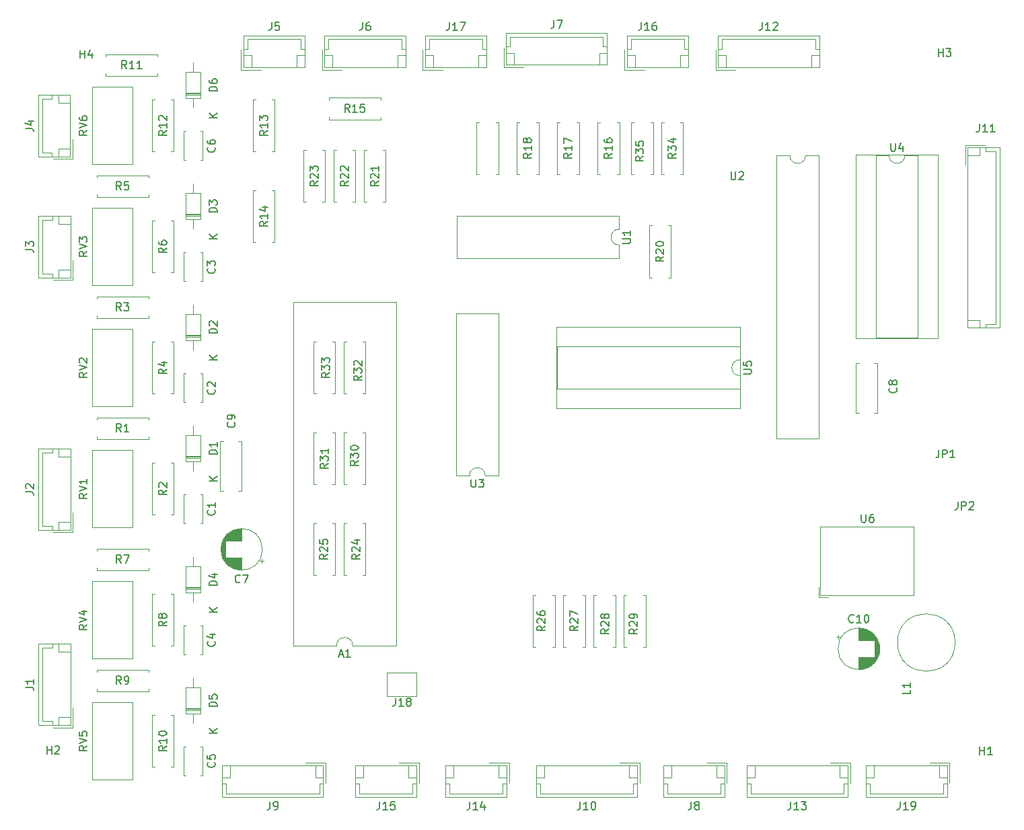
<source format=gbr>
%TF.GenerationSoftware,KiCad,Pcbnew,8.0.8-8.0.8-0~ubuntu24.04.1*%
%TF.CreationDate,2025-02-11T18:51:59+00:00*%
%TF.ProjectId,kicad-all-band-amp,6b696361-642d-4616-9c6c-2d62616e642d,rev?*%
%TF.SameCoordinates,Original*%
%TF.FileFunction,Legend,Top*%
%TF.FilePolarity,Positive*%
%FSLAX46Y46*%
G04 Gerber Fmt 4.6, Leading zero omitted, Abs format (unit mm)*
G04 Created by KiCad (PCBNEW 8.0.8-8.0.8-0~ubuntu24.04.1) date 2025-02-11 18:51:59*
%MOMM*%
%LPD*%
G01*
G04 APERTURE LIST*
%ADD10C,0.150000*%
%ADD11C,0.120000*%
G04 APERTURE END LIST*
D10*
X164484819Y-88391904D02*
X165294342Y-88391904D01*
X165294342Y-88391904D02*
X165389580Y-88344285D01*
X165389580Y-88344285D02*
X165437200Y-88296666D01*
X165437200Y-88296666D02*
X165484819Y-88201428D01*
X165484819Y-88201428D02*
X165484819Y-88010952D01*
X165484819Y-88010952D02*
X165437200Y-87915714D01*
X165437200Y-87915714D02*
X165389580Y-87868095D01*
X165389580Y-87868095D02*
X165294342Y-87820476D01*
X165294342Y-87820476D02*
X164484819Y-87820476D01*
X164484819Y-86868095D02*
X164484819Y-87344285D01*
X164484819Y-87344285D02*
X164961009Y-87391904D01*
X164961009Y-87391904D02*
X164913390Y-87344285D01*
X164913390Y-87344285D02*
X164865771Y-87249047D01*
X164865771Y-87249047D02*
X164865771Y-87010952D01*
X164865771Y-87010952D02*
X164913390Y-86915714D01*
X164913390Y-86915714D02*
X164961009Y-86868095D01*
X164961009Y-86868095D02*
X165056247Y-86820476D01*
X165056247Y-86820476D02*
X165294342Y-86820476D01*
X165294342Y-86820476D02*
X165389580Y-86868095D01*
X165389580Y-86868095D02*
X165437200Y-86915714D01*
X165437200Y-86915714D02*
X165484819Y-87010952D01*
X165484819Y-87010952D02*
X165484819Y-87249047D01*
X165484819Y-87249047D02*
X165437200Y-87344285D01*
X165437200Y-87344285D02*
X165389580Y-87391904D01*
X81884819Y-57745238D02*
X81408628Y-58078571D01*
X81884819Y-58316666D02*
X80884819Y-58316666D01*
X80884819Y-58316666D02*
X80884819Y-57935714D01*
X80884819Y-57935714D02*
X80932438Y-57840476D01*
X80932438Y-57840476D02*
X80980057Y-57792857D01*
X80980057Y-57792857D02*
X81075295Y-57745238D01*
X81075295Y-57745238D02*
X81218152Y-57745238D01*
X81218152Y-57745238D02*
X81313390Y-57792857D01*
X81313390Y-57792857D02*
X81361009Y-57840476D01*
X81361009Y-57840476D02*
X81408628Y-57935714D01*
X81408628Y-57935714D02*
X81408628Y-58316666D01*
X80884819Y-57459523D02*
X81884819Y-57126190D01*
X81884819Y-57126190D02*
X80884819Y-56792857D01*
X80884819Y-56030952D02*
X80884819Y-56221428D01*
X80884819Y-56221428D02*
X80932438Y-56316666D01*
X80932438Y-56316666D02*
X80980057Y-56364285D01*
X80980057Y-56364285D02*
X81122914Y-56459523D01*
X81122914Y-56459523D02*
X81313390Y-56507142D01*
X81313390Y-56507142D02*
X81694342Y-56507142D01*
X81694342Y-56507142D02*
X81789580Y-56459523D01*
X81789580Y-56459523D02*
X81837200Y-56411904D01*
X81837200Y-56411904D02*
X81884819Y-56316666D01*
X81884819Y-56316666D02*
X81884819Y-56126190D01*
X81884819Y-56126190D02*
X81837200Y-56030952D01*
X81837200Y-56030952D02*
X81789580Y-55983333D01*
X81789580Y-55983333D02*
X81694342Y-55935714D01*
X81694342Y-55935714D02*
X81456247Y-55935714D01*
X81456247Y-55935714D02*
X81361009Y-55983333D01*
X81361009Y-55983333D02*
X81313390Y-56030952D01*
X81313390Y-56030952D02*
X81265771Y-56126190D01*
X81265771Y-56126190D02*
X81265771Y-56316666D01*
X81265771Y-56316666D02*
X81313390Y-56411904D01*
X81313390Y-56411904D02*
X81361009Y-56459523D01*
X81361009Y-56459523D02*
X81456247Y-56507142D01*
X98244819Y-52808094D02*
X97244819Y-52808094D01*
X97244819Y-52808094D02*
X97244819Y-52569999D01*
X97244819Y-52569999D02*
X97292438Y-52427142D01*
X97292438Y-52427142D02*
X97387676Y-52331904D01*
X97387676Y-52331904D02*
X97482914Y-52284285D01*
X97482914Y-52284285D02*
X97673390Y-52236666D01*
X97673390Y-52236666D02*
X97816247Y-52236666D01*
X97816247Y-52236666D02*
X98006723Y-52284285D01*
X98006723Y-52284285D02*
X98101961Y-52331904D01*
X98101961Y-52331904D02*
X98197200Y-52427142D01*
X98197200Y-52427142D02*
X98244819Y-52569999D01*
X98244819Y-52569999D02*
X98244819Y-52808094D01*
X97244819Y-51379523D02*
X97244819Y-51569999D01*
X97244819Y-51569999D02*
X97292438Y-51665237D01*
X97292438Y-51665237D02*
X97340057Y-51712856D01*
X97340057Y-51712856D02*
X97482914Y-51808094D01*
X97482914Y-51808094D02*
X97673390Y-51855713D01*
X97673390Y-51855713D02*
X98054342Y-51855713D01*
X98054342Y-51855713D02*
X98149580Y-51808094D01*
X98149580Y-51808094D02*
X98197200Y-51760475D01*
X98197200Y-51760475D02*
X98244819Y-51665237D01*
X98244819Y-51665237D02*
X98244819Y-51474761D01*
X98244819Y-51474761D02*
X98197200Y-51379523D01*
X98197200Y-51379523D02*
X98149580Y-51331904D01*
X98149580Y-51331904D02*
X98054342Y-51284285D01*
X98054342Y-51284285D02*
X97816247Y-51284285D01*
X97816247Y-51284285D02*
X97721009Y-51331904D01*
X97721009Y-51331904D02*
X97673390Y-51379523D01*
X97673390Y-51379523D02*
X97625771Y-51474761D01*
X97625771Y-51474761D02*
X97625771Y-51665237D01*
X97625771Y-51665237D02*
X97673390Y-51760475D01*
X97673390Y-51760475D02*
X97721009Y-51808094D01*
X97721009Y-51808094D02*
X97816247Y-51855713D01*
X98244819Y-56141904D02*
X97244819Y-56141904D01*
X98244819Y-55570476D02*
X97673390Y-55999047D01*
X97244819Y-55570476D02*
X97816247Y-56141904D01*
X147954819Y-60642857D02*
X147478628Y-60976190D01*
X147954819Y-61214285D02*
X146954819Y-61214285D01*
X146954819Y-61214285D02*
X146954819Y-60833333D01*
X146954819Y-60833333D02*
X147002438Y-60738095D01*
X147002438Y-60738095D02*
X147050057Y-60690476D01*
X147050057Y-60690476D02*
X147145295Y-60642857D01*
X147145295Y-60642857D02*
X147288152Y-60642857D01*
X147288152Y-60642857D02*
X147383390Y-60690476D01*
X147383390Y-60690476D02*
X147431009Y-60738095D01*
X147431009Y-60738095D02*
X147478628Y-60833333D01*
X147478628Y-60833333D02*
X147478628Y-61214285D01*
X147954819Y-59690476D02*
X147954819Y-60261904D01*
X147954819Y-59976190D02*
X146954819Y-59976190D01*
X146954819Y-59976190D02*
X147097676Y-60071428D01*
X147097676Y-60071428D02*
X147192914Y-60166666D01*
X147192914Y-60166666D02*
X147240533Y-60261904D01*
X146954819Y-58833333D02*
X146954819Y-59023809D01*
X146954819Y-59023809D02*
X147002438Y-59119047D01*
X147002438Y-59119047D02*
X147050057Y-59166666D01*
X147050057Y-59166666D02*
X147192914Y-59261904D01*
X147192914Y-59261904D02*
X147383390Y-59309523D01*
X147383390Y-59309523D02*
X147764342Y-59309523D01*
X147764342Y-59309523D02*
X147859580Y-59261904D01*
X147859580Y-59261904D02*
X147907200Y-59214285D01*
X147907200Y-59214285D02*
X147954819Y-59119047D01*
X147954819Y-59119047D02*
X147954819Y-58928571D01*
X147954819Y-58928571D02*
X147907200Y-58833333D01*
X147907200Y-58833333D02*
X147859580Y-58785714D01*
X147859580Y-58785714D02*
X147764342Y-58738095D01*
X147764342Y-58738095D02*
X147526247Y-58738095D01*
X147526247Y-58738095D02*
X147431009Y-58785714D01*
X147431009Y-58785714D02*
X147383390Y-58833333D01*
X147383390Y-58833333D02*
X147335771Y-58928571D01*
X147335771Y-58928571D02*
X147335771Y-59119047D01*
X147335771Y-59119047D02*
X147383390Y-59214285D01*
X147383390Y-59214285D02*
X147431009Y-59261904D01*
X147431009Y-59261904D02*
X147526247Y-59309523D01*
X116546666Y-44154819D02*
X116546666Y-44869104D01*
X116546666Y-44869104D02*
X116499047Y-45011961D01*
X116499047Y-45011961D02*
X116403809Y-45107200D01*
X116403809Y-45107200D02*
X116260952Y-45154819D01*
X116260952Y-45154819D02*
X116165714Y-45154819D01*
X117451428Y-44154819D02*
X117260952Y-44154819D01*
X117260952Y-44154819D02*
X117165714Y-44202438D01*
X117165714Y-44202438D02*
X117118095Y-44250057D01*
X117118095Y-44250057D02*
X117022857Y-44392914D01*
X117022857Y-44392914D02*
X116975238Y-44583390D01*
X116975238Y-44583390D02*
X116975238Y-44964342D01*
X116975238Y-44964342D02*
X117022857Y-45059580D01*
X117022857Y-45059580D02*
X117070476Y-45107200D01*
X117070476Y-45107200D02*
X117165714Y-45154819D01*
X117165714Y-45154819D02*
X117356190Y-45154819D01*
X117356190Y-45154819D02*
X117451428Y-45107200D01*
X117451428Y-45107200D02*
X117499047Y-45059580D01*
X117499047Y-45059580D02*
X117546666Y-44964342D01*
X117546666Y-44964342D02*
X117546666Y-44726247D01*
X117546666Y-44726247D02*
X117499047Y-44631009D01*
X117499047Y-44631009D02*
X117451428Y-44583390D01*
X117451428Y-44583390D02*
X117356190Y-44535771D01*
X117356190Y-44535771D02*
X117165714Y-44535771D01*
X117165714Y-44535771D02*
X117070476Y-44583390D01*
X117070476Y-44583390D02*
X117022857Y-44631009D01*
X117022857Y-44631009D02*
X116975238Y-44726247D01*
X97909580Y-59876666D02*
X97957200Y-59924285D01*
X97957200Y-59924285D02*
X98004819Y-60067142D01*
X98004819Y-60067142D02*
X98004819Y-60162380D01*
X98004819Y-60162380D02*
X97957200Y-60305237D01*
X97957200Y-60305237D02*
X97861961Y-60400475D01*
X97861961Y-60400475D02*
X97766723Y-60448094D01*
X97766723Y-60448094D02*
X97576247Y-60495713D01*
X97576247Y-60495713D02*
X97433390Y-60495713D01*
X97433390Y-60495713D02*
X97242914Y-60448094D01*
X97242914Y-60448094D02*
X97147676Y-60400475D01*
X97147676Y-60400475D02*
X97052438Y-60305237D01*
X97052438Y-60305237D02*
X97004819Y-60162380D01*
X97004819Y-60162380D02*
X97004819Y-60067142D01*
X97004819Y-60067142D02*
X97052438Y-59924285D01*
X97052438Y-59924285D02*
X97100057Y-59876666D01*
X97004819Y-59019523D02*
X97004819Y-59209999D01*
X97004819Y-59209999D02*
X97052438Y-59305237D01*
X97052438Y-59305237D02*
X97100057Y-59352856D01*
X97100057Y-59352856D02*
X97242914Y-59448094D01*
X97242914Y-59448094D02*
X97433390Y-59495713D01*
X97433390Y-59495713D02*
X97814342Y-59495713D01*
X97814342Y-59495713D02*
X97909580Y-59448094D01*
X97909580Y-59448094D02*
X97957200Y-59400475D01*
X97957200Y-59400475D02*
X98004819Y-59305237D01*
X98004819Y-59305237D02*
X98004819Y-59114761D01*
X98004819Y-59114761D02*
X97957200Y-59019523D01*
X97957200Y-59019523D02*
X97909580Y-58971904D01*
X97909580Y-58971904D02*
X97814342Y-58924285D01*
X97814342Y-58924285D02*
X97576247Y-58924285D01*
X97576247Y-58924285D02*
X97481009Y-58971904D01*
X97481009Y-58971904D02*
X97433390Y-59019523D01*
X97433390Y-59019523D02*
X97385771Y-59114761D01*
X97385771Y-59114761D02*
X97385771Y-59305237D01*
X97385771Y-59305237D02*
X97433390Y-59400475D01*
X97433390Y-59400475D02*
X97481009Y-59448094D01*
X97481009Y-59448094D02*
X97576247Y-59495713D01*
X86193333Y-65224819D02*
X85860000Y-64748628D01*
X85621905Y-65224819D02*
X85621905Y-64224819D01*
X85621905Y-64224819D02*
X86002857Y-64224819D01*
X86002857Y-64224819D02*
X86098095Y-64272438D01*
X86098095Y-64272438D02*
X86145714Y-64320057D01*
X86145714Y-64320057D02*
X86193333Y-64415295D01*
X86193333Y-64415295D02*
X86193333Y-64558152D01*
X86193333Y-64558152D02*
X86145714Y-64653390D01*
X86145714Y-64653390D02*
X86098095Y-64701009D01*
X86098095Y-64701009D02*
X86002857Y-64748628D01*
X86002857Y-64748628D02*
X85621905Y-64748628D01*
X87098095Y-64224819D02*
X86621905Y-64224819D01*
X86621905Y-64224819D02*
X86574286Y-64701009D01*
X86574286Y-64701009D02*
X86621905Y-64653390D01*
X86621905Y-64653390D02*
X86717143Y-64605771D01*
X86717143Y-64605771D02*
X86955238Y-64605771D01*
X86955238Y-64605771D02*
X87050476Y-64653390D01*
X87050476Y-64653390D02*
X87098095Y-64701009D01*
X87098095Y-64701009D02*
X87145714Y-64796247D01*
X87145714Y-64796247D02*
X87145714Y-65034342D01*
X87145714Y-65034342D02*
X87098095Y-65129580D01*
X87098095Y-65129580D02*
X87050476Y-65177200D01*
X87050476Y-65177200D02*
X86955238Y-65224819D01*
X86955238Y-65224819D02*
X86717143Y-65224819D01*
X86717143Y-65224819D02*
X86621905Y-65177200D01*
X86621905Y-65177200D02*
X86574286Y-65129580D01*
X100419580Y-94490666D02*
X100467200Y-94538285D01*
X100467200Y-94538285D02*
X100514819Y-94681142D01*
X100514819Y-94681142D02*
X100514819Y-94776380D01*
X100514819Y-94776380D02*
X100467200Y-94919237D01*
X100467200Y-94919237D02*
X100371961Y-95014475D01*
X100371961Y-95014475D02*
X100276723Y-95062094D01*
X100276723Y-95062094D02*
X100086247Y-95109713D01*
X100086247Y-95109713D02*
X99943390Y-95109713D01*
X99943390Y-95109713D02*
X99752914Y-95062094D01*
X99752914Y-95062094D02*
X99657676Y-95014475D01*
X99657676Y-95014475D02*
X99562438Y-94919237D01*
X99562438Y-94919237D02*
X99514819Y-94776380D01*
X99514819Y-94776380D02*
X99514819Y-94681142D01*
X99514819Y-94681142D02*
X99562438Y-94538285D01*
X99562438Y-94538285D02*
X99610057Y-94490666D01*
X100514819Y-94014475D02*
X100514819Y-93823999D01*
X100514819Y-93823999D02*
X100467200Y-93728761D01*
X100467200Y-93728761D02*
X100419580Y-93681142D01*
X100419580Y-93681142D02*
X100276723Y-93585904D01*
X100276723Y-93585904D02*
X100086247Y-93538285D01*
X100086247Y-93538285D02*
X99705295Y-93538285D01*
X99705295Y-93538285D02*
X99610057Y-93585904D01*
X99610057Y-93585904D02*
X99562438Y-93633523D01*
X99562438Y-93633523D02*
X99514819Y-93728761D01*
X99514819Y-93728761D02*
X99514819Y-93919237D01*
X99514819Y-93919237D02*
X99562438Y-94014475D01*
X99562438Y-94014475D02*
X99610057Y-94062094D01*
X99610057Y-94062094D02*
X99705295Y-94109713D01*
X99705295Y-94109713D02*
X99943390Y-94109713D01*
X99943390Y-94109713D02*
X100038628Y-94062094D01*
X100038628Y-94062094D02*
X100086247Y-94014475D01*
X100086247Y-94014475D02*
X100133866Y-93919237D01*
X100133866Y-93919237D02*
X100133866Y-93728761D01*
X100133866Y-93728761D02*
X100086247Y-93633523D01*
X100086247Y-93633523D02*
X100038628Y-93585904D01*
X100038628Y-93585904D02*
X99943390Y-93538285D01*
X98244819Y-83288094D02*
X97244819Y-83288094D01*
X97244819Y-83288094D02*
X97244819Y-83049999D01*
X97244819Y-83049999D02*
X97292438Y-82907142D01*
X97292438Y-82907142D02*
X97387676Y-82811904D01*
X97387676Y-82811904D02*
X97482914Y-82764285D01*
X97482914Y-82764285D02*
X97673390Y-82716666D01*
X97673390Y-82716666D02*
X97816247Y-82716666D01*
X97816247Y-82716666D02*
X98006723Y-82764285D01*
X98006723Y-82764285D02*
X98101961Y-82811904D01*
X98101961Y-82811904D02*
X98197200Y-82907142D01*
X98197200Y-82907142D02*
X98244819Y-83049999D01*
X98244819Y-83049999D02*
X98244819Y-83288094D01*
X97340057Y-82335713D02*
X97292438Y-82288094D01*
X97292438Y-82288094D02*
X97244819Y-82192856D01*
X97244819Y-82192856D02*
X97244819Y-81954761D01*
X97244819Y-81954761D02*
X97292438Y-81859523D01*
X97292438Y-81859523D02*
X97340057Y-81811904D01*
X97340057Y-81811904D02*
X97435295Y-81764285D01*
X97435295Y-81764285D02*
X97530533Y-81764285D01*
X97530533Y-81764285D02*
X97673390Y-81811904D01*
X97673390Y-81811904D02*
X98244819Y-82383332D01*
X98244819Y-82383332D02*
X98244819Y-81764285D01*
X98244819Y-86621904D02*
X97244819Y-86621904D01*
X98244819Y-86050476D02*
X97673390Y-86479047D01*
X97244819Y-86050476D02*
X97816247Y-86621904D01*
X74124819Y-57503333D02*
X74839104Y-57503333D01*
X74839104Y-57503333D02*
X74981961Y-57550952D01*
X74981961Y-57550952D02*
X75077200Y-57646190D01*
X75077200Y-57646190D02*
X75124819Y-57789047D01*
X75124819Y-57789047D02*
X75124819Y-57884285D01*
X74458152Y-56598571D02*
X75124819Y-56598571D01*
X74077200Y-56836666D02*
X74791485Y-57074761D01*
X74791485Y-57074761D02*
X74791485Y-56455714D01*
X130040476Y-142254819D02*
X130040476Y-142969104D01*
X130040476Y-142969104D02*
X129992857Y-143111961D01*
X129992857Y-143111961D02*
X129897619Y-143207200D01*
X129897619Y-143207200D02*
X129754762Y-143254819D01*
X129754762Y-143254819D02*
X129659524Y-143254819D01*
X131040476Y-143254819D02*
X130469048Y-143254819D01*
X130754762Y-143254819D02*
X130754762Y-142254819D01*
X130754762Y-142254819D02*
X130659524Y-142397676D01*
X130659524Y-142397676D02*
X130564286Y-142492914D01*
X130564286Y-142492914D02*
X130469048Y-142540533D01*
X131897619Y-142588152D02*
X131897619Y-143254819D01*
X131659524Y-142207200D02*
X131421429Y-142921485D01*
X131421429Y-142921485D02*
X132040476Y-142921485D01*
X91894819Y-119546666D02*
X91418628Y-119879999D01*
X91894819Y-120118094D02*
X90894819Y-120118094D01*
X90894819Y-120118094D02*
X90894819Y-119737142D01*
X90894819Y-119737142D02*
X90942438Y-119641904D01*
X90942438Y-119641904D02*
X90990057Y-119594285D01*
X90990057Y-119594285D02*
X91085295Y-119546666D01*
X91085295Y-119546666D02*
X91228152Y-119546666D01*
X91228152Y-119546666D02*
X91323390Y-119594285D01*
X91323390Y-119594285D02*
X91371009Y-119641904D01*
X91371009Y-119641904D02*
X91418628Y-119737142D01*
X91418628Y-119737142D02*
X91418628Y-120118094D01*
X91323390Y-118975237D02*
X91275771Y-119070475D01*
X91275771Y-119070475D02*
X91228152Y-119118094D01*
X91228152Y-119118094D02*
X91132914Y-119165713D01*
X91132914Y-119165713D02*
X91085295Y-119165713D01*
X91085295Y-119165713D02*
X90990057Y-119118094D01*
X90990057Y-119118094D02*
X90942438Y-119070475D01*
X90942438Y-119070475D02*
X90894819Y-118975237D01*
X90894819Y-118975237D02*
X90894819Y-118784761D01*
X90894819Y-118784761D02*
X90942438Y-118689523D01*
X90942438Y-118689523D02*
X90990057Y-118641904D01*
X90990057Y-118641904D02*
X91085295Y-118594285D01*
X91085295Y-118594285D02*
X91132914Y-118594285D01*
X91132914Y-118594285D02*
X91228152Y-118641904D01*
X91228152Y-118641904D02*
X91275771Y-118689523D01*
X91275771Y-118689523D02*
X91323390Y-118784761D01*
X91323390Y-118784761D02*
X91323390Y-118975237D01*
X91323390Y-118975237D02*
X91371009Y-119070475D01*
X91371009Y-119070475D02*
X91418628Y-119118094D01*
X91418628Y-119118094D02*
X91513866Y-119165713D01*
X91513866Y-119165713D02*
X91704342Y-119165713D01*
X91704342Y-119165713D02*
X91799580Y-119118094D01*
X91799580Y-119118094D02*
X91847200Y-119070475D01*
X91847200Y-119070475D02*
X91894819Y-118975237D01*
X91894819Y-118975237D02*
X91894819Y-118784761D01*
X91894819Y-118784761D02*
X91847200Y-118689523D01*
X91847200Y-118689523D02*
X91799580Y-118641904D01*
X91799580Y-118641904D02*
X91704342Y-118594285D01*
X91704342Y-118594285D02*
X91513866Y-118594285D01*
X91513866Y-118594285D02*
X91418628Y-118641904D01*
X91418628Y-118641904D02*
X91371009Y-118689523D01*
X91371009Y-118689523D02*
X91323390Y-118784761D01*
X74154819Y-103243333D02*
X74869104Y-103243333D01*
X74869104Y-103243333D02*
X75011961Y-103290952D01*
X75011961Y-103290952D02*
X75107200Y-103386190D01*
X75107200Y-103386190D02*
X75154819Y-103529047D01*
X75154819Y-103529047D02*
X75154819Y-103624285D01*
X74250057Y-102814761D02*
X74202438Y-102767142D01*
X74202438Y-102767142D02*
X74154819Y-102671904D01*
X74154819Y-102671904D02*
X74154819Y-102433809D01*
X74154819Y-102433809D02*
X74202438Y-102338571D01*
X74202438Y-102338571D02*
X74250057Y-102290952D01*
X74250057Y-102290952D02*
X74345295Y-102243333D01*
X74345295Y-102243333D02*
X74440533Y-102243333D01*
X74440533Y-102243333D02*
X74583390Y-102290952D01*
X74583390Y-102290952D02*
X75154819Y-102862380D01*
X75154819Y-102862380D02*
X75154819Y-102243333D01*
X97909580Y-75116666D02*
X97957200Y-75164285D01*
X97957200Y-75164285D02*
X98004819Y-75307142D01*
X98004819Y-75307142D02*
X98004819Y-75402380D01*
X98004819Y-75402380D02*
X97957200Y-75545237D01*
X97957200Y-75545237D02*
X97861961Y-75640475D01*
X97861961Y-75640475D02*
X97766723Y-75688094D01*
X97766723Y-75688094D02*
X97576247Y-75735713D01*
X97576247Y-75735713D02*
X97433390Y-75735713D01*
X97433390Y-75735713D02*
X97242914Y-75688094D01*
X97242914Y-75688094D02*
X97147676Y-75640475D01*
X97147676Y-75640475D02*
X97052438Y-75545237D01*
X97052438Y-75545237D02*
X97004819Y-75402380D01*
X97004819Y-75402380D02*
X97004819Y-75307142D01*
X97004819Y-75307142D02*
X97052438Y-75164285D01*
X97052438Y-75164285D02*
X97100057Y-75116666D01*
X97004819Y-74783332D02*
X97004819Y-74164285D01*
X97004819Y-74164285D02*
X97385771Y-74497618D01*
X97385771Y-74497618D02*
X97385771Y-74354761D01*
X97385771Y-74354761D02*
X97433390Y-74259523D01*
X97433390Y-74259523D02*
X97481009Y-74211904D01*
X97481009Y-74211904D02*
X97576247Y-74164285D01*
X97576247Y-74164285D02*
X97814342Y-74164285D01*
X97814342Y-74164285D02*
X97909580Y-74211904D01*
X97909580Y-74211904D02*
X97957200Y-74259523D01*
X97957200Y-74259523D02*
X98004819Y-74354761D01*
X98004819Y-74354761D02*
X98004819Y-74640475D01*
X98004819Y-74640475D02*
X97957200Y-74735713D01*
X97957200Y-74735713D02*
X97909580Y-74783332D01*
X127480476Y-44154819D02*
X127480476Y-44869104D01*
X127480476Y-44869104D02*
X127432857Y-45011961D01*
X127432857Y-45011961D02*
X127337619Y-45107200D01*
X127337619Y-45107200D02*
X127194762Y-45154819D01*
X127194762Y-45154819D02*
X127099524Y-45154819D01*
X128480476Y-45154819D02*
X127909048Y-45154819D01*
X128194762Y-45154819D02*
X128194762Y-44154819D01*
X128194762Y-44154819D02*
X128099524Y-44297676D01*
X128099524Y-44297676D02*
X128004286Y-44392914D01*
X128004286Y-44392914D02*
X127909048Y-44440533D01*
X128813810Y-44154819D02*
X129480476Y-44154819D01*
X129480476Y-44154819D02*
X129051905Y-45154819D01*
X194238095Y-136354819D02*
X194238095Y-135354819D01*
X194238095Y-135831009D02*
X194809523Y-135831009D01*
X194809523Y-136354819D02*
X194809523Y-135354819D01*
X195809523Y-136354819D02*
X195238095Y-136354819D01*
X195523809Y-136354819D02*
X195523809Y-135354819D01*
X195523809Y-135354819D02*
X195428571Y-135497676D01*
X195428571Y-135497676D02*
X195333333Y-135592914D01*
X195333333Y-135592914D02*
X195238095Y-135640533D01*
X98244819Y-98528094D02*
X97244819Y-98528094D01*
X97244819Y-98528094D02*
X97244819Y-98289999D01*
X97244819Y-98289999D02*
X97292438Y-98147142D01*
X97292438Y-98147142D02*
X97387676Y-98051904D01*
X97387676Y-98051904D02*
X97482914Y-98004285D01*
X97482914Y-98004285D02*
X97673390Y-97956666D01*
X97673390Y-97956666D02*
X97816247Y-97956666D01*
X97816247Y-97956666D02*
X98006723Y-98004285D01*
X98006723Y-98004285D02*
X98101961Y-98051904D01*
X98101961Y-98051904D02*
X98197200Y-98147142D01*
X98197200Y-98147142D02*
X98244819Y-98289999D01*
X98244819Y-98289999D02*
X98244819Y-98528094D01*
X98244819Y-97004285D02*
X98244819Y-97575713D01*
X98244819Y-97289999D02*
X97244819Y-97289999D01*
X97244819Y-97289999D02*
X97387676Y-97385237D01*
X97387676Y-97385237D02*
X97482914Y-97480475D01*
X97482914Y-97480475D02*
X97530533Y-97575713D01*
X98244819Y-101866904D02*
X97244819Y-101866904D01*
X98244819Y-101295476D02*
X97673390Y-101724047D01*
X97244819Y-101295476D02*
X97816247Y-101866904D01*
X140636666Y-43854819D02*
X140636666Y-44569104D01*
X140636666Y-44569104D02*
X140589047Y-44711961D01*
X140589047Y-44711961D02*
X140493809Y-44807200D01*
X140493809Y-44807200D02*
X140350952Y-44854819D01*
X140350952Y-44854819D02*
X140255714Y-44854819D01*
X141017619Y-43854819D02*
X141684285Y-43854819D01*
X141684285Y-43854819D02*
X141255714Y-44854819D01*
X179331095Y-106102319D02*
X179331095Y-106911842D01*
X179331095Y-106911842D02*
X179378714Y-107007080D01*
X179378714Y-107007080D02*
X179426333Y-107054700D01*
X179426333Y-107054700D02*
X179521571Y-107102319D01*
X179521571Y-107102319D02*
X179712047Y-107102319D01*
X179712047Y-107102319D02*
X179807285Y-107054700D01*
X179807285Y-107054700D02*
X179854904Y-107007080D01*
X179854904Y-107007080D02*
X179902523Y-106911842D01*
X179902523Y-106911842D02*
X179902523Y-106102319D01*
X180807285Y-106102319D02*
X180616809Y-106102319D01*
X180616809Y-106102319D02*
X180521571Y-106149938D01*
X180521571Y-106149938D02*
X180473952Y-106197557D01*
X180473952Y-106197557D02*
X180378714Y-106340414D01*
X180378714Y-106340414D02*
X180331095Y-106530890D01*
X180331095Y-106530890D02*
X180331095Y-106911842D01*
X180331095Y-106911842D02*
X180378714Y-107007080D01*
X180378714Y-107007080D02*
X180426333Y-107054700D01*
X180426333Y-107054700D02*
X180521571Y-107102319D01*
X180521571Y-107102319D02*
X180712047Y-107102319D01*
X180712047Y-107102319D02*
X180807285Y-107054700D01*
X180807285Y-107054700D02*
X180854904Y-107007080D01*
X180854904Y-107007080D02*
X180902523Y-106911842D01*
X180902523Y-106911842D02*
X180902523Y-106673747D01*
X180902523Y-106673747D02*
X180854904Y-106578509D01*
X180854904Y-106578509D02*
X180807285Y-106530890D01*
X180807285Y-106530890D02*
X180712047Y-106483271D01*
X180712047Y-106483271D02*
X180521571Y-106483271D01*
X180521571Y-106483271D02*
X180426333Y-106530890D01*
X180426333Y-106530890D02*
X180378714Y-106578509D01*
X180378714Y-106578509D02*
X180331095Y-106673747D01*
X116024819Y-99328857D02*
X115548628Y-99662190D01*
X116024819Y-99900285D02*
X115024819Y-99900285D01*
X115024819Y-99900285D02*
X115024819Y-99519333D01*
X115024819Y-99519333D02*
X115072438Y-99424095D01*
X115072438Y-99424095D02*
X115120057Y-99376476D01*
X115120057Y-99376476D02*
X115215295Y-99328857D01*
X115215295Y-99328857D02*
X115358152Y-99328857D01*
X115358152Y-99328857D02*
X115453390Y-99376476D01*
X115453390Y-99376476D02*
X115501009Y-99424095D01*
X115501009Y-99424095D02*
X115548628Y-99519333D01*
X115548628Y-99519333D02*
X115548628Y-99900285D01*
X115024819Y-98995523D02*
X115024819Y-98376476D01*
X115024819Y-98376476D02*
X115405771Y-98709809D01*
X115405771Y-98709809D02*
X115405771Y-98566952D01*
X115405771Y-98566952D02*
X115453390Y-98471714D01*
X115453390Y-98471714D02*
X115501009Y-98424095D01*
X115501009Y-98424095D02*
X115596247Y-98376476D01*
X115596247Y-98376476D02*
X115834342Y-98376476D01*
X115834342Y-98376476D02*
X115929580Y-98424095D01*
X115929580Y-98424095D02*
X115977200Y-98471714D01*
X115977200Y-98471714D02*
X116024819Y-98566952D01*
X116024819Y-98566952D02*
X116024819Y-98852666D01*
X116024819Y-98852666D02*
X115977200Y-98947904D01*
X115977200Y-98947904D02*
X115929580Y-98995523D01*
X115024819Y-97757428D02*
X115024819Y-97662190D01*
X115024819Y-97662190D02*
X115072438Y-97566952D01*
X115072438Y-97566952D02*
X115120057Y-97519333D01*
X115120057Y-97519333D02*
X115215295Y-97471714D01*
X115215295Y-97471714D02*
X115405771Y-97424095D01*
X115405771Y-97424095D02*
X115643866Y-97424095D01*
X115643866Y-97424095D02*
X115834342Y-97471714D01*
X115834342Y-97471714D02*
X115929580Y-97519333D01*
X115929580Y-97519333D02*
X115977200Y-97566952D01*
X115977200Y-97566952D02*
X116024819Y-97662190D01*
X116024819Y-97662190D02*
X116024819Y-97757428D01*
X116024819Y-97757428D02*
X115977200Y-97852666D01*
X115977200Y-97852666D02*
X115929580Y-97900285D01*
X115929580Y-97900285D02*
X115834342Y-97947904D01*
X115834342Y-97947904D02*
X115643866Y-97995523D01*
X115643866Y-97995523D02*
X115405771Y-97995523D01*
X115405771Y-97995523D02*
X115215295Y-97947904D01*
X115215295Y-97947904D02*
X115120057Y-97900285D01*
X115120057Y-97900285D02*
X115072438Y-97852666D01*
X115072438Y-97852666D02*
X115024819Y-97757428D01*
X183048095Y-59354819D02*
X183048095Y-60164342D01*
X183048095Y-60164342D02*
X183095714Y-60259580D01*
X183095714Y-60259580D02*
X183143333Y-60307200D01*
X183143333Y-60307200D02*
X183238571Y-60354819D01*
X183238571Y-60354819D02*
X183429047Y-60354819D01*
X183429047Y-60354819D02*
X183524285Y-60307200D01*
X183524285Y-60307200D02*
X183571904Y-60259580D01*
X183571904Y-60259580D02*
X183619523Y-60164342D01*
X183619523Y-60164342D02*
X183619523Y-59354819D01*
X184524285Y-59688152D02*
X184524285Y-60354819D01*
X184286190Y-59307200D02*
X184048095Y-60021485D01*
X184048095Y-60021485D02*
X184667142Y-60021485D01*
X98244819Y-68048094D02*
X97244819Y-68048094D01*
X97244819Y-68048094D02*
X97244819Y-67809999D01*
X97244819Y-67809999D02*
X97292438Y-67667142D01*
X97292438Y-67667142D02*
X97387676Y-67571904D01*
X97387676Y-67571904D02*
X97482914Y-67524285D01*
X97482914Y-67524285D02*
X97673390Y-67476666D01*
X97673390Y-67476666D02*
X97816247Y-67476666D01*
X97816247Y-67476666D02*
X98006723Y-67524285D01*
X98006723Y-67524285D02*
X98101961Y-67571904D01*
X98101961Y-67571904D02*
X98197200Y-67667142D01*
X98197200Y-67667142D02*
X98244819Y-67809999D01*
X98244819Y-67809999D02*
X98244819Y-68048094D01*
X97244819Y-67143332D02*
X97244819Y-66524285D01*
X97244819Y-66524285D02*
X97625771Y-66857618D01*
X97625771Y-66857618D02*
X97625771Y-66714761D01*
X97625771Y-66714761D02*
X97673390Y-66619523D01*
X97673390Y-66619523D02*
X97721009Y-66571904D01*
X97721009Y-66571904D02*
X97816247Y-66524285D01*
X97816247Y-66524285D02*
X98054342Y-66524285D01*
X98054342Y-66524285D02*
X98149580Y-66571904D01*
X98149580Y-66571904D02*
X98197200Y-66619523D01*
X98197200Y-66619523D02*
X98244819Y-66714761D01*
X98244819Y-66714761D02*
X98244819Y-67000475D01*
X98244819Y-67000475D02*
X98197200Y-67095713D01*
X98197200Y-67095713D02*
X98149580Y-67143332D01*
X98244819Y-71381904D02*
X97244819Y-71381904D01*
X98244819Y-70810476D02*
X97673390Y-71239047D01*
X97244819Y-70810476D02*
X97816247Y-71381904D01*
X184190476Y-142254819D02*
X184190476Y-142969104D01*
X184190476Y-142969104D02*
X184142857Y-143111961D01*
X184142857Y-143111961D02*
X184047619Y-143207200D01*
X184047619Y-143207200D02*
X183904762Y-143254819D01*
X183904762Y-143254819D02*
X183809524Y-143254819D01*
X185190476Y-143254819D02*
X184619048Y-143254819D01*
X184904762Y-143254819D02*
X184904762Y-142254819D01*
X184904762Y-142254819D02*
X184809524Y-142397676D01*
X184809524Y-142397676D02*
X184714286Y-142492914D01*
X184714286Y-142492914D02*
X184619048Y-142540533D01*
X185666667Y-143254819D02*
X185857143Y-143254819D01*
X185857143Y-143254819D02*
X185952381Y-143207200D01*
X185952381Y-143207200D02*
X186000000Y-143159580D01*
X186000000Y-143159580D02*
X186095238Y-143016723D01*
X186095238Y-143016723D02*
X186142857Y-142826247D01*
X186142857Y-142826247D02*
X186142857Y-142445295D01*
X186142857Y-142445295D02*
X186095238Y-142350057D01*
X186095238Y-142350057D02*
X186047619Y-142302438D01*
X186047619Y-142302438D02*
X185952381Y-142254819D01*
X185952381Y-142254819D02*
X185761905Y-142254819D01*
X185761905Y-142254819D02*
X185666667Y-142302438D01*
X185666667Y-142302438D02*
X185619048Y-142350057D01*
X185619048Y-142350057D02*
X185571429Y-142445295D01*
X185571429Y-142445295D02*
X185571429Y-142683390D01*
X185571429Y-142683390D02*
X185619048Y-142778628D01*
X185619048Y-142778628D02*
X185666667Y-142826247D01*
X185666667Y-142826247D02*
X185761905Y-142873866D01*
X185761905Y-142873866D02*
X185952381Y-142873866D01*
X185952381Y-142873866D02*
X186047619Y-142826247D01*
X186047619Y-142826247D02*
X186095238Y-142778628D01*
X186095238Y-142778628D02*
X186142857Y-142683390D01*
X154454819Y-73642857D02*
X153978628Y-73976190D01*
X154454819Y-74214285D02*
X153454819Y-74214285D01*
X153454819Y-74214285D02*
X153454819Y-73833333D01*
X153454819Y-73833333D02*
X153502438Y-73738095D01*
X153502438Y-73738095D02*
X153550057Y-73690476D01*
X153550057Y-73690476D02*
X153645295Y-73642857D01*
X153645295Y-73642857D02*
X153788152Y-73642857D01*
X153788152Y-73642857D02*
X153883390Y-73690476D01*
X153883390Y-73690476D02*
X153931009Y-73738095D01*
X153931009Y-73738095D02*
X153978628Y-73833333D01*
X153978628Y-73833333D02*
X153978628Y-74214285D01*
X153550057Y-73261904D02*
X153502438Y-73214285D01*
X153502438Y-73214285D02*
X153454819Y-73119047D01*
X153454819Y-73119047D02*
X153454819Y-72880952D01*
X153454819Y-72880952D02*
X153502438Y-72785714D01*
X153502438Y-72785714D02*
X153550057Y-72738095D01*
X153550057Y-72738095D02*
X153645295Y-72690476D01*
X153645295Y-72690476D02*
X153740533Y-72690476D01*
X153740533Y-72690476D02*
X153883390Y-72738095D01*
X153883390Y-72738095D02*
X154454819Y-73309523D01*
X154454819Y-73309523D02*
X154454819Y-72690476D01*
X153454819Y-72071428D02*
X153454819Y-71976190D01*
X153454819Y-71976190D02*
X153502438Y-71880952D01*
X153502438Y-71880952D02*
X153550057Y-71833333D01*
X153550057Y-71833333D02*
X153645295Y-71785714D01*
X153645295Y-71785714D02*
X153835771Y-71738095D01*
X153835771Y-71738095D02*
X154073866Y-71738095D01*
X154073866Y-71738095D02*
X154264342Y-71785714D01*
X154264342Y-71785714D02*
X154359580Y-71833333D01*
X154359580Y-71833333D02*
X154407200Y-71880952D01*
X154407200Y-71880952D02*
X154454819Y-71976190D01*
X154454819Y-71976190D02*
X154454819Y-72071428D01*
X154454819Y-72071428D02*
X154407200Y-72166666D01*
X154407200Y-72166666D02*
X154359580Y-72214285D01*
X154359580Y-72214285D02*
X154264342Y-72261904D01*
X154264342Y-72261904D02*
X154073866Y-72309523D01*
X154073866Y-72309523D02*
X153835771Y-72309523D01*
X153835771Y-72309523D02*
X153645295Y-72261904D01*
X153645295Y-72261904D02*
X153550057Y-72214285D01*
X153550057Y-72214285D02*
X153502438Y-72166666D01*
X153502438Y-72166666D02*
X153454819Y-72071428D01*
X170440476Y-142254819D02*
X170440476Y-142969104D01*
X170440476Y-142969104D02*
X170392857Y-143111961D01*
X170392857Y-143111961D02*
X170297619Y-143207200D01*
X170297619Y-143207200D02*
X170154762Y-143254819D01*
X170154762Y-143254819D02*
X170059524Y-143254819D01*
X171440476Y-143254819D02*
X170869048Y-143254819D01*
X171154762Y-143254819D02*
X171154762Y-142254819D01*
X171154762Y-142254819D02*
X171059524Y-142397676D01*
X171059524Y-142397676D02*
X170964286Y-142492914D01*
X170964286Y-142492914D02*
X170869048Y-142540533D01*
X171773810Y-142254819D02*
X172392857Y-142254819D01*
X172392857Y-142254819D02*
X172059524Y-142635771D01*
X172059524Y-142635771D02*
X172202381Y-142635771D01*
X172202381Y-142635771D02*
X172297619Y-142683390D01*
X172297619Y-142683390D02*
X172345238Y-142731009D01*
X172345238Y-142731009D02*
X172392857Y-142826247D01*
X172392857Y-142826247D02*
X172392857Y-143064342D01*
X172392857Y-143064342D02*
X172345238Y-143159580D01*
X172345238Y-143159580D02*
X172297619Y-143207200D01*
X172297619Y-143207200D02*
X172202381Y-143254819D01*
X172202381Y-143254819D02*
X171916667Y-143254819D01*
X171916667Y-143254819D02*
X171821429Y-143207200D01*
X171821429Y-143207200D02*
X171773810Y-143159580D01*
X104916666Y-142254819D02*
X104916666Y-142969104D01*
X104916666Y-142969104D02*
X104869047Y-143111961D01*
X104869047Y-143111961D02*
X104773809Y-143207200D01*
X104773809Y-143207200D02*
X104630952Y-143254819D01*
X104630952Y-143254819D02*
X104535714Y-143254819D01*
X105440476Y-143254819D02*
X105630952Y-143254819D01*
X105630952Y-143254819D02*
X105726190Y-143207200D01*
X105726190Y-143207200D02*
X105773809Y-143159580D01*
X105773809Y-143159580D02*
X105869047Y-143016723D01*
X105869047Y-143016723D02*
X105916666Y-142826247D01*
X105916666Y-142826247D02*
X105916666Y-142445295D01*
X105916666Y-142445295D02*
X105869047Y-142350057D01*
X105869047Y-142350057D02*
X105821428Y-142302438D01*
X105821428Y-142302438D02*
X105726190Y-142254819D01*
X105726190Y-142254819D02*
X105535714Y-142254819D01*
X105535714Y-142254819D02*
X105440476Y-142302438D01*
X105440476Y-142302438D02*
X105392857Y-142350057D01*
X105392857Y-142350057D02*
X105345238Y-142445295D01*
X105345238Y-142445295D02*
X105345238Y-142683390D01*
X105345238Y-142683390D02*
X105392857Y-142778628D01*
X105392857Y-142778628D02*
X105440476Y-142826247D01*
X105440476Y-142826247D02*
X105535714Y-142873866D01*
X105535714Y-142873866D02*
X105726190Y-142873866D01*
X105726190Y-142873866D02*
X105821428Y-142826247D01*
X105821428Y-142826247D02*
X105869047Y-142778628D01*
X105869047Y-142778628D02*
X105916666Y-142683390D01*
X120690476Y-129204819D02*
X120690476Y-129919104D01*
X120690476Y-129919104D02*
X120642857Y-130061961D01*
X120642857Y-130061961D02*
X120547619Y-130157200D01*
X120547619Y-130157200D02*
X120404762Y-130204819D01*
X120404762Y-130204819D02*
X120309524Y-130204819D01*
X121690476Y-130204819D02*
X121119048Y-130204819D01*
X121404762Y-130204819D02*
X121404762Y-129204819D01*
X121404762Y-129204819D02*
X121309524Y-129347676D01*
X121309524Y-129347676D02*
X121214286Y-129442914D01*
X121214286Y-129442914D02*
X121119048Y-129490533D01*
X122261905Y-129633390D02*
X122166667Y-129585771D01*
X122166667Y-129585771D02*
X122119048Y-129538152D01*
X122119048Y-129538152D02*
X122071429Y-129442914D01*
X122071429Y-129442914D02*
X122071429Y-129395295D01*
X122071429Y-129395295D02*
X122119048Y-129300057D01*
X122119048Y-129300057D02*
X122166667Y-129252438D01*
X122166667Y-129252438D02*
X122261905Y-129204819D01*
X122261905Y-129204819D02*
X122452381Y-129204819D01*
X122452381Y-129204819D02*
X122547619Y-129252438D01*
X122547619Y-129252438D02*
X122595238Y-129300057D01*
X122595238Y-129300057D02*
X122642857Y-129395295D01*
X122642857Y-129395295D02*
X122642857Y-129442914D01*
X122642857Y-129442914D02*
X122595238Y-129538152D01*
X122595238Y-129538152D02*
X122547619Y-129585771D01*
X122547619Y-129585771D02*
X122452381Y-129633390D01*
X122452381Y-129633390D02*
X122261905Y-129633390D01*
X122261905Y-129633390D02*
X122166667Y-129681009D01*
X122166667Y-129681009D02*
X122119048Y-129728628D01*
X122119048Y-129728628D02*
X122071429Y-129823866D01*
X122071429Y-129823866D02*
X122071429Y-130014342D01*
X122071429Y-130014342D02*
X122119048Y-130109580D01*
X122119048Y-130109580D02*
X122166667Y-130157200D01*
X122166667Y-130157200D02*
X122261905Y-130204819D01*
X122261905Y-130204819D02*
X122452381Y-130204819D01*
X122452381Y-130204819D02*
X122547619Y-130157200D01*
X122547619Y-130157200D02*
X122595238Y-130109580D01*
X122595238Y-130109580D02*
X122642857Y-130014342D01*
X122642857Y-130014342D02*
X122642857Y-129823866D01*
X122642857Y-129823866D02*
X122595238Y-129728628D01*
X122595238Y-129728628D02*
X122547619Y-129681009D01*
X122547619Y-129681009D02*
X122452381Y-129633390D01*
X112214819Y-99702857D02*
X111738628Y-100036190D01*
X112214819Y-100274285D02*
X111214819Y-100274285D01*
X111214819Y-100274285D02*
X111214819Y-99893333D01*
X111214819Y-99893333D02*
X111262438Y-99798095D01*
X111262438Y-99798095D02*
X111310057Y-99750476D01*
X111310057Y-99750476D02*
X111405295Y-99702857D01*
X111405295Y-99702857D02*
X111548152Y-99702857D01*
X111548152Y-99702857D02*
X111643390Y-99750476D01*
X111643390Y-99750476D02*
X111691009Y-99798095D01*
X111691009Y-99798095D02*
X111738628Y-99893333D01*
X111738628Y-99893333D02*
X111738628Y-100274285D01*
X111214819Y-99369523D02*
X111214819Y-98750476D01*
X111214819Y-98750476D02*
X111595771Y-99083809D01*
X111595771Y-99083809D02*
X111595771Y-98940952D01*
X111595771Y-98940952D02*
X111643390Y-98845714D01*
X111643390Y-98845714D02*
X111691009Y-98798095D01*
X111691009Y-98798095D02*
X111786247Y-98750476D01*
X111786247Y-98750476D02*
X112024342Y-98750476D01*
X112024342Y-98750476D02*
X112119580Y-98798095D01*
X112119580Y-98798095D02*
X112167200Y-98845714D01*
X112167200Y-98845714D02*
X112214819Y-98940952D01*
X112214819Y-98940952D02*
X112214819Y-99226666D01*
X112214819Y-99226666D02*
X112167200Y-99321904D01*
X112167200Y-99321904D02*
X112119580Y-99369523D01*
X112214819Y-97798095D02*
X112214819Y-98369523D01*
X112214819Y-98083809D02*
X111214819Y-98083809D01*
X111214819Y-98083809D02*
X111357676Y-98179047D01*
X111357676Y-98179047D02*
X111452914Y-98274285D01*
X111452914Y-98274285D02*
X111500533Y-98369523D01*
X104594819Y-69222857D02*
X104118628Y-69556190D01*
X104594819Y-69794285D02*
X103594819Y-69794285D01*
X103594819Y-69794285D02*
X103594819Y-69413333D01*
X103594819Y-69413333D02*
X103642438Y-69318095D01*
X103642438Y-69318095D02*
X103690057Y-69270476D01*
X103690057Y-69270476D02*
X103785295Y-69222857D01*
X103785295Y-69222857D02*
X103928152Y-69222857D01*
X103928152Y-69222857D02*
X104023390Y-69270476D01*
X104023390Y-69270476D02*
X104071009Y-69318095D01*
X104071009Y-69318095D02*
X104118628Y-69413333D01*
X104118628Y-69413333D02*
X104118628Y-69794285D01*
X104594819Y-68270476D02*
X104594819Y-68841904D01*
X104594819Y-68556190D02*
X103594819Y-68556190D01*
X103594819Y-68556190D02*
X103737676Y-68651428D01*
X103737676Y-68651428D02*
X103832914Y-68746666D01*
X103832914Y-68746666D02*
X103880533Y-68841904D01*
X103928152Y-67413333D02*
X104594819Y-67413333D01*
X103547200Y-67651428D02*
X104261485Y-67889523D01*
X104261485Y-67889523D02*
X104261485Y-67270476D01*
X86857142Y-49984819D02*
X86523809Y-49508628D01*
X86285714Y-49984819D02*
X86285714Y-48984819D01*
X86285714Y-48984819D02*
X86666666Y-48984819D01*
X86666666Y-48984819D02*
X86761904Y-49032438D01*
X86761904Y-49032438D02*
X86809523Y-49080057D01*
X86809523Y-49080057D02*
X86857142Y-49175295D01*
X86857142Y-49175295D02*
X86857142Y-49318152D01*
X86857142Y-49318152D02*
X86809523Y-49413390D01*
X86809523Y-49413390D02*
X86761904Y-49461009D01*
X86761904Y-49461009D02*
X86666666Y-49508628D01*
X86666666Y-49508628D02*
X86285714Y-49508628D01*
X87809523Y-49984819D02*
X87238095Y-49984819D01*
X87523809Y-49984819D02*
X87523809Y-48984819D01*
X87523809Y-48984819D02*
X87428571Y-49127676D01*
X87428571Y-49127676D02*
X87333333Y-49222914D01*
X87333333Y-49222914D02*
X87238095Y-49270533D01*
X88761904Y-49984819D02*
X88190476Y-49984819D01*
X88476190Y-49984819D02*
X88476190Y-48984819D01*
X88476190Y-48984819D02*
X88380952Y-49127676D01*
X88380952Y-49127676D02*
X88285714Y-49222914D01*
X88285714Y-49222914D02*
X88190476Y-49270533D01*
X118564819Y-64142857D02*
X118088628Y-64476190D01*
X118564819Y-64714285D02*
X117564819Y-64714285D01*
X117564819Y-64714285D02*
X117564819Y-64333333D01*
X117564819Y-64333333D02*
X117612438Y-64238095D01*
X117612438Y-64238095D02*
X117660057Y-64190476D01*
X117660057Y-64190476D02*
X117755295Y-64142857D01*
X117755295Y-64142857D02*
X117898152Y-64142857D01*
X117898152Y-64142857D02*
X117993390Y-64190476D01*
X117993390Y-64190476D02*
X118041009Y-64238095D01*
X118041009Y-64238095D02*
X118088628Y-64333333D01*
X118088628Y-64333333D02*
X118088628Y-64714285D01*
X117660057Y-63761904D02*
X117612438Y-63714285D01*
X117612438Y-63714285D02*
X117564819Y-63619047D01*
X117564819Y-63619047D02*
X117564819Y-63380952D01*
X117564819Y-63380952D02*
X117612438Y-63285714D01*
X117612438Y-63285714D02*
X117660057Y-63238095D01*
X117660057Y-63238095D02*
X117755295Y-63190476D01*
X117755295Y-63190476D02*
X117850533Y-63190476D01*
X117850533Y-63190476D02*
X117993390Y-63238095D01*
X117993390Y-63238095D02*
X118564819Y-63809523D01*
X118564819Y-63809523D02*
X118564819Y-63190476D01*
X118564819Y-62238095D02*
X118564819Y-62809523D01*
X118564819Y-62523809D02*
X117564819Y-62523809D01*
X117564819Y-62523809D02*
X117707676Y-62619047D01*
X117707676Y-62619047D02*
X117802914Y-62714285D01*
X117802914Y-62714285D02*
X117850533Y-62809523D01*
X91894819Y-135262857D02*
X91418628Y-135596190D01*
X91894819Y-135834285D02*
X90894819Y-135834285D01*
X90894819Y-135834285D02*
X90894819Y-135453333D01*
X90894819Y-135453333D02*
X90942438Y-135358095D01*
X90942438Y-135358095D02*
X90990057Y-135310476D01*
X90990057Y-135310476D02*
X91085295Y-135262857D01*
X91085295Y-135262857D02*
X91228152Y-135262857D01*
X91228152Y-135262857D02*
X91323390Y-135310476D01*
X91323390Y-135310476D02*
X91371009Y-135358095D01*
X91371009Y-135358095D02*
X91418628Y-135453333D01*
X91418628Y-135453333D02*
X91418628Y-135834285D01*
X91894819Y-134310476D02*
X91894819Y-134881904D01*
X91894819Y-134596190D02*
X90894819Y-134596190D01*
X90894819Y-134596190D02*
X91037676Y-134691428D01*
X91037676Y-134691428D02*
X91132914Y-134786666D01*
X91132914Y-134786666D02*
X91180533Y-134881904D01*
X90894819Y-133691428D02*
X90894819Y-133596190D01*
X90894819Y-133596190D02*
X90942438Y-133500952D01*
X90942438Y-133500952D02*
X90990057Y-133453333D01*
X90990057Y-133453333D02*
X91085295Y-133405714D01*
X91085295Y-133405714D02*
X91275771Y-133358095D01*
X91275771Y-133358095D02*
X91513866Y-133358095D01*
X91513866Y-133358095D02*
X91704342Y-133405714D01*
X91704342Y-133405714D02*
X91799580Y-133453333D01*
X91799580Y-133453333D02*
X91847200Y-133500952D01*
X91847200Y-133500952D02*
X91894819Y-133596190D01*
X91894819Y-133596190D02*
X91894819Y-133691428D01*
X91894819Y-133691428D02*
X91847200Y-133786666D01*
X91847200Y-133786666D02*
X91799580Y-133834285D01*
X91799580Y-133834285D02*
X91704342Y-133881904D01*
X91704342Y-133881904D02*
X91513866Y-133929523D01*
X91513866Y-133929523D02*
X91275771Y-133929523D01*
X91275771Y-133929523D02*
X91085295Y-133881904D01*
X91085295Y-133881904D02*
X90990057Y-133834285D01*
X90990057Y-133834285D02*
X90942438Y-133786666D01*
X90942438Y-133786666D02*
X90894819Y-133691428D01*
X147564819Y-120516857D02*
X147088628Y-120850190D01*
X147564819Y-121088285D02*
X146564819Y-121088285D01*
X146564819Y-121088285D02*
X146564819Y-120707333D01*
X146564819Y-120707333D02*
X146612438Y-120612095D01*
X146612438Y-120612095D02*
X146660057Y-120564476D01*
X146660057Y-120564476D02*
X146755295Y-120516857D01*
X146755295Y-120516857D02*
X146898152Y-120516857D01*
X146898152Y-120516857D02*
X146993390Y-120564476D01*
X146993390Y-120564476D02*
X147041009Y-120612095D01*
X147041009Y-120612095D02*
X147088628Y-120707333D01*
X147088628Y-120707333D02*
X147088628Y-121088285D01*
X146660057Y-120135904D02*
X146612438Y-120088285D01*
X146612438Y-120088285D02*
X146564819Y-119993047D01*
X146564819Y-119993047D02*
X146564819Y-119754952D01*
X146564819Y-119754952D02*
X146612438Y-119659714D01*
X146612438Y-119659714D02*
X146660057Y-119612095D01*
X146660057Y-119612095D02*
X146755295Y-119564476D01*
X146755295Y-119564476D02*
X146850533Y-119564476D01*
X146850533Y-119564476D02*
X146993390Y-119612095D01*
X146993390Y-119612095D02*
X147564819Y-120183523D01*
X147564819Y-120183523D02*
X147564819Y-119564476D01*
X146993390Y-118993047D02*
X146945771Y-119088285D01*
X146945771Y-119088285D02*
X146898152Y-119135904D01*
X146898152Y-119135904D02*
X146802914Y-119183523D01*
X146802914Y-119183523D02*
X146755295Y-119183523D01*
X146755295Y-119183523D02*
X146660057Y-119135904D01*
X146660057Y-119135904D02*
X146612438Y-119088285D01*
X146612438Y-119088285D02*
X146564819Y-118993047D01*
X146564819Y-118993047D02*
X146564819Y-118802571D01*
X146564819Y-118802571D02*
X146612438Y-118707333D01*
X146612438Y-118707333D02*
X146660057Y-118659714D01*
X146660057Y-118659714D02*
X146755295Y-118612095D01*
X146755295Y-118612095D02*
X146802914Y-118612095D01*
X146802914Y-118612095D02*
X146898152Y-118659714D01*
X146898152Y-118659714D02*
X146945771Y-118707333D01*
X146945771Y-118707333D02*
X146993390Y-118802571D01*
X146993390Y-118802571D02*
X146993390Y-118993047D01*
X146993390Y-118993047D02*
X147041009Y-119088285D01*
X147041009Y-119088285D02*
X147088628Y-119135904D01*
X147088628Y-119135904D02*
X147183866Y-119183523D01*
X147183866Y-119183523D02*
X147374342Y-119183523D01*
X147374342Y-119183523D02*
X147469580Y-119135904D01*
X147469580Y-119135904D02*
X147517200Y-119088285D01*
X147517200Y-119088285D02*
X147564819Y-118993047D01*
X147564819Y-118993047D02*
X147564819Y-118802571D01*
X147564819Y-118802571D02*
X147517200Y-118707333D01*
X147517200Y-118707333D02*
X147469580Y-118659714D01*
X147469580Y-118659714D02*
X147374342Y-118612095D01*
X147374342Y-118612095D02*
X147183866Y-118612095D01*
X147183866Y-118612095D02*
X147088628Y-118659714D01*
X147088628Y-118659714D02*
X147041009Y-118707333D01*
X147041009Y-118707333D02*
X146993390Y-118802571D01*
X151630476Y-44154819D02*
X151630476Y-44869104D01*
X151630476Y-44869104D02*
X151582857Y-45011961D01*
X151582857Y-45011961D02*
X151487619Y-45107200D01*
X151487619Y-45107200D02*
X151344762Y-45154819D01*
X151344762Y-45154819D02*
X151249524Y-45154819D01*
X152630476Y-45154819D02*
X152059048Y-45154819D01*
X152344762Y-45154819D02*
X152344762Y-44154819D01*
X152344762Y-44154819D02*
X152249524Y-44297676D01*
X152249524Y-44297676D02*
X152154286Y-44392914D01*
X152154286Y-44392914D02*
X152059048Y-44440533D01*
X153487619Y-44154819D02*
X153297143Y-44154819D01*
X153297143Y-44154819D02*
X153201905Y-44202438D01*
X153201905Y-44202438D02*
X153154286Y-44250057D01*
X153154286Y-44250057D02*
X153059048Y-44392914D01*
X153059048Y-44392914D02*
X153011429Y-44583390D01*
X153011429Y-44583390D02*
X153011429Y-44964342D01*
X153011429Y-44964342D02*
X153059048Y-45059580D01*
X153059048Y-45059580D02*
X153106667Y-45107200D01*
X153106667Y-45107200D02*
X153201905Y-45154819D01*
X153201905Y-45154819D02*
X153392381Y-45154819D01*
X153392381Y-45154819D02*
X153487619Y-45107200D01*
X153487619Y-45107200D02*
X153535238Y-45059580D01*
X153535238Y-45059580D02*
X153582857Y-44964342D01*
X153582857Y-44964342D02*
X153582857Y-44726247D01*
X153582857Y-44726247D02*
X153535238Y-44631009D01*
X153535238Y-44631009D02*
X153487619Y-44583390D01*
X153487619Y-44583390D02*
X153392381Y-44535771D01*
X153392381Y-44535771D02*
X153201905Y-44535771D01*
X153201905Y-44535771D02*
X153106667Y-44583390D01*
X153106667Y-44583390D02*
X153059048Y-44631009D01*
X153059048Y-44631009D02*
X153011429Y-44726247D01*
X114927142Y-55454819D02*
X114593809Y-54978628D01*
X114355714Y-55454819D02*
X114355714Y-54454819D01*
X114355714Y-54454819D02*
X114736666Y-54454819D01*
X114736666Y-54454819D02*
X114831904Y-54502438D01*
X114831904Y-54502438D02*
X114879523Y-54550057D01*
X114879523Y-54550057D02*
X114927142Y-54645295D01*
X114927142Y-54645295D02*
X114927142Y-54788152D01*
X114927142Y-54788152D02*
X114879523Y-54883390D01*
X114879523Y-54883390D02*
X114831904Y-54931009D01*
X114831904Y-54931009D02*
X114736666Y-54978628D01*
X114736666Y-54978628D02*
X114355714Y-54978628D01*
X115879523Y-55454819D02*
X115308095Y-55454819D01*
X115593809Y-55454819D02*
X115593809Y-54454819D01*
X115593809Y-54454819D02*
X115498571Y-54597676D01*
X115498571Y-54597676D02*
X115403333Y-54692914D01*
X115403333Y-54692914D02*
X115308095Y-54740533D01*
X116784285Y-54454819D02*
X116308095Y-54454819D01*
X116308095Y-54454819D02*
X116260476Y-54931009D01*
X116260476Y-54931009D02*
X116308095Y-54883390D01*
X116308095Y-54883390D02*
X116403333Y-54835771D01*
X116403333Y-54835771D02*
X116641428Y-54835771D01*
X116641428Y-54835771D02*
X116736666Y-54883390D01*
X116736666Y-54883390D02*
X116784285Y-54931009D01*
X116784285Y-54931009D02*
X116831904Y-55026247D01*
X116831904Y-55026247D02*
X116831904Y-55264342D01*
X116831904Y-55264342D02*
X116784285Y-55359580D01*
X116784285Y-55359580D02*
X116736666Y-55407200D01*
X116736666Y-55407200D02*
X116641428Y-55454819D01*
X116641428Y-55454819D02*
X116403333Y-55454819D01*
X116403333Y-55454819D02*
X116308095Y-55407200D01*
X116308095Y-55407200D02*
X116260476Y-55359580D01*
X157916666Y-142254819D02*
X157916666Y-142969104D01*
X157916666Y-142969104D02*
X157869047Y-143111961D01*
X157869047Y-143111961D02*
X157773809Y-143207200D01*
X157773809Y-143207200D02*
X157630952Y-143254819D01*
X157630952Y-143254819D02*
X157535714Y-143254819D01*
X158535714Y-142683390D02*
X158440476Y-142635771D01*
X158440476Y-142635771D02*
X158392857Y-142588152D01*
X158392857Y-142588152D02*
X158345238Y-142492914D01*
X158345238Y-142492914D02*
X158345238Y-142445295D01*
X158345238Y-142445295D02*
X158392857Y-142350057D01*
X158392857Y-142350057D02*
X158440476Y-142302438D01*
X158440476Y-142302438D02*
X158535714Y-142254819D01*
X158535714Y-142254819D02*
X158726190Y-142254819D01*
X158726190Y-142254819D02*
X158821428Y-142302438D01*
X158821428Y-142302438D02*
X158869047Y-142350057D01*
X158869047Y-142350057D02*
X158916666Y-142445295D01*
X158916666Y-142445295D02*
X158916666Y-142492914D01*
X158916666Y-142492914D02*
X158869047Y-142588152D01*
X158869047Y-142588152D02*
X158821428Y-142635771D01*
X158821428Y-142635771D02*
X158726190Y-142683390D01*
X158726190Y-142683390D02*
X158535714Y-142683390D01*
X158535714Y-142683390D02*
X158440476Y-142731009D01*
X158440476Y-142731009D02*
X158392857Y-142778628D01*
X158392857Y-142778628D02*
X158345238Y-142873866D01*
X158345238Y-142873866D02*
X158345238Y-143064342D01*
X158345238Y-143064342D02*
X158392857Y-143159580D01*
X158392857Y-143159580D02*
X158440476Y-143207200D01*
X158440476Y-143207200D02*
X158535714Y-143254819D01*
X158535714Y-143254819D02*
X158726190Y-143254819D01*
X158726190Y-143254819D02*
X158821428Y-143207200D01*
X158821428Y-143207200D02*
X158869047Y-143159580D01*
X158869047Y-143159580D02*
X158916666Y-143064342D01*
X158916666Y-143064342D02*
X158916666Y-142873866D01*
X158916666Y-142873866D02*
X158869047Y-142778628D01*
X158869047Y-142778628D02*
X158821428Y-142731009D01*
X158821428Y-142731009D02*
X158726190Y-142683390D01*
X98244819Y-115038094D02*
X97244819Y-115038094D01*
X97244819Y-115038094D02*
X97244819Y-114799999D01*
X97244819Y-114799999D02*
X97292438Y-114657142D01*
X97292438Y-114657142D02*
X97387676Y-114561904D01*
X97387676Y-114561904D02*
X97482914Y-114514285D01*
X97482914Y-114514285D02*
X97673390Y-114466666D01*
X97673390Y-114466666D02*
X97816247Y-114466666D01*
X97816247Y-114466666D02*
X98006723Y-114514285D01*
X98006723Y-114514285D02*
X98101961Y-114561904D01*
X98101961Y-114561904D02*
X98197200Y-114657142D01*
X98197200Y-114657142D02*
X98244819Y-114799999D01*
X98244819Y-114799999D02*
X98244819Y-115038094D01*
X97578152Y-113609523D02*
X98244819Y-113609523D01*
X97197200Y-113847618D02*
X97911485Y-114085713D01*
X97911485Y-114085713D02*
X97911485Y-113466666D01*
X98244819Y-118376904D02*
X97244819Y-118376904D01*
X98244819Y-117805476D02*
X97673390Y-118234047D01*
X97244819Y-117805476D02*
X97816247Y-118376904D01*
X97909580Y-122066666D02*
X97957200Y-122114285D01*
X97957200Y-122114285D02*
X98004819Y-122257142D01*
X98004819Y-122257142D02*
X98004819Y-122352380D01*
X98004819Y-122352380D02*
X97957200Y-122495237D01*
X97957200Y-122495237D02*
X97861961Y-122590475D01*
X97861961Y-122590475D02*
X97766723Y-122638094D01*
X97766723Y-122638094D02*
X97576247Y-122685713D01*
X97576247Y-122685713D02*
X97433390Y-122685713D01*
X97433390Y-122685713D02*
X97242914Y-122638094D01*
X97242914Y-122638094D02*
X97147676Y-122590475D01*
X97147676Y-122590475D02*
X97052438Y-122495237D01*
X97052438Y-122495237D02*
X97004819Y-122352380D01*
X97004819Y-122352380D02*
X97004819Y-122257142D01*
X97004819Y-122257142D02*
X97052438Y-122114285D01*
X97052438Y-122114285D02*
X97100057Y-122066666D01*
X97338152Y-121209523D02*
X98004819Y-121209523D01*
X96957200Y-121447618D02*
X97671485Y-121685713D01*
X97671485Y-121685713D02*
X97671485Y-121066666D01*
X81884819Y-72985238D02*
X81408628Y-73318571D01*
X81884819Y-73556666D02*
X80884819Y-73556666D01*
X80884819Y-73556666D02*
X80884819Y-73175714D01*
X80884819Y-73175714D02*
X80932438Y-73080476D01*
X80932438Y-73080476D02*
X80980057Y-73032857D01*
X80980057Y-73032857D02*
X81075295Y-72985238D01*
X81075295Y-72985238D02*
X81218152Y-72985238D01*
X81218152Y-72985238D02*
X81313390Y-73032857D01*
X81313390Y-73032857D02*
X81361009Y-73080476D01*
X81361009Y-73080476D02*
X81408628Y-73175714D01*
X81408628Y-73175714D02*
X81408628Y-73556666D01*
X80884819Y-72699523D02*
X81884819Y-72366190D01*
X81884819Y-72366190D02*
X80884819Y-72032857D01*
X80884819Y-71794761D02*
X80884819Y-71175714D01*
X80884819Y-71175714D02*
X81265771Y-71509047D01*
X81265771Y-71509047D02*
X81265771Y-71366190D01*
X81265771Y-71366190D02*
X81313390Y-71270952D01*
X81313390Y-71270952D02*
X81361009Y-71223333D01*
X81361009Y-71223333D02*
X81456247Y-71175714D01*
X81456247Y-71175714D02*
X81694342Y-71175714D01*
X81694342Y-71175714D02*
X81789580Y-71223333D01*
X81789580Y-71223333D02*
X81837200Y-71270952D01*
X81837200Y-71270952D02*
X81884819Y-71366190D01*
X81884819Y-71366190D02*
X81884819Y-71651904D01*
X81884819Y-71651904D02*
X81837200Y-71747142D01*
X81837200Y-71747142D02*
X81789580Y-71794761D01*
X194190476Y-56954819D02*
X194190476Y-57669104D01*
X194190476Y-57669104D02*
X194142857Y-57811961D01*
X194142857Y-57811961D02*
X194047619Y-57907200D01*
X194047619Y-57907200D02*
X193904762Y-57954819D01*
X193904762Y-57954819D02*
X193809524Y-57954819D01*
X195190476Y-57954819D02*
X194619048Y-57954819D01*
X194904762Y-57954819D02*
X194904762Y-56954819D01*
X194904762Y-56954819D02*
X194809524Y-57097676D01*
X194809524Y-57097676D02*
X194714286Y-57192914D01*
X194714286Y-57192914D02*
X194619048Y-57240533D01*
X196142857Y-57954819D02*
X195571429Y-57954819D01*
X195857143Y-57954819D02*
X195857143Y-56954819D01*
X195857143Y-56954819D02*
X195761905Y-57097676D01*
X195761905Y-57097676D02*
X195666667Y-57192914D01*
X195666667Y-57192914D02*
X195571429Y-57240533D01*
X149284819Y-71951904D02*
X150094342Y-71951904D01*
X150094342Y-71951904D02*
X150189580Y-71904285D01*
X150189580Y-71904285D02*
X150237200Y-71856666D01*
X150237200Y-71856666D02*
X150284819Y-71761428D01*
X150284819Y-71761428D02*
X150284819Y-71570952D01*
X150284819Y-71570952D02*
X150237200Y-71475714D01*
X150237200Y-71475714D02*
X150189580Y-71428095D01*
X150189580Y-71428095D02*
X150094342Y-71380476D01*
X150094342Y-71380476D02*
X149284819Y-71380476D01*
X150284819Y-70380476D02*
X150284819Y-70951904D01*
X150284819Y-70666190D02*
X149284819Y-70666190D01*
X149284819Y-70666190D02*
X149427676Y-70761428D01*
X149427676Y-70761428D02*
X149522914Y-70856666D01*
X149522914Y-70856666D02*
X149570533Y-70951904D01*
X104594819Y-57792857D02*
X104118628Y-58126190D01*
X104594819Y-58364285D02*
X103594819Y-58364285D01*
X103594819Y-58364285D02*
X103594819Y-57983333D01*
X103594819Y-57983333D02*
X103642438Y-57888095D01*
X103642438Y-57888095D02*
X103690057Y-57840476D01*
X103690057Y-57840476D02*
X103785295Y-57792857D01*
X103785295Y-57792857D02*
X103928152Y-57792857D01*
X103928152Y-57792857D02*
X104023390Y-57840476D01*
X104023390Y-57840476D02*
X104071009Y-57888095D01*
X104071009Y-57888095D02*
X104118628Y-57983333D01*
X104118628Y-57983333D02*
X104118628Y-58364285D01*
X104594819Y-56840476D02*
X104594819Y-57411904D01*
X104594819Y-57126190D02*
X103594819Y-57126190D01*
X103594819Y-57126190D02*
X103737676Y-57221428D01*
X103737676Y-57221428D02*
X103832914Y-57316666D01*
X103832914Y-57316666D02*
X103880533Y-57411904D01*
X103594819Y-56507142D02*
X103594819Y-55888095D01*
X103594819Y-55888095D02*
X103975771Y-56221428D01*
X103975771Y-56221428D02*
X103975771Y-56078571D01*
X103975771Y-56078571D02*
X104023390Y-55983333D01*
X104023390Y-55983333D02*
X104071009Y-55935714D01*
X104071009Y-55935714D02*
X104166247Y-55888095D01*
X104166247Y-55888095D02*
X104404342Y-55888095D01*
X104404342Y-55888095D02*
X104499580Y-55935714D01*
X104499580Y-55935714D02*
X104547200Y-55983333D01*
X104547200Y-55983333D02*
X104594819Y-56078571D01*
X104594819Y-56078571D02*
X104594819Y-56364285D01*
X104594819Y-56364285D02*
X104547200Y-56459523D01*
X104547200Y-56459523D02*
X104499580Y-56507142D01*
X91894819Y-87796666D02*
X91418628Y-88129999D01*
X91894819Y-88368094D02*
X90894819Y-88368094D01*
X90894819Y-88368094D02*
X90894819Y-87987142D01*
X90894819Y-87987142D02*
X90942438Y-87891904D01*
X90942438Y-87891904D02*
X90990057Y-87844285D01*
X90990057Y-87844285D02*
X91085295Y-87796666D01*
X91085295Y-87796666D02*
X91228152Y-87796666D01*
X91228152Y-87796666D02*
X91323390Y-87844285D01*
X91323390Y-87844285D02*
X91371009Y-87891904D01*
X91371009Y-87891904D02*
X91418628Y-87987142D01*
X91418628Y-87987142D02*
X91418628Y-88368094D01*
X91228152Y-86939523D02*
X91894819Y-86939523D01*
X90847200Y-87177618D02*
X91561485Y-87415713D01*
X91561485Y-87415713D02*
X91561485Y-86796666D01*
X139534819Y-120142857D02*
X139058628Y-120476190D01*
X139534819Y-120714285D02*
X138534819Y-120714285D01*
X138534819Y-120714285D02*
X138534819Y-120333333D01*
X138534819Y-120333333D02*
X138582438Y-120238095D01*
X138582438Y-120238095D02*
X138630057Y-120190476D01*
X138630057Y-120190476D02*
X138725295Y-120142857D01*
X138725295Y-120142857D02*
X138868152Y-120142857D01*
X138868152Y-120142857D02*
X138963390Y-120190476D01*
X138963390Y-120190476D02*
X139011009Y-120238095D01*
X139011009Y-120238095D02*
X139058628Y-120333333D01*
X139058628Y-120333333D02*
X139058628Y-120714285D01*
X138630057Y-119761904D02*
X138582438Y-119714285D01*
X138582438Y-119714285D02*
X138534819Y-119619047D01*
X138534819Y-119619047D02*
X138534819Y-119380952D01*
X138534819Y-119380952D02*
X138582438Y-119285714D01*
X138582438Y-119285714D02*
X138630057Y-119238095D01*
X138630057Y-119238095D02*
X138725295Y-119190476D01*
X138725295Y-119190476D02*
X138820533Y-119190476D01*
X138820533Y-119190476D02*
X138963390Y-119238095D01*
X138963390Y-119238095D02*
X139534819Y-119809523D01*
X139534819Y-119809523D02*
X139534819Y-119190476D01*
X138534819Y-118333333D02*
X138534819Y-118523809D01*
X138534819Y-118523809D02*
X138582438Y-118619047D01*
X138582438Y-118619047D02*
X138630057Y-118666666D01*
X138630057Y-118666666D02*
X138772914Y-118761904D01*
X138772914Y-118761904D02*
X138963390Y-118809523D01*
X138963390Y-118809523D02*
X139344342Y-118809523D01*
X139344342Y-118809523D02*
X139439580Y-118761904D01*
X139439580Y-118761904D02*
X139487200Y-118714285D01*
X139487200Y-118714285D02*
X139534819Y-118619047D01*
X139534819Y-118619047D02*
X139534819Y-118428571D01*
X139534819Y-118428571D02*
X139487200Y-118333333D01*
X139487200Y-118333333D02*
X139439580Y-118285714D01*
X139439580Y-118285714D02*
X139344342Y-118238095D01*
X139344342Y-118238095D02*
X139106247Y-118238095D01*
X139106247Y-118238095D02*
X139011009Y-118285714D01*
X139011009Y-118285714D02*
X138963390Y-118333333D01*
X138963390Y-118333333D02*
X138915771Y-118428571D01*
X138915771Y-118428571D02*
X138915771Y-118619047D01*
X138915771Y-118619047D02*
X138963390Y-118714285D01*
X138963390Y-118714285D02*
X139011009Y-118761904D01*
X139011009Y-118761904D02*
X139106247Y-118809523D01*
X81884819Y-88225238D02*
X81408628Y-88558571D01*
X81884819Y-88796666D02*
X80884819Y-88796666D01*
X80884819Y-88796666D02*
X80884819Y-88415714D01*
X80884819Y-88415714D02*
X80932438Y-88320476D01*
X80932438Y-88320476D02*
X80980057Y-88272857D01*
X80980057Y-88272857D02*
X81075295Y-88225238D01*
X81075295Y-88225238D02*
X81218152Y-88225238D01*
X81218152Y-88225238D02*
X81313390Y-88272857D01*
X81313390Y-88272857D02*
X81361009Y-88320476D01*
X81361009Y-88320476D02*
X81408628Y-88415714D01*
X81408628Y-88415714D02*
X81408628Y-88796666D01*
X80884819Y-87939523D02*
X81884819Y-87606190D01*
X81884819Y-87606190D02*
X80884819Y-87272857D01*
X80980057Y-86987142D02*
X80932438Y-86939523D01*
X80932438Y-86939523D02*
X80884819Y-86844285D01*
X80884819Y-86844285D02*
X80884819Y-86606190D01*
X80884819Y-86606190D02*
X80932438Y-86510952D01*
X80932438Y-86510952D02*
X80980057Y-86463333D01*
X80980057Y-86463333D02*
X81075295Y-86415714D01*
X81075295Y-86415714D02*
X81170533Y-86415714D01*
X81170533Y-86415714D02*
X81313390Y-86463333D01*
X81313390Y-86463333D02*
X81884819Y-87034761D01*
X81884819Y-87034761D02*
X81884819Y-86415714D01*
X97909580Y-137306666D02*
X97957200Y-137354285D01*
X97957200Y-137354285D02*
X98004819Y-137497142D01*
X98004819Y-137497142D02*
X98004819Y-137592380D01*
X98004819Y-137592380D02*
X97957200Y-137735237D01*
X97957200Y-137735237D02*
X97861961Y-137830475D01*
X97861961Y-137830475D02*
X97766723Y-137878094D01*
X97766723Y-137878094D02*
X97576247Y-137925713D01*
X97576247Y-137925713D02*
X97433390Y-137925713D01*
X97433390Y-137925713D02*
X97242914Y-137878094D01*
X97242914Y-137878094D02*
X97147676Y-137830475D01*
X97147676Y-137830475D02*
X97052438Y-137735237D01*
X97052438Y-137735237D02*
X97004819Y-137592380D01*
X97004819Y-137592380D02*
X97004819Y-137497142D01*
X97004819Y-137497142D02*
X97052438Y-137354285D01*
X97052438Y-137354285D02*
X97100057Y-137306666D01*
X97004819Y-136401904D02*
X97004819Y-136878094D01*
X97004819Y-136878094D02*
X97481009Y-136925713D01*
X97481009Y-136925713D02*
X97433390Y-136878094D01*
X97433390Y-136878094D02*
X97385771Y-136782856D01*
X97385771Y-136782856D02*
X97385771Y-136544761D01*
X97385771Y-136544761D02*
X97433390Y-136449523D01*
X97433390Y-136449523D02*
X97481009Y-136401904D01*
X97481009Y-136401904D02*
X97576247Y-136354285D01*
X97576247Y-136354285D02*
X97814342Y-136354285D01*
X97814342Y-136354285D02*
X97909580Y-136401904D01*
X97909580Y-136401904D02*
X97957200Y-136449523D01*
X97957200Y-136449523D02*
X98004819Y-136544761D01*
X98004819Y-136544761D02*
X98004819Y-136782856D01*
X98004819Y-136782856D02*
X97957200Y-136878094D01*
X97957200Y-136878094D02*
X97909580Y-136925713D01*
X118690476Y-142254819D02*
X118690476Y-142969104D01*
X118690476Y-142969104D02*
X118642857Y-143111961D01*
X118642857Y-143111961D02*
X118547619Y-143207200D01*
X118547619Y-143207200D02*
X118404762Y-143254819D01*
X118404762Y-143254819D02*
X118309524Y-143254819D01*
X119690476Y-143254819D02*
X119119048Y-143254819D01*
X119404762Y-143254819D02*
X119404762Y-142254819D01*
X119404762Y-142254819D02*
X119309524Y-142397676D01*
X119309524Y-142397676D02*
X119214286Y-142492914D01*
X119214286Y-142492914D02*
X119119048Y-142540533D01*
X120595238Y-142254819D02*
X120119048Y-142254819D01*
X120119048Y-142254819D02*
X120071429Y-142731009D01*
X120071429Y-142731009D02*
X120119048Y-142683390D01*
X120119048Y-142683390D02*
X120214286Y-142635771D01*
X120214286Y-142635771D02*
X120452381Y-142635771D01*
X120452381Y-142635771D02*
X120547619Y-142683390D01*
X120547619Y-142683390D02*
X120595238Y-142731009D01*
X120595238Y-142731009D02*
X120642857Y-142826247D01*
X120642857Y-142826247D02*
X120642857Y-143064342D01*
X120642857Y-143064342D02*
X120595238Y-143159580D01*
X120595238Y-143159580D02*
X120547619Y-143207200D01*
X120547619Y-143207200D02*
X120452381Y-143254819D01*
X120452381Y-143254819D02*
X120214286Y-143254819D01*
X120214286Y-143254819D02*
X120119048Y-143207200D01*
X120119048Y-143207200D02*
X120071429Y-143159580D01*
X76838095Y-136254819D02*
X76838095Y-135254819D01*
X76838095Y-135731009D02*
X77409523Y-135731009D01*
X77409523Y-136254819D02*
X77409523Y-135254819D01*
X77838095Y-135350057D02*
X77885714Y-135302438D01*
X77885714Y-135302438D02*
X77980952Y-135254819D01*
X77980952Y-135254819D02*
X78219047Y-135254819D01*
X78219047Y-135254819D02*
X78314285Y-135302438D01*
X78314285Y-135302438D02*
X78361904Y-135350057D01*
X78361904Y-135350057D02*
X78409523Y-135445295D01*
X78409523Y-135445295D02*
X78409523Y-135540533D01*
X78409523Y-135540533D02*
X78361904Y-135683390D01*
X78361904Y-135683390D02*
X77790476Y-136254819D01*
X77790476Y-136254819D02*
X78409523Y-136254819D01*
X86193333Y-80464819D02*
X85860000Y-79988628D01*
X85621905Y-80464819D02*
X85621905Y-79464819D01*
X85621905Y-79464819D02*
X86002857Y-79464819D01*
X86002857Y-79464819D02*
X86098095Y-79512438D01*
X86098095Y-79512438D02*
X86145714Y-79560057D01*
X86145714Y-79560057D02*
X86193333Y-79655295D01*
X86193333Y-79655295D02*
X86193333Y-79798152D01*
X86193333Y-79798152D02*
X86145714Y-79893390D01*
X86145714Y-79893390D02*
X86098095Y-79941009D01*
X86098095Y-79941009D02*
X86002857Y-79988628D01*
X86002857Y-79988628D02*
X85621905Y-79988628D01*
X86526667Y-79464819D02*
X87145714Y-79464819D01*
X87145714Y-79464819D02*
X86812381Y-79845771D01*
X86812381Y-79845771D02*
X86955238Y-79845771D01*
X86955238Y-79845771D02*
X87050476Y-79893390D01*
X87050476Y-79893390D02*
X87098095Y-79941009D01*
X87098095Y-79941009D02*
X87145714Y-80036247D01*
X87145714Y-80036247D02*
X87145714Y-80274342D01*
X87145714Y-80274342D02*
X87098095Y-80369580D01*
X87098095Y-80369580D02*
X87050476Y-80417200D01*
X87050476Y-80417200D02*
X86955238Y-80464819D01*
X86955238Y-80464819D02*
X86669524Y-80464819D01*
X86669524Y-80464819D02*
X86574286Y-80417200D01*
X86574286Y-80417200D02*
X86526667Y-80369580D01*
X166850476Y-44154819D02*
X166850476Y-44869104D01*
X166850476Y-44869104D02*
X166802857Y-45011961D01*
X166802857Y-45011961D02*
X166707619Y-45107200D01*
X166707619Y-45107200D02*
X166564762Y-45154819D01*
X166564762Y-45154819D02*
X166469524Y-45154819D01*
X167850476Y-45154819D02*
X167279048Y-45154819D01*
X167564762Y-45154819D02*
X167564762Y-44154819D01*
X167564762Y-44154819D02*
X167469524Y-44297676D01*
X167469524Y-44297676D02*
X167374286Y-44392914D01*
X167374286Y-44392914D02*
X167279048Y-44440533D01*
X168231429Y-44250057D02*
X168279048Y-44202438D01*
X168279048Y-44202438D02*
X168374286Y-44154819D01*
X168374286Y-44154819D02*
X168612381Y-44154819D01*
X168612381Y-44154819D02*
X168707619Y-44202438D01*
X168707619Y-44202438D02*
X168755238Y-44250057D01*
X168755238Y-44250057D02*
X168802857Y-44345295D01*
X168802857Y-44345295D02*
X168802857Y-44440533D01*
X168802857Y-44440533D02*
X168755238Y-44583390D01*
X168755238Y-44583390D02*
X168183810Y-45154819D01*
X168183810Y-45154819D02*
X168802857Y-45154819D01*
X97909580Y-105556666D02*
X97957200Y-105604285D01*
X97957200Y-105604285D02*
X98004819Y-105747142D01*
X98004819Y-105747142D02*
X98004819Y-105842380D01*
X98004819Y-105842380D02*
X97957200Y-105985237D01*
X97957200Y-105985237D02*
X97861961Y-106080475D01*
X97861961Y-106080475D02*
X97766723Y-106128094D01*
X97766723Y-106128094D02*
X97576247Y-106175713D01*
X97576247Y-106175713D02*
X97433390Y-106175713D01*
X97433390Y-106175713D02*
X97242914Y-106128094D01*
X97242914Y-106128094D02*
X97147676Y-106080475D01*
X97147676Y-106080475D02*
X97052438Y-105985237D01*
X97052438Y-105985237D02*
X97004819Y-105842380D01*
X97004819Y-105842380D02*
X97004819Y-105747142D01*
X97004819Y-105747142D02*
X97052438Y-105604285D01*
X97052438Y-105604285D02*
X97100057Y-105556666D01*
X98004819Y-104604285D02*
X98004819Y-105175713D01*
X98004819Y-104889999D02*
X97004819Y-104889999D01*
X97004819Y-104889999D02*
X97147676Y-104985237D01*
X97147676Y-104985237D02*
X97242914Y-105080475D01*
X97242914Y-105080475D02*
X97290533Y-105175713D01*
X105096666Y-44154819D02*
X105096666Y-44869104D01*
X105096666Y-44869104D02*
X105049047Y-45011961D01*
X105049047Y-45011961D02*
X104953809Y-45107200D01*
X104953809Y-45107200D02*
X104810952Y-45154819D01*
X104810952Y-45154819D02*
X104715714Y-45154819D01*
X106049047Y-44154819D02*
X105572857Y-44154819D01*
X105572857Y-44154819D02*
X105525238Y-44631009D01*
X105525238Y-44631009D02*
X105572857Y-44583390D01*
X105572857Y-44583390D02*
X105668095Y-44535771D01*
X105668095Y-44535771D02*
X105906190Y-44535771D01*
X105906190Y-44535771D02*
X106001428Y-44583390D01*
X106001428Y-44583390D02*
X106049047Y-44631009D01*
X106049047Y-44631009D02*
X106096666Y-44726247D01*
X106096666Y-44726247D02*
X106096666Y-44964342D01*
X106096666Y-44964342D02*
X106049047Y-45059580D01*
X106049047Y-45059580D02*
X106001428Y-45107200D01*
X106001428Y-45107200D02*
X105906190Y-45154819D01*
X105906190Y-45154819D02*
X105668095Y-45154819D01*
X105668095Y-45154819D02*
X105572857Y-45107200D01*
X105572857Y-45107200D02*
X105525238Y-45059580D01*
X189035151Y-48454819D02*
X189035151Y-47454819D01*
X189035151Y-47931009D02*
X189606579Y-47931009D01*
X189606579Y-48454819D02*
X189606579Y-47454819D01*
X189987532Y-47454819D02*
X190606579Y-47454819D01*
X190606579Y-47454819D02*
X190273246Y-47835771D01*
X190273246Y-47835771D02*
X190416103Y-47835771D01*
X190416103Y-47835771D02*
X190511341Y-47883390D01*
X190511341Y-47883390D02*
X190558960Y-47931009D01*
X190558960Y-47931009D02*
X190606579Y-48026247D01*
X190606579Y-48026247D02*
X190606579Y-48264342D01*
X190606579Y-48264342D02*
X190558960Y-48359580D01*
X190558960Y-48359580D02*
X190511341Y-48407200D01*
X190511341Y-48407200D02*
X190416103Y-48454819D01*
X190416103Y-48454819D02*
X190130389Y-48454819D01*
X190130389Y-48454819D02*
X190035151Y-48407200D01*
X190035151Y-48407200D02*
X189987532Y-48359580D01*
X114754819Y-64142857D02*
X114278628Y-64476190D01*
X114754819Y-64714285D02*
X113754819Y-64714285D01*
X113754819Y-64714285D02*
X113754819Y-64333333D01*
X113754819Y-64333333D02*
X113802438Y-64238095D01*
X113802438Y-64238095D02*
X113850057Y-64190476D01*
X113850057Y-64190476D02*
X113945295Y-64142857D01*
X113945295Y-64142857D02*
X114088152Y-64142857D01*
X114088152Y-64142857D02*
X114183390Y-64190476D01*
X114183390Y-64190476D02*
X114231009Y-64238095D01*
X114231009Y-64238095D02*
X114278628Y-64333333D01*
X114278628Y-64333333D02*
X114278628Y-64714285D01*
X113850057Y-63761904D02*
X113802438Y-63714285D01*
X113802438Y-63714285D02*
X113754819Y-63619047D01*
X113754819Y-63619047D02*
X113754819Y-63380952D01*
X113754819Y-63380952D02*
X113802438Y-63285714D01*
X113802438Y-63285714D02*
X113850057Y-63238095D01*
X113850057Y-63238095D02*
X113945295Y-63190476D01*
X113945295Y-63190476D02*
X114040533Y-63190476D01*
X114040533Y-63190476D02*
X114183390Y-63238095D01*
X114183390Y-63238095D02*
X114754819Y-63809523D01*
X114754819Y-63809523D02*
X114754819Y-63190476D01*
X113850057Y-62809523D02*
X113802438Y-62761904D01*
X113802438Y-62761904D02*
X113754819Y-62666666D01*
X113754819Y-62666666D02*
X113754819Y-62428571D01*
X113754819Y-62428571D02*
X113802438Y-62333333D01*
X113802438Y-62333333D02*
X113850057Y-62285714D01*
X113850057Y-62285714D02*
X113945295Y-62238095D01*
X113945295Y-62238095D02*
X114040533Y-62238095D01*
X114040533Y-62238095D02*
X114183390Y-62285714D01*
X114183390Y-62285714D02*
X114754819Y-62857142D01*
X114754819Y-62857142D02*
X114754819Y-62238095D01*
X91894819Y-103036666D02*
X91418628Y-103369999D01*
X91894819Y-103608094D02*
X90894819Y-103608094D01*
X90894819Y-103608094D02*
X90894819Y-103227142D01*
X90894819Y-103227142D02*
X90942438Y-103131904D01*
X90942438Y-103131904D02*
X90990057Y-103084285D01*
X90990057Y-103084285D02*
X91085295Y-103036666D01*
X91085295Y-103036666D02*
X91228152Y-103036666D01*
X91228152Y-103036666D02*
X91323390Y-103084285D01*
X91323390Y-103084285D02*
X91371009Y-103131904D01*
X91371009Y-103131904D02*
X91418628Y-103227142D01*
X91418628Y-103227142D02*
X91418628Y-103608094D01*
X90990057Y-102655713D02*
X90942438Y-102608094D01*
X90942438Y-102608094D02*
X90894819Y-102512856D01*
X90894819Y-102512856D02*
X90894819Y-102274761D01*
X90894819Y-102274761D02*
X90942438Y-102179523D01*
X90942438Y-102179523D02*
X90990057Y-102131904D01*
X90990057Y-102131904D02*
X91085295Y-102084285D01*
X91085295Y-102084285D02*
X91180533Y-102084285D01*
X91180533Y-102084285D02*
X91323390Y-102131904D01*
X91323390Y-102131904D02*
X91894819Y-102703332D01*
X91894819Y-102703332D02*
X91894819Y-102084285D01*
X156014819Y-60642857D02*
X155538628Y-60976190D01*
X156014819Y-61214285D02*
X155014819Y-61214285D01*
X155014819Y-61214285D02*
X155014819Y-60833333D01*
X155014819Y-60833333D02*
X155062438Y-60738095D01*
X155062438Y-60738095D02*
X155110057Y-60690476D01*
X155110057Y-60690476D02*
X155205295Y-60642857D01*
X155205295Y-60642857D02*
X155348152Y-60642857D01*
X155348152Y-60642857D02*
X155443390Y-60690476D01*
X155443390Y-60690476D02*
X155491009Y-60738095D01*
X155491009Y-60738095D02*
X155538628Y-60833333D01*
X155538628Y-60833333D02*
X155538628Y-61214285D01*
X155014819Y-60309523D02*
X155014819Y-59690476D01*
X155014819Y-59690476D02*
X155395771Y-60023809D01*
X155395771Y-60023809D02*
X155395771Y-59880952D01*
X155395771Y-59880952D02*
X155443390Y-59785714D01*
X155443390Y-59785714D02*
X155491009Y-59738095D01*
X155491009Y-59738095D02*
X155586247Y-59690476D01*
X155586247Y-59690476D02*
X155824342Y-59690476D01*
X155824342Y-59690476D02*
X155919580Y-59738095D01*
X155919580Y-59738095D02*
X155967200Y-59785714D01*
X155967200Y-59785714D02*
X156014819Y-59880952D01*
X156014819Y-59880952D02*
X156014819Y-60166666D01*
X156014819Y-60166666D02*
X155967200Y-60261904D01*
X155967200Y-60261904D02*
X155919580Y-60309523D01*
X155348152Y-58833333D02*
X156014819Y-58833333D01*
X154967200Y-59071428D02*
X155681485Y-59309523D01*
X155681485Y-59309523D02*
X155681485Y-58690476D01*
X112394819Y-88272857D02*
X111918628Y-88606190D01*
X112394819Y-88844285D02*
X111394819Y-88844285D01*
X111394819Y-88844285D02*
X111394819Y-88463333D01*
X111394819Y-88463333D02*
X111442438Y-88368095D01*
X111442438Y-88368095D02*
X111490057Y-88320476D01*
X111490057Y-88320476D02*
X111585295Y-88272857D01*
X111585295Y-88272857D02*
X111728152Y-88272857D01*
X111728152Y-88272857D02*
X111823390Y-88320476D01*
X111823390Y-88320476D02*
X111871009Y-88368095D01*
X111871009Y-88368095D02*
X111918628Y-88463333D01*
X111918628Y-88463333D02*
X111918628Y-88844285D01*
X111394819Y-87939523D02*
X111394819Y-87320476D01*
X111394819Y-87320476D02*
X111775771Y-87653809D01*
X111775771Y-87653809D02*
X111775771Y-87510952D01*
X111775771Y-87510952D02*
X111823390Y-87415714D01*
X111823390Y-87415714D02*
X111871009Y-87368095D01*
X111871009Y-87368095D02*
X111966247Y-87320476D01*
X111966247Y-87320476D02*
X112204342Y-87320476D01*
X112204342Y-87320476D02*
X112299580Y-87368095D01*
X112299580Y-87368095D02*
X112347200Y-87415714D01*
X112347200Y-87415714D02*
X112394819Y-87510952D01*
X112394819Y-87510952D02*
X112394819Y-87796666D01*
X112394819Y-87796666D02*
X112347200Y-87891904D01*
X112347200Y-87891904D02*
X112299580Y-87939523D01*
X111394819Y-86987142D02*
X111394819Y-86368095D01*
X111394819Y-86368095D02*
X111775771Y-86701428D01*
X111775771Y-86701428D02*
X111775771Y-86558571D01*
X111775771Y-86558571D02*
X111823390Y-86463333D01*
X111823390Y-86463333D02*
X111871009Y-86415714D01*
X111871009Y-86415714D02*
X111966247Y-86368095D01*
X111966247Y-86368095D02*
X112204342Y-86368095D01*
X112204342Y-86368095D02*
X112299580Y-86415714D01*
X112299580Y-86415714D02*
X112347200Y-86463333D01*
X112347200Y-86463333D02*
X112394819Y-86558571D01*
X112394819Y-86558571D02*
X112394819Y-86844285D01*
X112394819Y-86844285D02*
X112347200Y-86939523D01*
X112347200Y-86939523D02*
X112299580Y-86987142D01*
X91894819Y-72556666D02*
X91418628Y-72889999D01*
X91894819Y-73128094D02*
X90894819Y-73128094D01*
X90894819Y-73128094D02*
X90894819Y-72747142D01*
X90894819Y-72747142D02*
X90942438Y-72651904D01*
X90942438Y-72651904D02*
X90990057Y-72604285D01*
X90990057Y-72604285D02*
X91085295Y-72556666D01*
X91085295Y-72556666D02*
X91228152Y-72556666D01*
X91228152Y-72556666D02*
X91323390Y-72604285D01*
X91323390Y-72604285D02*
X91371009Y-72651904D01*
X91371009Y-72651904D02*
X91418628Y-72747142D01*
X91418628Y-72747142D02*
X91418628Y-73128094D01*
X90894819Y-71699523D02*
X90894819Y-71889999D01*
X90894819Y-71889999D02*
X90942438Y-71985237D01*
X90942438Y-71985237D02*
X90990057Y-72032856D01*
X90990057Y-72032856D02*
X91132914Y-72128094D01*
X91132914Y-72128094D02*
X91323390Y-72175713D01*
X91323390Y-72175713D02*
X91704342Y-72175713D01*
X91704342Y-72175713D02*
X91799580Y-72128094D01*
X91799580Y-72128094D02*
X91847200Y-72080475D01*
X91847200Y-72080475D02*
X91894819Y-71985237D01*
X91894819Y-71985237D02*
X91894819Y-71794761D01*
X91894819Y-71794761D02*
X91847200Y-71699523D01*
X91847200Y-71699523D02*
X91799580Y-71651904D01*
X91799580Y-71651904D02*
X91704342Y-71604285D01*
X91704342Y-71604285D02*
X91466247Y-71604285D01*
X91466247Y-71604285D02*
X91371009Y-71651904D01*
X91371009Y-71651904D02*
X91323390Y-71699523D01*
X91323390Y-71699523D02*
X91275771Y-71794761D01*
X91275771Y-71794761D02*
X91275771Y-71985237D01*
X91275771Y-71985237D02*
X91323390Y-72080475D01*
X91323390Y-72080475D02*
X91371009Y-72128094D01*
X91371009Y-72128094D02*
X91466247Y-72175713D01*
X137794819Y-60642857D02*
X137318628Y-60976190D01*
X137794819Y-61214285D02*
X136794819Y-61214285D01*
X136794819Y-61214285D02*
X136794819Y-60833333D01*
X136794819Y-60833333D02*
X136842438Y-60738095D01*
X136842438Y-60738095D02*
X136890057Y-60690476D01*
X136890057Y-60690476D02*
X136985295Y-60642857D01*
X136985295Y-60642857D02*
X137128152Y-60642857D01*
X137128152Y-60642857D02*
X137223390Y-60690476D01*
X137223390Y-60690476D02*
X137271009Y-60738095D01*
X137271009Y-60738095D02*
X137318628Y-60833333D01*
X137318628Y-60833333D02*
X137318628Y-61214285D01*
X137794819Y-59690476D02*
X137794819Y-60261904D01*
X137794819Y-59976190D02*
X136794819Y-59976190D01*
X136794819Y-59976190D02*
X136937676Y-60071428D01*
X136937676Y-60071428D02*
X137032914Y-60166666D01*
X137032914Y-60166666D02*
X137080533Y-60261904D01*
X137223390Y-59119047D02*
X137175771Y-59214285D01*
X137175771Y-59214285D02*
X137128152Y-59261904D01*
X137128152Y-59261904D02*
X137032914Y-59309523D01*
X137032914Y-59309523D02*
X136985295Y-59309523D01*
X136985295Y-59309523D02*
X136890057Y-59261904D01*
X136890057Y-59261904D02*
X136842438Y-59214285D01*
X136842438Y-59214285D02*
X136794819Y-59119047D01*
X136794819Y-59119047D02*
X136794819Y-58928571D01*
X136794819Y-58928571D02*
X136842438Y-58833333D01*
X136842438Y-58833333D02*
X136890057Y-58785714D01*
X136890057Y-58785714D02*
X136985295Y-58738095D01*
X136985295Y-58738095D02*
X137032914Y-58738095D01*
X137032914Y-58738095D02*
X137128152Y-58785714D01*
X137128152Y-58785714D02*
X137175771Y-58833333D01*
X137175771Y-58833333D02*
X137223390Y-58928571D01*
X137223390Y-58928571D02*
X137223390Y-59119047D01*
X137223390Y-59119047D02*
X137271009Y-59214285D01*
X137271009Y-59214285D02*
X137318628Y-59261904D01*
X137318628Y-59261904D02*
X137413866Y-59309523D01*
X137413866Y-59309523D02*
X137604342Y-59309523D01*
X137604342Y-59309523D02*
X137699580Y-59261904D01*
X137699580Y-59261904D02*
X137747200Y-59214285D01*
X137747200Y-59214285D02*
X137794819Y-59119047D01*
X137794819Y-59119047D02*
X137794819Y-58928571D01*
X137794819Y-58928571D02*
X137747200Y-58833333D01*
X137747200Y-58833333D02*
X137699580Y-58785714D01*
X137699580Y-58785714D02*
X137604342Y-58738095D01*
X137604342Y-58738095D02*
X137413866Y-58738095D01*
X137413866Y-58738095D02*
X137318628Y-58785714D01*
X137318628Y-58785714D02*
X137271009Y-58833333D01*
X137271009Y-58833333D02*
X137223390Y-58928571D01*
X81884819Y-119975238D02*
X81408628Y-120308571D01*
X81884819Y-120546666D02*
X80884819Y-120546666D01*
X80884819Y-120546666D02*
X80884819Y-120165714D01*
X80884819Y-120165714D02*
X80932438Y-120070476D01*
X80932438Y-120070476D02*
X80980057Y-120022857D01*
X80980057Y-120022857D02*
X81075295Y-119975238D01*
X81075295Y-119975238D02*
X81218152Y-119975238D01*
X81218152Y-119975238D02*
X81313390Y-120022857D01*
X81313390Y-120022857D02*
X81361009Y-120070476D01*
X81361009Y-120070476D02*
X81408628Y-120165714D01*
X81408628Y-120165714D02*
X81408628Y-120546666D01*
X80884819Y-119689523D02*
X81884819Y-119356190D01*
X81884819Y-119356190D02*
X80884819Y-119022857D01*
X81218152Y-118260952D02*
X81884819Y-118260952D01*
X80837200Y-118499047D02*
X81551485Y-118737142D01*
X81551485Y-118737142D02*
X81551485Y-118118095D01*
X110944819Y-64142857D02*
X110468628Y-64476190D01*
X110944819Y-64714285D02*
X109944819Y-64714285D01*
X109944819Y-64714285D02*
X109944819Y-64333333D01*
X109944819Y-64333333D02*
X109992438Y-64238095D01*
X109992438Y-64238095D02*
X110040057Y-64190476D01*
X110040057Y-64190476D02*
X110135295Y-64142857D01*
X110135295Y-64142857D02*
X110278152Y-64142857D01*
X110278152Y-64142857D02*
X110373390Y-64190476D01*
X110373390Y-64190476D02*
X110421009Y-64238095D01*
X110421009Y-64238095D02*
X110468628Y-64333333D01*
X110468628Y-64333333D02*
X110468628Y-64714285D01*
X110040057Y-63761904D02*
X109992438Y-63714285D01*
X109992438Y-63714285D02*
X109944819Y-63619047D01*
X109944819Y-63619047D02*
X109944819Y-63380952D01*
X109944819Y-63380952D02*
X109992438Y-63285714D01*
X109992438Y-63285714D02*
X110040057Y-63238095D01*
X110040057Y-63238095D02*
X110135295Y-63190476D01*
X110135295Y-63190476D02*
X110230533Y-63190476D01*
X110230533Y-63190476D02*
X110373390Y-63238095D01*
X110373390Y-63238095D02*
X110944819Y-63809523D01*
X110944819Y-63809523D02*
X110944819Y-63190476D01*
X109944819Y-62857142D02*
X109944819Y-62238095D01*
X109944819Y-62238095D02*
X110325771Y-62571428D01*
X110325771Y-62571428D02*
X110325771Y-62428571D01*
X110325771Y-62428571D02*
X110373390Y-62333333D01*
X110373390Y-62333333D02*
X110421009Y-62285714D01*
X110421009Y-62285714D02*
X110516247Y-62238095D01*
X110516247Y-62238095D02*
X110754342Y-62238095D01*
X110754342Y-62238095D02*
X110849580Y-62285714D01*
X110849580Y-62285714D02*
X110897200Y-62333333D01*
X110897200Y-62333333D02*
X110944819Y-62428571D01*
X110944819Y-62428571D02*
X110944819Y-62714285D01*
X110944819Y-62714285D02*
X110897200Y-62809523D01*
X110897200Y-62809523D02*
X110849580Y-62857142D01*
X86193333Y-95704819D02*
X85860000Y-95228628D01*
X85621905Y-95704819D02*
X85621905Y-94704819D01*
X85621905Y-94704819D02*
X86002857Y-94704819D01*
X86002857Y-94704819D02*
X86098095Y-94752438D01*
X86098095Y-94752438D02*
X86145714Y-94800057D01*
X86145714Y-94800057D02*
X86193333Y-94895295D01*
X86193333Y-94895295D02*
X86193333Y-95038152D01*
X86193333Y-95038152D02*
X86145714Y-95133390D01*
X86145714Y-95133390D02*
X86098095Y-95181009D01*
X86098095Y-95181009D02*
X86002857Y-95228628D01*
X86002857Y-95228628D02*
X85621905Y-95228628D01*
X87145714Y-95704819D02*
X86574286Y-95704819D01*
X86860000Y-95704819D02*
X86860000Y-94704819D01*
X86860000Y-94704819D02*
X86764762Y-94847676D01*
X86764762Y-94847676D02*
X86669524Y-94942914D01*
X86669524Y-94942914D02*
X86574286Y-94990533D01*
X91894819Y-57792857D02*
X91418628Y-58126190D01*
X91894819Y-58364285D02*
X90894819Y-58364285D01*
X90894819Y-58364285D02*
X90894819Y-57983333D01*
X90894819Y-57983333D02*
X90942438Y-57888095D01*
X90942438Y-57888095D02*
X90990057Y-57840476D01*
X90990057Y-57840476D02*
X91085295Y-57792857D01*
X91085295Y-57792857D02*
X91228152Y-57792857D01*
X91228152Y-57792857D02*
X91323390Y-57840476D01*
X91323390Y-57840476D02*
X91371009Y-57888095D01*
X91371009Y-57888095D02*
X91418628Y-57983333D01*
X91418628Y-57983333D02*
X91418628Y-58364285D01*
X91894819Y-56840476D02*
X91894819Y-57411904D01*
X91894819Y-57126190D02*
X90894819Y-57126190D01*
X90894819Y-57126190D02*
X91037676Y-57221428D01*
X91037676Y-57221428D02*
X91132914Y-57316666D01*
X91132914Y-57316666D02*
X91180533Y-57411904D01*
X90990057Y-56459523D02*
X90942438Y-56411904D01*
X90942438Y-56411904D02*
X90894819Y-56316666D01*
X90894819Y-56316666D02*
X90894819Y-56078571D01*
X90894819Y-56078571D02*
X90942438Y-55983333D01*
X90942438Y-55983333D02*
X90990057Y-55935714D01*
X90990057Y-55935714D02*
X91085295Y-55888095D01*
X91085295Y-55888095D02*
X91180533Y-55888095D01*
X91180533Y-55888095D02*
X91323390Y-55935714D01*
X91323390Y-55935714D02*
X91894819Y-56507142D01*
X91894819Y-56507142D02*
X91894819Y-55888095D01*
X74154819Y-127833333D02*
X74869104Y-127833333D01*
X74869104Y-127833333D02*
X75011961Y-127880952D01*
X75011961Y-127880952D02*
X75107200Y-127976190D01*
X75107200Y-127976190D02*
X75154819Y-128119047D01*
X75154819Y-128119047D02*
X75154819Y-128214285D01*
X75154819Y-126833333D02*
X75154819Y-127404761D01*
X75154819Y-127119047D02*
X74154819Y-127119047D01*
X74154819Y-127119047D02*
X74297676Y-127214285D01*
X74297676Y-127214285D02*
X74392914Y-127309523D01*
X74392914Y-127309523D02*
X74440533Y-127404761D01*
X98244819Y-130278094D02*
X97244819Y-130278094D01*
X97244819Y-130278094D02*
X97244819Y-130039999D01*
X97244819Y-130039999D02*
X97292438Y-129897142D01*
X97292438Y-129897142D02*
X97387676Y-129801904D01*
X97387676Y-129801904D02*
X97482914Y-129754285D01*
X97482914Y-129754285D02*
X97673390Y-129706666D01*
X97673390Y-129706666D02*
X97816247Y-129706666D01*
X97816247Y-129706666D02*
X98006723Y-129754285D01*
X98006723Y-129754285D02*
X98101961Y-129801904D01*
X98101961Y-129801904D02*
X98197200Y-129897142D01*
X98197200Y-129897142D02*
X98244819Y-130039999D01*
X98244819Y-130039999D02*
X98244819Y-130278094D01*
X97244819Y-128801904D02*
X97244819Y-129278094D01*
X97244819Y-129278094D02*
X97721009Y-129325713D01*
X97721009Y-129325713D02*
X97673390Y-129278094D01*
X97673390Y-129278094D02*
X97625771Y-129182856D01*
X97625771Y-129182856D02*
X97625771Y-128944761D01*
X97625771Y-128944761D02*
X97673390Y-128849523D01*
X97673390Y-128849523D02*
X97721009Y-128801904D01*
X97721009Y-128801904D02*
X97816247Y-128754285D01*
X97816247Y-128754285D02*
X98054342Y-128754285D01*
X98054342Y-128754285D02*
X98149580Y-128801904D01*
X98149580Y-128801904D02*
X98197200Y-128849523D01*
X98197200Y-128849523D02*
X98244819Y-128944761D01*
X98244819Y-128944761D02*
X98244819Y-129182856D01*
X98244819Y-129182856D02*
X98197200Y-129278094D01*
X98197200Y-129278094D02*
X98149580Y-129325713D01*
X98244819Y-133611904D02*
X97244819Y-133611904D01*
X98244819Y-133040476D02*
X97673390Y-133469047D01*
X97244819Y-133040476D02*
X97816247Y-133611904D01*
X143644819Y-120142857D02*
X143168628Y-120476190D01*
X143644819Y-120714285D02*
X142644819Y-120714285D01*
X142644819Y-120714285D02*
X142644819Y-120333333D01*
X142644819Y-120333333D02*
X142692438Y-120238095D01*
X142692438Y-120238095D02*
X142740057Y-120190476D01*
X142740057Y-120190476D02*
X142835295Y-120142857D01*
X142835295Y-120142857D02*
X142978152Y-120142857D01*
X142978152Y-120142857D02*
X143073390Y-120190476D01*
X143073390Y-120190476D02*
X143121009Y-120238095D01*
X143121009Y-120238095D02*
X143168628Y-120333333D01*
X143168628Y-120333333D02*
X143168628Y-120714285D01*
X142740057Y-119761904D02*
X142692438Y-119714285D01*
X142692438Y-119714285D02*
X142644819Y-119619047D01*
X142644819Y-119619047D02*
X142644819Y-119380952D01*
X142644819Y-119380952D02*
X142692438Y-119285714D01*
X142692438Y-119285714D02*
X142740057Y-119238095D01*
X142740057Y-119238095D02*
X142835295Y-119190476D01*
X142835295Y-119190476D02*
X142930533Y-119190476D01*
X142930533Y-119190476D02*
X143073390Y-119238095D01*
X143073390Y-119238095D02*
X143644819Y-119809523D01*
X143644819Y-119809523D02*
X143644819Y-119190476D01*
X142644819Y-118857142D02*
X142644819Y-118190476D01*
X142644819Y-118190476D02*
X143644819Y-118619047D01*
X86193333Y-127454819D02*
X85860000Y-126978628D01*
X85621905Y-127454819D02*
X85621905Y-126454819D01*
X85621905Y-126454819D02*
X86002857Y-126454819D01*
X86002857Y-126454819D02*
X86098095Y-126502438D01*
X86098095Y-126502438D02*
X86145714Y-126550057D01*
X86145714Y-126550057D02*
X86193333Y-126645295D01*
X86193333Y-126645295D02*
X86193333Y-126788152D01*
X86193333Y-126788152D02*
X86145714Y-126883390D01*
X86145714Y-126883390D02*
X86098095Y-126931009D01*
X86098095Y-126931009D02*
X86002857Y-126978628D01*
X86002857Y-126978628D02*
X85621905Y-126978628D01*
X86669524Y-127454819D02*
X86860000Y-127454819D01*
X86860000Y-127454819D02*
X86955238Y-127407200D01*
X86955238Y-127407200D02*
X87002857Y-127359580D01*
X87002857Y-127359580D02*
X87098095Y-127216723D01*
X87098095Y-127216723D02*
X87145714Y-127026247D01*
X87145714Y-127026247D02*
X87145714Y-126645295D01*
X87145714Y-126645295D02*
X87098095Y-126550057D01*
X87098095Y-126550057D02*
X87050476Y-126502438D01*
X87050476Y-126502438D02*
X86955238Y-126454819D01*
X86955238Y-126454819D02*
X86764762Y-126454819D01*
X86764762Y-126454819D02*
X86669524Y-126502438D01*
X86669524Y-126502438D02*
X86621905Y-126550057D01*
X86621905Y-126550057D02*
X86574286Y-126645295D01*
X86574286Y-126645295D02*
X86574286Y-126883390D01*
X86574286Y-126883390D02*
X86621905Y-126978628D01*
X86621905Y-126978628D02*
X86669524Y-127026247D01*
X86669524Y-127026247D02*
X86764762Y-127073866D01*
X86764762Y-127073866D02*
X86955238Y-127073866D01*
X86955238Y-127073866D02*
X87050476Y-127026247D01*
X87050476Y-127026247D02*
X87098095Y-126978628D01*
X87098095Y-126978628D02*
X87145714Y-126883390D01*
X130238095Y-101674819D02*
X130238095Y-102484342D01*
X130238095Y-102484342D02*
X130285714Y-102579580D01*
X130285714Y-102579580D02*
X130333333Y-102627200D01*
X130333333Y-102627200D02*
X130428571Y-102674819D01*
X130428571Y-102674819D02*
X130619047Y-102674819D01*
X130619047Y-102674819D02*
X130714285Y-102627200D01*
X130714285Y-102627200D02*
X130761904Y-102579580D01*
X130761904Y-102579580D02*
X130809523Y-102484342D01*
X130809523Y-102484342D02*
X130809523Y-101674819D01*
X131190476Y-101674819D02*
X131809523Y-101674819D01*
X131809523Y-101674819D02*
X131476190Y-102055771D01*
X131476190Y-102055771D02*
X131619047Y-102055771D01*
X131619047Y-102055771D02*
X131714285Y-102103390D01*
X131714285Y-102103390D02*
X131761904Y-102151009D01*
X131761904Y-102151009D02*
X131809523Y-102246247D01*
X131809523Y-102246247D02*
X131809523Y-102484342D01*
X131809523Y-102484342D02*
X131761904Y-102579580D01*
X131761904Y-102579580D02*
X131714285Y-102627200D01*
X131714285Y-102627200D02*
X131619047Y-102674819D01*
X131619047Y-102674819D02*
X131333333Y-102674819D01*
X131333333Y-102674819D02*
X131238095Y-102627200D01*
X131238095Y-102627200D02*
X131190476Y-102579580D01*
X151134819Y-120516857D02*
X150658628Y-120850190D01*
X151134819Y-121088285D02*
X150134819Y-121088285D01*
X150134819Y-121088285D02*
X150134819Y-120707333D01*
X150134819Y-120707333D02*
X150182438Y-120612095D01*
X150182438Y-120612095D02*
X150230057Y-120564476D01*
X150230057Y-120564476D02*
X150325295Y-120516857D01*
X150325295Y-120516857D02*
X150468152Y-120516857D01*
X150468152Y-120516857D02*
X150563390Y-120564476D01*
X150563390Y-120564476D02*
X150611009Y-120612095D01*
X150611009Y-120612095D02*
X150658628Y-120707333D01*
X150658628Y-120707333D02*
X150658628Y-121088285D01*
X150230057Y-120135904D02*
X150182438Y-120088285D01*
X150182438Y-120088285D02*
X150134819Y-119993047D01*
X150134819Y-119993047D02*
X150134819Y-119754952D01*
X150134819Y-119754952D02*
X150182438Y-119659714D01*
X150182438Y-119659714D02*
X150230057Y-119612095D01*
X150230057Y-119612095D02*
X150325295Y-119564476D01*
X150325295Y-119564476D02*
X150420533Y-119564476D01*
X150420533Y-119564476D02*
X150563390Y-119612095D01*
X150563390Y-119612095D02*
X151134819Y-120183523D01*
X151134819Y-120183523D02*
X151134819Y-119564476D01*
X151134819Y-119088285D02*
X151134819Y-118897809D01*
X151134819Y-118897809D02*
X151087200Y-118802571D01*
X151087200Y-118802571D02*
X151039580Y-118754952D01*
X151039580Y-118754952D02*
X150896723Y-118659714D01*
X150896723Y-118659714D02*
X150706247Y-118612095D01*
X150706247Y-118612095D02*
X150325295Y-118612095D01*
X150325295Y-118612095D02*
X150230057Y-118659714D01*
X150230057Y-118659714D02*
X150182438Y-118707333D01*
X150182438Y-118707333D02*
X150134819Y-118802571D01*
X150134819Y-118802571D02*
X150134819Y-118993047D01*
X150134819Y-118993047D02*
X150182438Y-119088285D01*
X150182438Y-119088285D02*
X150230057Y-119135904D01*
X150230057Y-119135904D02*
X150325295Y-119183523D01*
X150325295Y-119183523D02*
X150563390Y-119183523D01*
X150563390Y-119183523D02*
X150658628Y-119135904D01*
X150658628Y-119135904D02*
X150706247Y-119088285D01*
X150706247Y-119088285D02*
X150753866Y-118993047D01*
X150753866Y-118993047D02*
X150753866Y-118802571D01*
X150753866Y-118802571D02*
X150706247Y-118707333D01*
X150706247Y-118707333D02*
X150658628Y-118659714D01*
X150658628Y-118659714D02*
X150563390Y-118612095D01*
X113585714Y-123749104D02*
X114061904Y-123749104D01*
X113490476Y-124034819D02*
X113823809Y-123034819D01*
X113823809Y-123034819D02*
X114157142Y-124034819D01*
X115014285Y-124034819D02*
X114442857Y-124034819D01*
X114728571Y-124034819D02*
X114728571Y-123034819D01*
X114728571Y-123034819D02*
X114633333Y-123177676D01*
X114633333Y-123177676D02*
X114538095Y-123272914D01*
X114538095Y-123272914D02*
X114442857Y-123320533D01*
X116204819Y-111132857D02*
X115728628Y-111466190D01*
X116204819Y-111704285D02*
X115204819Y-111704285D01*
X115204819Y-111704285D02*
X115204819Y-111323333D01*
X115204819Y-111323333D02*
X115252438Y-111228095D01*
X115252438Y-111228095D02*
X115300057Y-111180476D01*
X115300057Y-111180476D02*
X115395295Y-111132857D01*
X115395295Y-111132857D02*
X115538152Y-111132857D01*
X115538152Y-111132857D02*
X115633390Y-111180476D01*
X115633390Y-111180476D02*
X115681009Y-111228095D01*
X115681009Y-111228095D02*
X115728628Y-111323333D01*
X115728628Y-111323333D02*
X115728628Y-111704285D01*
X115300057Y-110751904D02*
X115252438Y-110704285D01*
X115252438Y-110704285D02*
X115204819Y-110609047D01*
X115204819Y-110609047D02*
X115204819Y-110370952D01*
X115204819Y-110370952D02*
X115252438Y-110275714D01*
X115252438Y-110275714D02*
X115300057Y-110228095D01*
X115300057Y-110228095D02*
X115395295Y-110180476D01*
X115395295Y-110180476D02*
X115490533Y-110180476D01*
X115490533Y-110180476D02*
X115633390Y-110228095D01*
X115633390Y-110228095D02*
X116204819Y-110799523D01*
X116204819Y-110799523D02*
X116204819Y-110180476D01*
X115538152Y-109323333D02*
X116204819Y-109323333D01*
X115157200Y-109561428D02*
X115871485Y-109799523D01*
X115871485Y-109799523D02*
X115871485Y-109180476D01*
X86193333Y-112214819D02*
X85860000Y-111738628D01*
X85621905Y-112214819D02*
X85621905Y-111214819D01*
X85621905Y-111214819D02*
X86002857Y-111214819D01*
X86002857Y-111214819D02*
X86098095Y-111262438D01*
X86098095Y-111262438D02*
X86145714Y-111310057D01*
X86145714Y-111310057D02*
X86193333Y-111405295D01*
X86193333Y-111405295D02*
X86193333Y-111548152D01*
X86193333Y-111548152D02*
X86145714Y-111643390D01*
X86145714Y-111643390D02*
X86098095Y-111691009D01*
X86098095Y-111691009D02*
X86002857Y-111738628D01*
X86002857Y-111738628D02*
X85621905Y-111738628D01*
X86526667Y-111214819D02*
X87193333Y-111214819D01*
X87193333Y-111214819D02*
X86764762Y-112214819D01*
X74154819Y-72743333D02*
X74869104Y-72743333D01*
X74869104Y-72743333D02*
X75011961Y-72790952D01*
X75011961Y-72790952D02*
X75107200Y-72886190D01*
X75107200Y-72886190D02*
X75154819Y-73029047D01*
X75154819Y-73029047D02*
X75154819Y-73124285D01*
X74154819Y-72362380D02*
X74154819Y-71743333D01*
X74154819Y-71743333D02*
X74535771Y-72076666D01*
X74535771Y-72076666D02*
X74535771Y-71933809D01*
X74535771Y-71933809D02*
X74583390Y-71838571D01*
X74583390Y-71838571D02*
X74631009Y-71790952D01*
X74631009Y-71790952D02*
X74726247Y-71743333D01*
X74726247Y-71743333D02*
X74964342Y-71743333D01*
X74964342Y-71743333D02*
X75059580Y-71790952D01*
X75059580Y-71790952D02*
X75107200Y-71838571D01*
X75107200Y-71838571D02*
X75154819Y-71933809D01*
X75154819Y-71933809D02*
X75154819Y-72219523D01*
X75154819Y-72219523D02*
X75107200Y-72314761D01*
X75107200Y-72314761D02*
X75059580Y-72362380D01*
X143940476Y-142254819D02*
X143940476Y-142969104D01*
X143940476Y-142969104D02*
X143892857Y-143111961D01*
X143892857Y-143111961D02*
X143797619Y-143207200D01*
X143797619Y-143207200D02*
X143654762Y-143254819D01*
X143654762Y-143254819D02*
X143559524Y-143254819D01*
X144940476Y-143254819D02*
X144369048Y-143254819D01*
X144654762Y-143254819D02*
X144654762Y-142254819D01*
X144654762Y-142254819D02*
X144559524Y-142397676D01*
X144559524Y-142397676D02*
X144464286Y-142492914D01*
X144464286Y-142492914D02*
X144369048Y-142540533D01*
X145559524Y-142254819D02*
X145654762Y-142254819D01*
X145654762Y-142254819D02*
X145750000Y-142302438D01*
X145750000Y-142302438D02*
X145797619Y-142350057D01*
X145797619Y-142350057D02*
X145845238Y-142445295D01*
X145845238Y-142445295D02*
X145892857Y-142635771D01*
X145892857Y-142635771D02*
X145892857Y-142873866D01*
X145892857Y-142873866D02*
X145845238Y-143064342D01*
X145845238Y-143064342D02*
X145797619Y-143159580D01*
X145797619Y-143159580D02*
X145750000Y-143207200D01*
X145750000Y-143207200D02*
X145654762Y-143254819D01*
X145654762Y-143254819D02*
X145559524Y-143254819D01*
X145559524Y-143254819D02*
X145464286Y-143207200D01*
X145464286Y-143207200D02*
X145416667Y-143159580D01*
X145416667Y-143159580D02*
X145369048Y-143064342D01*
X145369048Y-143064342D02*
X145321429Y-142873866D01*
X145321429Y-142873866D02*
X145321429Y-142635771D01*
X145321429Y-142635771D02*
X145369048Y-142445295D01*
X145369048Y-142445295D02*
X145416667Y-142350057D01*
X145416667Y-142350057D02*
X145464286Y-142302438D01*
X145464286Y-142302438D02*
X145559524Y-142254819D01*
X151904819Y-61016857D02*
X151428628Y-61350190D01*
X151904819Y-61588285D02*
X150904819Y-61588285D01*
X150904819Y-61588285D02*
X150904819Y-61207333D01*
X150904819Y-61207333D02*
X150952438Y-61112095D01*
X150952438Y-61112095D02*
X151000057Y-61064476D01*
X151000057Y-61064476D02*
X151095295Y-61016857D01*
X151095295Y-61016857D02*
X151238152Y-61016857D01*
X151238152Y-61016857D02*
X151333390Y-61064476D01*
X151333390Y-61064476D02*
X151381009Y-61112095D01*
X151381009Y-61112095D02*
X151428628Y-61207333D01*
X151428628Y-61207333D02*
X151428628Y-61588285D01*
X150904819Y-60683523D02*
X150904819Y-60064476D01*
X150904819Y-60064476D02*
X151285771Y-60397809D01*
X151285771Y-60397809D02*
X151285771Y-60254952D01*
X151285771Y-60254952D02*
X151333390Y-60159714D01*
X151333390Y-60159714D02*
X151381009Y-60112095D01*
X151381009Y-60112095D02*
X151476247Y-60064476D01*
X151476247Y-60064476D02*
X151714342Y-60064476D01*
X151714342Y-60064476D02*
X151809580Y-60112095D01*
X151809580Y-60112095D02*
X151857200Y-60159714D01*
X151857200Y-60159714D02*
X151904819Y-60254952D01*
X151904819Y-60254952D02*
X151904819Y-60540666D01*
X151904819Y-60540666D02*
X151857200Y-60635904D01*
X151857200Y-60635904D02*
X151809580Y-60683523D01*
X150904819Y-59159714D02*
X150904819Y-59635904D01*
X150904819Y-59635904D02*
X151381009Y-59683523D01*
X151381009Y-59683523D02*
X151333390Y-59635904D01*
X151333390Y-59635904D02*
X151285771Y-59540666D01*
X151285771Y-59540666D02*
X151285771Y-59302571D01*
X151285771Y-59302571D02*
X151333390Y-59207333D01*
X151333390Y-59207333D02*
X151381009Y-59159714D01*
X151381009Y-59159714D02*
X151476247Y-59112095D01*
X151476247Y-59112095D02*
X151714342Y-59112095D01*
X151714342Y-59112095D02*
X151809580Y-59159714D01*
X151809580Y-59159714D02*
X151857200Y-59207333D01*
X151857200Y-59207333D02*
X151904819Y-59302571D01*
X151904819Y-59302571D02*
X151904819Y-59540666D01*
X151904819Y-59540666D02*
X151857200Y-59635904D01*
X151857200Y-59635904D02*
X151809580Y-59683523D01*
X116444819Y-88646857D02*
X115968628Y-88980190D01*
X116444819Y-89218285D02*
X115444819Y-89218285D01*
X115444819Y-89218285D02*
X115444819Y-88837333D01*
X115444819Y-88837333D02*
X115492438Y-88742095D01*
X115492438Y-88742095D02*
X115540057Y-88694476D01*
X115540057Y-88694476D02*
X115635295Y-88646857D01*
X115635295Y-88646857D02*
X115778152Y-88646857D01*
X115778152Y-88646857D02*
X115873390Y-88694476D01*
X115873390Y-88694476D02*
X115921009Y-88742095D01*
X115921009Y-88742095D02*
X115968628Y-88837333D01*
X115968628Y-88837333D02*
X115968628Y-89218285D01*
X115444819Y-88313523D02*
X115444819Y-87694476D01*
X115444819Y-87694476D02*
X115825771Y-88027809D01*
X115825771Y-88027809D02*
X115825771Y-87884952D01*
X115825771Y-87884952D02*
X115873390Y-87789714D01*
X115873390Y-87789714D02*
X115921009Y-87742095D01*
X115921009Y-87742095D02*
X116016247Y-87694476D01*
X116016247Y-87694476D02*
X116254342Y-87694476D01*
X116254342Y-87694476D02*
X116349580Y-87742095D01*
X116349580Y-87742095D02*
X116397200Y-87789714D01*
X116397200Y-87789714D02*
X116444819Y-87884952D01*
X116444819Y-87884952D02*
X116444819Y-88170666D01*
X116444819Y-88170666D02*
X116397200Y-88265904D01*
X116397200Y-88265904D02*
X116349580Y-88313523D01*
X115540057Y-87313523D02*
X115492438Y-87265904D01*
X115492438Y-87265904D02*
X115444819Y-87170666D01*
X115444819Y-87170666D02*
X115444819Y-86932571D01*
X115444819Y-86932571D02*
X115492438Y-86837333D01*
X115492438Y-86837333D02*
X115540057Y-86789714D01*
X115540057Y-86789714D02*
X115635295Y-86742095D01*
X115635295Y-86742095D02*
X115730533Y-86742095D01*
X115730533Y-86742095D02*
X115873390Y-86789714D01*
X115873390Y-86789714D02*
X116444819Y-87361142D01*
X116444819Y-87361142D02*
X116444819Y-86742095D01*
X183709580Y-90166666D02*
X183757200Y-90214285D01*
X183757200Y-90214285D02*
X183804819Y-90357142D01*
X183804819Y-90357142D02*
X183804819Y-90452380D01*
X183804819Y-90452380D02*
X183757200Y-90595237D01*
X183757200Y-90595237D02*
X183661961Y-90690475D01*
X183661961Y-90690475D02*
X183566723Y-90738094D01*
X183566723Y-90738094D02*
X183376247Y-90785713D01*
X183376247Y-90785713D02*
X183233390Y-90785713D01*
X183233390Y-90785713D02*
X183042914Y-90738094D01*
X183042914Y-90738094D02*
X182947676Y-90690475D01*
X182947676Y-90690475D02*
X182852438Y-90595237D01*
X182852438Y-90595237D02*
X182804819Y-90452380D01*
X182804819Y-90452380D02*
X182804819Y-90357142D01*
X182804819Y-90357142D02*
X182852438Y-90214285D01*
X182852438Y-90214285D02*
X182900057Y-90166666D01*
X183233390Y-89595237D02*
X183185771Y-89690475D01*
X183185771Y-89690475D02*
X183138152Y-89738094D01*
X183138152Y-89738094D02*
X183042914Y-89785713D01*
X183042914Y-89785713D02*
X182995295Y-89785713D01*
X182995295Y-89785713D02*
X182900057Y-89738094D01*
X182900057Y-89738094D02*
X182852438Y-89690475D01*
X182852438Y-89690475D02*
X182804819Y-89595237D01*
X182804819Y-89595237D02*
X182804819Y-89404761D01*
X182804819Y-89404761D02*
X182852438Y-89309523D01*
X182852438Y-89309523D02*
X182900057Y-89261904D01*
X182900057Y-89261904D02*
X182995295Y-89214285D01*
X182995295Y-89214285D02*
X183042914Y-89214285D01*
X183042914Y-89214285D02*
X183138152Y-89261904D01*
X183138152Y-89261904D02*
X183185771Y-89309523D01*
X183185771Y-89309523D02*
X183233390Y-89404761D01*
X183233390Y-89404761D02*
X183233390Y-89595237D01*
X183233390Y-89595237D02*
X183281009Y-89690475D01*
X183281009Y-89690475D02*
X183328628Y-89738094D01*
X183328628Y-89738094D02*
X183423866Y-89785713D01*
X183423866Y-89785713D02*
X183614342Y-89785713D01*
X183614342Y-89785713D02*
X183709580Y-89738094D01*
X183709580Y-89738094D02*
X183757200Y-89690475D01*
X183757200Y-89690475D02*
X183804819Y-89595237D01*
X183804819Y-89595237D02*
X183804819Y-89404761D01*
X183804819Y-89404761D02*
X183757200Y-89309523D01*
X183757200Y-89309523D02*
X183709580Y-89261904D01*
X183709580Y-89261904D02*
X183614342Y-89214285D01*
X183614342Y-89214285D02*
X183423866Y-89214285D01*
X183423866Y-89214285D02*
X183328628Y-89261904D01*
X183328628Y-89261904D02*
X183281009Y-89309523D01*
X183281009Y-89309523D02*
X183233390Y-89404761D01*
X191466666Y-104494819D02*
X191466666Y-105209104D01*
X191466666Y-105209104D02*
X191419047Y-105351961D01*
X191419047Y-105351961D02*
X191323809Y-105447200D01*
X191323809Y-105447200D02*
X191180952Y-105494819D01*
X191180952Y-105494819D02*
X191085714Y-105494819D01*
X191942857Y-105494819D02*
X191942857Y-104494819D01*
X191942857Y-104494819D02*
X192323809Y-104494819D01*
X192323809Y-104494819D02*
X192419047Y-104542438D01*
X192419047Y-104542438D02*
X192466666Y-104590057D01*
X192466666Y-104590057D02*
X192514285Y-104685295D01*
X192514285Y-104685295D02*
X192514285Y-104828152D01*
X192514285Y-104828152D02*
X192466666Y-104923390D01*
X192466666Y-104923390D02*
X192419047Y-104971009D01*
X192419047Y-104971009D02*
X192323809Y-105018628D01*
X192323809Y-105018628D02*
X191942857Y-105018628D01*
X192895238Y-104590057D02*
X192942857Y-104542438D01*
X192942857Y-104542438D02*
X193038095Y-104494819D01*
X193038095Y-104494819D02*
X193276190Y-104494819D01*
X193276190Y-104494819D02*
X193371428Y-104542438D01*
X193371428Y-104542438D02*
X193419047Y-104590057D01*
X193419047Y-104590057D02*
X193466666Y-104685295D01*
X193466666Y-104685295D02*
X193466666Y-104780533D01*
X193466666Y-104780533D02*
X193419047Y-104923390D01*
X193419047Y-104923390D02*
X192847619Y-105494819D01*
X192847619Y-105494819D02*
X193466666Y-105494819D01*
X189066666Y-97954819D02*
X189066666Y-98669104D01*
X189066666Y-98669104D02*
X189019047Y-98811961D01*
X189019047Y-98811961D02*
X188923809Y-98907200D01*
X188923809Y-98907200D02*
X188780952Y-98954819D01*
X188780952Y-98954819D02*
X188685714Y-98954819D01*
X189542857Y-98954819D02*
X189542857Y-97954819D01*
X189542857Y-97954819D02*
X189923809Y-97954819D01*
X189923809Y-97954819D02*
X190019047Y-98002438D01*
X190019047Y-98002438D02*
X190066666Y-98050057D01*
X190066666Y-98050057D02*
X190114285Y-98145295D01*
X190114285Y-98145295D02*
X190114285Y-98288152D01*
X190114285Y-98288152D02*
X190066666Y-98383390D01*
X190066666Y-98383390D02*
X190019047Y-98431009D01*
X190019047Y-98431009D02*
X189923809Y-98478628D01*
X189923809Y-98478628D02*
X189542857Y-98478628D01*
X191066666Y-98954819D02*
X190495238Y-98954819D01*
X190780952Y-98954819D02*
X190780952Y-97954819D01*
X190780952Y-97954819D02*
X190685714Y-98097676D01*
X190685714Y-98097676D02*
X190590476Y-98192914D01*
X190590476Y-98192914D02*
X190495238Y-98240533D01*
X178357142Y-119609580D02*
X178309523Y-119657200D01*
X178309523Y-119657200D02*
X178166666Y-119704819D01*
X178166666Y-119704819D02*
X178071428Y-119704819D01*
X178071428Y-119704819D02*
X177928571Y-119657200D01*
X177928571Y-119657200D02*
X177833333Y-119561961D01*
X177833333Y-119561961D02*
X177785714Y-119466723D01*
X177785714Y-119466723D02*
X177738095Y-119276247D01*
X177738095Y-119276247D02*
X177738095Y-119133390D01*
X177738095Y-119133390D02*
X177785714Y-118942914D01*
X177785714Y-118942914D02*
X177833333Y-118847676D01*
X177833333Y-118847676D02*
X177928571Y-118752438D01*
X177928571Y-118752438D02*
X178071428Y-118704819D01*
X178071428Y-118704819D02*
X178166666Y-118704819D01*
X178166666Y-118704819D02*
X178309523Y-118752438D01*
X178309523Y-118752438D02*
X178357142Y-118800057D01*
X179309523Y-119704819D02*
X178738095Y-119704819D01*
X179023809Y-119704819D02*
X179023809Y-118704819D01*
X179023809Y-118704819D02*
X178928571Y-118847676D01*
X178928571Y-118847676D02*
X178833333Y-118942914D01*
X178833333Y-118942914D02*
X178738095Y-118990533D01*
X179928571Y-118704819D02*
X180023809Y-118704819D01*
X180023809Y-118704819D02*
X180119047Y-118752438D01*
X180119047Y-118752438D02*
X180166666Y-118800057D01*
X180166666Y-118800057D02*
X180214285Y-118895295D01*
X180214285Y-118895295D02*
X180261904Y-119085771D01*
X180261904Y-119085771D02*
X180261904Y-119323866D01*
X180261904Y-119323866D02*
X180214285Y-119514342D01*
X180214285Y-119514342D02*
X180166666Y-119609580D01*
X180166666Y-119609580D02*
X180119047Y-119657200D01*
X180119047Y-119657200D02*
X180023809Y-119704819D01*
X180023809Y-119704819D02*
X179928571Y-119704819D01*
X179928571Y-119704819D02*
X179833333Y-119657200D01*
X179833333Y-119657200D02*
X179785714Y-119609580D01*
X179785714Y-119609580D02*
X179738095Y-119514342D01*
X179738095Y-119514342D02*
X179690476Y-119323866D01*
X179690476Y-119323866D02*
X179690476Y-119085771D01*
X179690476Y-119085771D02*
X179738095Y-118895295D01*
X179738095Y-118895295D02*
X179785714Y-118800057D01*
X179785714Y-118800057D02*
X179833333Y-118752438D01*
X179833333Y-118752438D02*
X179928571Y-118704819D01*
X97909580Y-90356666D02*
X97957200Y-90404285D01*
X97957200Y-90404285D02*
X98004819Y-90547142D01*
X98004819Y-90547142D02*
X98004819Y-90642380D01*
X98004819Y-90642380D02*
X97957200Y-90785237D01*
X97957200Y-90785237D02*
X97861961Y-90880475D01*
X97861961Y-90880475D02*
X97766723Y-90928094D01*
X97766723Y-90928094D02*
X97576247Y-90975713D01*
X97576247Y-90975713D02*
X97433390Y-90975713D01*
X97433390Y-90975713D02*
X97242914Y-90928094D01*
X97242914Y-90928094D02*
X97147676Y-90880475D01*
X97147676Y-90880475D02*
X97052438Y-90785237D01*
X97052438Y-90785237D02*
X97004819Y-90642380D01*
X97004819Y-90642380D02*
X97004819Y-90547142D01*
X97004819Y-90547142D02*
X97052438Y-90404285D01*
X97052438Y-90404285D02*
X97100057Y-90356666D01*
X97100057Y-89975713D02*
X97052438Y-89928094D01*
X97052438Y-89928094D02*
X97004819Y-89832856D01*
X97004819Y-89832856D02*
X97004819Y-89594761D01*
X97004819Y-89594761D02*
X97052438Y-89499523D01*
X97052438Y-89499523D02*
X97100057Y-89451904D01*
X97100057Y-89451904D02*
X97195295Y-89404285D01*
X97195295Y-89404285D02*
X97290533Y-89404285D01*
X97290533Y-89404285D02*
X97433390Y-89451904D01*
X97433390Y-89451904D02*
X98004819Y-90023332D01*
X98004819Y-90023332D02*
X98004819Y-89404285D01*
X101163333Y-114599580D02*
X101115714Y-114647200D01*
X101115714Y-114647200D02*
X100972857Y-114694819D01*
X100972857Y-114694819D02*
X100877619Y-114694819D01*
X100877619Y-114694819D02*
X100734762Y-114647200D01*
X100734762Y-114647200D02*
X100639524Y-114551961D01*
X100639524Y-114551961D02*
X100591905Y-114456723D01*
X100591905Y-114456723D02*
X100544286Y-114266247D01*
X100544286Y-114266247D02*
X100544286Y-114123390D01*
X100544286Y-114123390D02*
X100591905Y-113932914D01*
X100591905Y-113932914D02*
X100639524Y-113837676D01*
X100639524Y-113837676D02*
X100734762Y-113742438D01*
X100734762Y-113742438D02*
X100877619Y-113694819D01*
X100877619Y-113694819D02*
X100972857Y-113694819D01*
X100972857Y-113694819D02*
X101115714Y-113742438D01*
X101115714Y-113742438D02*
X101163333Y-113790057D01*
X101496667Y-113694819D02*
X102163333Y-113694819D01*
X102163333Y-113694819D02*
X101734762Y-114694819D01*
X185454819Y-128166666D02*
X185454819Y-128642856D01*
X185454819Y-128642856D02*
X184454819Y-128642856D01*
X185454819Y-127309523D02*
X185454819Y-127880951D01*
X185454819Y-127595237D02*
X184454819Y-127595237D01*
X184454819Y-127595237D02*
X184597676Y-127690475D01*
X184597676Y-127690475D02*
X184692914Y-127785713D01*
X184692914Y-127785713D02*
X184740533Y-127880951D01*
X81884819Y-103465238D02*
X81408628Y-103798571D01*
X81884819Y-104036666D02*
X80884819Y-104036666D01*
X80884819Y-104036666D02*
X80884819Y-103655714D01*
X80884819Y-103655714D02*
X80932438Y-103560476D01*
X80932438Y-103560476D02*
X80980057Y-103512857D01*
X80980057Y-103512857D02*
X81075295Y-103465238D01*
X81075295Y-103465238D02*
X81218152Y-103465238D01*
X81218152Y-103465238D02*
X81313390Y-103512857D01*
X81313390Y-103512857D02*
X81361009Y-103560476D01*
X81361009Y-103560476D02*
X81408628Y-103655714D01*
X81408628Y-103655714D02*
X81408628Y-104036666D01*
X80884819Y-103179523D02*
X81884819Y-102846190D01*
X81884819Y-102846190D02*
X80884819Y-102512857D01*
X81884819Y-101655714D02*
X81884819Y-102227142D01*
X81884819Y-101941428D02*
X80884819Y-101941428D01*
X80884819Y-101941428D02*
X81027676Y-102036666D01*
X81027676Y-102036666D02*
X81122914Y-102131904D01*
X81122914Y-102131904D02*
X81170533Y-102227142D01*
X142874819Y-60642857D02*
X142398628Y-60976190D01*
X142874819Y-61214285D02*
X141874819Y-61214285D01*
X141874819Y-61214285D02*
X141874819Y-60833333D01*
X141874819Y-60833333D02*
X141922438Y-60738095D01*
X141922438Y-60738095D02*
X141970057Y-60690476D01*
X141970057Y-60690476D02*
X142065295Y-60642857D01*
X142065295Y-60642857D02*
X142208152Y-60642857D01*
X142208152Y-60642857D02*
X142303390Y-60690476D01*
X142303390Y-60690476D02*
X142351009Y-60738095D01*
X142351009Y-60738095D02*
X142398628Y-60833333D01*
X142398628Y-60833333D02*
X142398628Y-61214285D01*
X142874819Y-59690476D02*
X142874819Y-60261904D01*
X142874819Y-59976190D02*
X141874819Y-59976190D01*
X141874819Y-59976190D02*
X142017676Y-60071428D01*
X142017676Y-60071428D02*
X142112914Y-60166666D01*
X142112914Y-60166666D02*
X142160533Y-60261904D01*
X141874819Y-59357142D02*
X141874819Y-58690476D01*
X141874819Y-58690476D02*
X142874819Y-59119047D01*
X112154819Y-111132857D02*
X111678628Y-111466190D01*
X112154819Y-111704285D02*
X111154819Y-111704285D01*
X111154819Y-111704285D02*
X111154819Y-111323333D01*
X111154819Y-111323333D02*
X111202438Y-111228095D01*
X111202438Y-111228095D02*
X111250057Y-111180476D01*
X111250057Y-111180476D02*
X111345295Y-111132857D01*
X111345295Y-111132857D02*
X111488152Y-111132857D01*
X111488152Y-111132857D02*
X111583390Y-111180476D01*
X111583390Y-111180476D02*
X111631009Y-111228095D01*
X111631009Y-111228095D02*
X111678628Y-111323333D01*
X111678628Y-111323333D02*
X111678628Y-111704285D01*
X111250057Y-110751904D02*
X111202438Y-110704285D01*
X111202438Y-110704285D02*
X111154819Y-110609047D01*
X111154819Y-110609047D02*
X111154819Y-110370952D01*
X111154819Y-110370952D02*
X111202438Y-110275714D01*
X111202438Y-110275714D02*
X111250057Y-110228095D01*
X111250057Y-110228095D02*
X111345295Y-110180476D01*
X111345295Y-110180476D02*
X111440533Y-110180476D01*
X111440533Y-110180476D02*
X111583390Y-110228095D01*
X111583390Y-110228095D02*
X112154819Y-110799523D01*
X112154819Y-110799523D02*
X112154819Y-110180476D01*
X111154819Y-109275714D02*
X111154819Y-109751904D01*
X111154819Y-109751904D02*
X111631009Y-109799523D01*
X111631009Y-109799523D02*
X111583390Y-109751904D01*
X111583390Y-109751904D02*
X111535771Y-109656666D01*
X111535771Y-109656666D02*
X111535771Y-109418571D01*
X111535771Y-109418571D02*
X111583390Y-109323333D01*
X111583390Y-109323333D02*
X111631009Y-109275714D01*
X111631009Y-109275714D02*
X111726247Y-109228095D01*
X111726247Y-109228095D02*
X111964342Y-109228095D01*
X111964342Y-109228095D02*
X112059580Y-109275714D01*
X112059580Y-109275714D02*
X112107200Y-109323333D01*
X112107200Y-109323333D02*
X112154819Y-109418571D01*
X112154819Y-109418571D02*
X112154819Y-109656666D01*
X112154819Y-109656666D02*
X112107200Y-109751904D01*
X112107200Y-109751904D02*
X112059580Y-109799523D01*
X81035151Y-48657763D02*
X81035151Y-47657763D01*
X81035151Y-48133953D02*
X81606579Y-48133953D01*
X81606579Y-48657763D02*
X81606579Y-47657763D01*
X82511341Y-47991096D02*
X82511341Y-48657763D01*
X82273246Y-47610144D02*
X82035151Y-48324429D01*
X82035151Y-48324429D02*
X82654198Y-48324429D01*
X81884819Y-135215238D02*
X81408628Y-135548571D01*
X81884819Y-135786666D02*
X80884819Y-135786666D01*
X80884819Y-135786666D02*
X80884819Y-135405714D01*
X80884819Y-135405714D02*
X80932438Y-135310476D01*
X80932438Y-135310476D02*
X80980057Y-135262857D01*
X80980057Y-135262857D02*
X81075295Y-135215238D01*
X81075295Y-135215238D02*
X81218152Y-135215238D01*
X81218152Y-135215238D02*
X81313390Y-135262857D01*
X81313390Y-135262857D02*
X81361009Y-135310476D01*
X81361009Y-135310476D02*
X81408628Y-135405714D01*
X81408628Y-135405714D02*
X81408628Y-135786666D01*
X80884819Y-134929523D02*
X81884819Y-134596190D01*
X81884819Y-134596190D02*
X80884819Y-134262857D01*
X80884819Y-133453333D02*
X80884819Y-133929523D01*
X80884819Y-133929523D02*
X81361009Y-133977142D01*
X81361009Y-133977142D02*
X81313390Y-133929523D01*
X81313390Y-133929523D02*
X81265771Y-133834285D01*
X81265771Y-133834285D02*
X81265771Y-133596190D01*
X81265771Y-133596190D02*
X81313390Y-133500952D01*
X81313390Y-133500952D02*
X81361009Y-133453333D01*
X81361009Y-133453333D02*
X81456247Y-133405714D01*
X81456247Y-133405714D02*
X81694342Y-133405714D01*
X81694342Y-133405714D02*
X81789580Y-133453333D01*
X81789580Y-133453333D02*
X81837200Y-133500952D01*
X81837200Y-133500952D02*
X81884819Y-133596190D01*
X81884819Y-133596190D02*
X81884819Y-133834285D01*
X81884819Y-133834285D02*
X81837200Y-133929523D01*
X81837200Y-133929523D02*
X81789580Y-133977142D01*
X162928095Y-62954819D02*
X162928095Y-63764342D01*
X162928095Y-63764342D02*
X162975714Y-63859580D01*
X162975714Y-63859580D02*
X163023333Y-63907200D01*
X163023333Y-63907200D02*
X163118571Y-63954819D01*
X163118571Y-63954819D02*
X163309047Y-63954819D01*
X163309047Y-63954819D02*
X163404285Y-63907200D01*
X163404285Y-63907200D02*
X163451904Y-63859580D01*
X163451904Y-63859580D02*
X163499523Y-63764342D01*
X163499523Y-63764342D02*
X163499523Y-62954819D01*
X163928095Y-63050057D02*
X163975714Y-63002438D01*
X163975714Y-63002438D02*
X164070952Y-62954819D01*
X164070952Y-62954819D02*
X164309047Y-62954819D01*
X164309047Y-62954819D02*
X164404285Y-63002438D01*
X164404285Y-63002438D02*
X164451904Y-63050057D01*
X164451904Y-63050057D02*
X164499523Y-63145295D01*
X164499523Y-63145295D02*
X164499523Y-63240533D01*
X164499523Y-63240533D02*
X164451904Y-63383390D01*
X164451904Y-63383390D02*
X163880476Y-63954819D01*
X163880476Y-63954819D02*
X164499523Y-63954819D01*
D11*
%TO.C,U5*%
X140990000Y-82490000D02*
X140990000Y-92770000D01*
X140990000Y-92770000D02*
X164090000Y-92770000D01*
X141050000Y-84980000D02*
X141050000Y-90280000D01*
X141050000Y-90280000D02*
X164030000Y-90280000D01*
X164030000Y-84980000D02*
X141050000Y-84980000D01*
X164030000Y-86630000D02*
X164030000Y-84980000D01*
X164030000Y-90280000D02*
X164030000Y-88630000D01*
X164090000Y-82490000D02*
X140990000Y-82490000D01*
X164090000Y-92770000D02*
X164090000Y-82490000D01*
X164030000Y-88630000D02*
G75*
G02*
X164030000Y-86630000I0J1000000D01*
G01*
%TO.C,RV6*%
X82560000Y-52265000D02*
X87630000Y-52265000D01*
X82560000Y-62035000D02*
X82560000Y-52265000D01*
X82560000Y-62035000D02*
X87630000Y-62035000D01*
X87630000Y-62035000D02*
X87630000Y-52265000D01*
%TO.C,D6*%
X94330000Y-50435000D02*
X94330000Y-53715000D01*
X94330000Y-53019000D02*
X96170000Y-53019000D01*
X94330000Y-53139000D02*
X96170000Y-53139000D01*
X94330000Y-53259000D02*
X96170000Y-53259000D01*
X94330000Y-53715000D02*
X96170000Y-53715000D01*
X95250000Y-49255000D02*
X95250000Y-50435000D01*
X95250000Y-54895000D02*
X95250000Y-53715000D01*
X96170000Y-50435000D02*
X94330000Y-50435000D01*
X96170000Y-53715000D02*
X96170000Y-50435000D01*
%TO.C,R16*%
X146130000Y-56730000D02*
X146130000Y-63270000D01*
X146130000Y-63270000D02*
X146460000Y-63270000D01*
X146460000Y-56730000D02*
X146130000Y-56730000D01*
X148540000Y-56730000D02*
X148870000Y-56730000D01*
X148870000Y-56730000D02*
X148870000Y-63270000D01*
X148870000Y-63270000D02*
X148540000Y-63270000D01*
%TO.C,J6*%
X111470000Y-47610000D02*
X111470000Y-50110000D01*
X111470000Y-50110000D02*
X113970000Y-50110000D01*
X111770000Y-45790000D02*
X111770000Y-49810000D01*
X111770000Y-47500000D02*
X112270000Y-47500000D01*
X111770000Y-48310000D02*
X112770000Y-48310000D01*
X111770000Y-49810000D02*
X121990000Y-49810000D01*
X112270000Y-46290000D02*
X121490000Y-46290000D01*
X112270000Y-47500000D02*
X112270000Y-46290000D01*
X112770000Y-48310000D02*
X112770000Y-49810000D01*
X120990000Y-48310000D02*
X120990000Y-49810000D01*
X121490000Y-46290000D02*
X121490000Y-47500000D01*
X121490000Y-47500000D02*
X121990000Y-47500000D01*
X121990000Y-45790000D02*
X111770000Y-45790000D01*
X121990000Y-48310000D02*
X120990000Y-48310000D01*
X121990000Y-49810000D02*
X121990000Y-45790000D01*
%TO.C,C6*%
X94080000Y-57890000D02*
X94080000Y-61530000D01*
X94325000Y-57890000D02*
X94080000Y-57890000D01*
X94325000Y-61530000D02*
X94080000Y-61530000D01*
X96420000Y-57890000D02*
X96175000Y-57890000D01*
X96420000Y-57890000D02*
X96420000Y-61530000D01*
X96420000Y-61530000D02*
X96175000Y-61530000D01*
%TO.C,R5*%
X83090000Y-63400000D02*
X89630000Y-63400000D01*
X83090000Y-63730000D02*
X83090000Y-63400000D01*
X83090000Y-65810000D02*
X83090000Y-66140000D01*
X83090000Y-66140000D02*
X89630000Y-66140000D01*
X89630000Y-63400000D02*
X89630000Y-63730000D01*
X89630000Y-66140000D02*
X89630000Y-65810000D01*
%TO.C,C9*%
X98630000Y-96880000D02*
X99075000Y-96880000D01*
X98630000Y-103120000D02*
X98630000Y-96880000D01*
X98630000Y-103120000D02*
X99075000Y-103120000D01*
X100925000Y-96880000D02*
X101370000Y-96880000D01*
X100925000Y-103120000D02*
X101370000Y-103120000D01*
X101370000Y-103120000D02*
X101370000Y-96880000D01*
%TO.C,D2*%
X94330000Y-80910000D02*
X94330000Y-84190000D01*
X94330000Y-83494000D02*
X96170000Y-83494000D01*
X94330000Y-83614000D02*
X96170000Y-83614000D01*
X94330000Y-83734000D02*
X96170000Y-83734000D01*
X94330000Y-84190000D02*
X96170000Y-84190000D01*
X95250000Y-79730000D02*
X95250000Y-80910000D01*
X95250000Y-85370000D02*
X95250000Y-84190000D01*
X96170000Y-80910000D02*
X94330000Y-80910000D01*
X96170000Y-84190000D02*
X96170000Y-80910000D01*
%TO.C,J4*%
X75760000Y-53310000D02*
X75760000Y-61030000D01*
X75760000Y-61030000D02*
X79780000Y-61030000D01*
X76260000Y-53810000D02*
X77470000Y-53810000D01*
X76260000Y-60530000D02*
X76260000Y-53810000D01*
X77470000Y-53810000D02*
X77470000Y-53310000D01*
X77470000Y-60530000D02*
X76260000Y-60530000D01*
X77470000Y-61030000D02*
X77470000Y-60530000D01*
X77580000Y-61330000D02*
X80080000Y-61330000D01*
X78280000Y-53310000D02*
X78280000Y-54310000D01*
X78280000Y-54310000D02*
X79780000Y-54310000D01*
X78280000Y-60030000D02*
X79780000Y-60030000D01*
X78280000Y-61030000D02*
X78280000Y-60030000D01*
X79780000Y-53310000D02*
X75760000Y-53310000D01*
X79780000Y-61030000D02*
X79780000Y-53310000D01*
X80080000Y-61330000D02*
X80080000Y-58830000D01*
%TO.C,J14*%
X126990000Y-137690000D02*
X126990000Y-141710000D01*
X126990000Y-139190000D02*
X127990000Y-139190000D01*
X126990000Y-141710000D02*
X134710000Y-141710000D01*
X127490000Y-140000000D02*
X126990000Y-140000000D01*
X127490000Y-141210000D02*
X127490000Y-140000000D01*
X127990000Y-139190000D02*
X127990000Y-137690000D01*
X133710000Y-139190000D02*
X133710000Y-137690000D01*
X134210000Y-140000000D02*
X134210000Y-141210000D01*
X134210000Y-141210000D02*
X127490000Y-141210000D01*
X134710000Y-137690000D02*
X126990000Y-137690000D01*
X134710000Y-139190000D02*
X133710000Y-139190000D01*
X134710000Y-140000000D02*
X134210000Y-140000000D01*
X134710000Y-141710000D02*
X134710000Y-137690000D01*
X135010000Y-137390000D02*
X132510000Y-137390000D01*
X135010000Y-139890000D02*
X135010000Y-137390000D01*
%TO.C,R8*%
X90070000Y-116110000D02*
X90070000Y-122650000D01*
X90070000Y-122650000D02*
X90400000Y-122650000D01*
X90400000Y-116110000D02*
X90070000Y-116110000D01*
X92480000Y-116110000D02*
X92810000Y-116110000D01*
X92810000Y-116110000D02*
X92810000Y-122650000D01*
X92810000Y-122650000D02*
X92480000Y-122650000D01*
%TO.C,J2*%
X75790000Y-97800000D02*
X75790000Y-108020000D01*
X75790000Y-108020000D02*
X79810000Y-108020000D01*
X76290000Y-98300000D02*
X77500000Y-98300000D01*
X76290000Y-107520000D02*
X76290000Y-98300000D01*
X77500000Y-98300000D02*
X77500000Y-97800000D01*
X77500000Y-107520000D02*
X76290000Y-107520000D01*
X77500000Y-108020000D02*
X77500000Y-107520000D01*
X77610000Y-108320000D02*
X80110000Y-108320000D01*
X78310000Y-97800000D02*
X78310000Y-98800000D01*
X78310000Y-98800000D02*
X79810000Y-98800000D01*
X78310000Y-107020000D02*
X79810000Y-107020000D01*
X78310000Y-108020000D02*
X78310000Y-107020000D01*
X79810000Y-97800000D02*
X75790000Y-97800000D01*
X79810000Y-108020000D02*
X79810000Y-97800000D01*
X80110000Y-108320000D02*
X80110000Y-105820000D01*
%TO.C,C3*%
X94080000Y-73130000D02*
X94080000Y-76770000D01*
X94325000Y-73130000D02*
X94080000Y-73130000D01*
X94325000Y-76770000D02*
X94080000Y-76770000D01*
X96420000Y-73130000D02*
X96175000Y-73130000D01*
X96420000Y-73130000D02*
X96420000Y-76770000D01*
X96420000Y-76770000D02*
X96175000Y-76770000D01*
%TO.C,J17*%
X124130000Y-47610000D02*
X124130000Y-50110000D01*
X124130000Y-50110000D02*
X126630000Y-50110000D01*
X124430000Y-45790000D02*
X124430000Y-49810000D01*
X124430000Y-47500000D02*
X124930000Y-47500000D01*
X124430000Y-48310000D02*
X125430000Y-48310000D01*
X124430000Y-49810000D02*
X132150000Y-49810000D01*
X124930000Y-46290000D02*
X131650000Y-46290000D01*
X124930000Y-47500000D02*
X124930000Y-46290000D01*
X125430000Y-48310000D02*
X125430000Y-49810000D01*
X131150000Y-48310000D02*
X131150000Y-49810000D01*
X131650000Y-46290000D02*
X131650000Y-47500000D01*
X131650000Y-47500000D02*
X132150000Y-47500000D01*
X132150000Y-45790000D02*
X124430000Y-45790000D01*
X132150000Y-48310000D02*
X131150000Y-48310000D01*
X132150000Y-49810000D02*
X132150000Y-45790000D01*
%TO.C,D1*%
X94330000Y-96155000D02*
X94330000Y-99435000D01*
X94330000Y-98739000D02*
X96170000Y-98739000D01*
X94330000Y-98859000D02*
X96170000Y-98859000D01*
X94330000Y-98979000D02*
X96170000Y-98979000D01*
X94330000Y-99435000D02*
X96170000Y-99435000D01*
X95250000Y-94975000D02*
X95250000Y-96155000D01*
X95250000Y-100615000D02*
X95250000Y-99435000D01*
X96170000Y-96155000D02*
X94330000Y-96155000D01*
X96170000Y-99435000D02*
X96170000Y-96155000D01*
%TO.C,J7*%
X134310000Y-47310000D02*
X134310000Y-49810000D01*
X134310000Y-49810000D02*
X136810000Y-49810000D01*
X134610000Y-45490000D02*
X134610000Y-49510000D01*
X134610000Y-47200000D02*
X135110000Y-47200000D01*
X134610000Y-48010000D02*
X135610000Y-48010000D01*
X134610000Y-49510000D02*
X147330000Y-49510000D01*
X135110000Y-45990000D02*
X146830000Y-45990000D01*
X135110000Y-47200000D02*
X135110000Y-45990000D01*
X135610000Y-48010000D02*
X135610000Y-49510000D01*
X146330000Y-48010000D02*
X146330000Y-49510000D01*
X146830000Y-45990000D02*
X146830000Y-47200000D01*
X146830000Y-47200000D02*
X147330000Y-47200000D01*
X147330000Y-45490000D02*
X134610000Y-45490000D01*
X147330000Y-48010000D02*
X146330000Y-48010000D01*
X147330000Y-49510000D02*
X147330000Y-45490000D01*
%TO.C,U6*%
X173942000Y-115267500D02*
X173942000Y-116507500D01*
X173942000Y-116507500D02*
X175182000Y-116507500D01*
X174182000Y-107647500D02*
X174182000Y-116267500D01*
X174182000Y-107647500D02*
X185903000Y-107647500D01*
X174182000Y-116267500D02*
X185903000Y-116267500D01*
X185903000Y-107647500D02*
X185903000Y-116267500D01*
%TO.C,R30*%
X114200000Y-95790000D02*
X114200000Y-102330000D01*
X114200000Y-102330000D02*
X114530000Y-102330000D01*
X114530000Y-95790000D02*
X114200000Y-95790000D01*
X116610000Y-95790000D02*
X116940000Y-95790000D01*
X116940000Y-95790000D02*
X116940000Y-102330000D01*
X116940000Y-102330000D02*
X116610000Y-102330000D01*
%TO.C,U4*%
X178670000Y-60840000D02*
X178670000Y-83940000D01*
X178670000Y-83940000D02*
X188950000Y-83940000D01*
X181160000Y-60900000D02*
X181160000Y-83880000D01*
X181160000Y-83880000D02*
X186460000Y-83880000D01*
X182810000Y-60900000D02*
X181160000Y-60900000D01*
X186460000Y-60900000D02*
X184810000Y-60900000D01*
X186460000Y-83880000D02*
X186460000Y-60900000D01*
X188950000Y-60840000D02*
X178670000Y-60840000D01*
X188950000Y-83940000D02*
X188950000Y-60840000D01*
X184810000Y-60900000D02*
G75*
G02*
X182810000Y-60900000I-1000000J0D01*
G01*
%TO.C,R19*%
X130890000Y-56730000D02*
X130890000Y-63270000D01*
X130890000Y-63270000D02*
X131220000Y-63270000D01*
X131220000Y-56730000D02*
X130890000Y-56730000D01*
X133300000Y-56730000D02*
X133630000Y-56730000D01*
X133630000Y-56730000D02*
X133630000Y-63270000D01*
X133630000Y-63270000D02*
X133300000Y-63270000D01*
%TO.C,D3*%
X94330000Y-65670000D02*
X94330000Y-68950000D01*
X94330000Y-68254000D02*
X96170000Y-68254000D01*
X94330000Y-68374000D02*
X96170000Y-68374000D01*
X94330000Y-68494000D02*
X96170000Y-68494000D01*
X94330000Y-68950000D02*
X96170000Y-68950000D01*
X95250000Y-64490000D02*
X95250000Y-65670000D01*
X95250000Y-70130000D02*
X95250000Y-68950000D01*
X96170000Y-65670000D02*
X94330000Y-65670000D01*
X96170000Y-68950000D02*
X96170000Y-65670000D01*
%TO.C,J19*%
X179890000Y-137690000D02*
X179890000Y-141710000D01*
X179890000Y-139190000D02*
X180890000Y-139190000D01*
X179890000Y-141710000D02*
X190110000Y-141710000D01*
X180390000Y-140000000D02*
X179890000Y-140000000D01*
X180390000Y-141210000D02*
X180390000Y-140000000D01*
X180890000Y-139190000D02*
X180890000Y-137690000D01*
X189110000Y-139190000D02*
X189110000Y-137690000D01*
X189610000Y-140000000D02*
X189610000Y-141210000D01*
X189610000Y-141210000D02*
X180390000Y-141210000D01*
X190110000Y-137690000D02*
X179890000Y-137690000D01*
X190110000Y-139190000D02*
X189110000Y-139190000D01*
X190110000Y-140000000D02*
X189610000Y-140000000D01*
X190110000Y-141710000D02*
X190110000Y-137690000D01*
X190410000Y-137390000D02*
X187910000Y-137390000D01*
X190410000Y-139890000D02*
X190410000Y-137390000D01*
%TO.C,R20*%
X152630000Y-69730000D02*
X152960000Y-69730000D01*
X152630000Y-76270000D02*
X152630000Y-69730000D01*
X152960000Y-76270000D02*
X152630000Y-76270000D01*
X155040000Y-76270000D02*
X155370000Y-76270000D01*
X155370000Y-69730000D02*
X155040000Y-69730000D01*
X155370000Y-76270000D02*
X155370000Y-69730000D01*
%TO.C,J13*%
X164890000Y-137690000D02*
X164890000Y-141710000D01*
X164890000Y-139190000D02*
X165890000Y-139190000D01*
X164890000Y-141710000D02*
X177610000Y-141710000D01*
X165390000Y-140000000D02*
X164890000Y-140000000D01*
X165390000Y-141210000D02*
X165390000Y-140000000D01*
X165890000Y-139190000D02*
X165890000Y-137690000D01*
X176610000Y-139190000D02*
X176610000Y-137690000D01*
X177110000Y-140000000D02*
X177110000Y-141210000D01*
X177110000Y-141210000D02*
X165390000Y-141210000D01*
X177610000Y-137690000D02*
X164890000Y-137690000D01*
X177610000Y-139190000D02*
X176610000Y-139190000D01*
X177610000Y-140000000D02*
X177110000Y-140000000D01*
X177610000Y-141710000D02*
X177610000Y-137690000D01*
X177910000Y-137390000D02*
X175410000Y-137390000D01*
X177910000Y-139890000D02*
X177910000Y-137390000D01*
%TO.C,J9*%
X98890000Y-137690000D02*
X98890000Y-141710000D01*
X98890000Y-139190000D02*
X99890000Y-139190000D01*
X98890000Y-141710000D02*
X111610000Y-141710000D01*
X99390000Y-140000000D02*
X98890000Y-140000000D01*
X99390000Y-141210000D02*
X99390000Y-140000000D01*
X99890000Y-139190000D02*
X99890000Y-137690000D01*
X110610000Y-139190000D02*
X110610000Y-137690000D01*
X111110000Y-140000000D02*
X111110000Y-141210000D01*
X111110000Y-141210000D02*
X99390000Y-141210000D01*
X111610000Y-137690000D02*
X98890000Y-137690000D01*
X111610000Y-139190000D02*
X110610000Y-139190000D01*
X111610000Y-140000000D02*
X111110000Y-140000000D01*
X111610000Y-141710000D02*
X111610000Y-137690000D01*
X111910000Y-137390000D02*
X109410000Y-137390000D01*
X111910000Y-139890000D02*
X111910000Y-137390000D01*
%TO.C,J18*%
X119650000Y-126000000D02*
X119650000Y-129000000D01*
X119650000Y-126000000D02*
X123350000Y-126000000D01*
X123350000Y-126000000D02*
X123350000Y-129000000D01*
X123350000Y-129000000D02*
X119650000Y-129000000D01*
%TO.C,R31*%
X110390000Y-95790000D02*
X110390000Y-102330000D01*
X110390000Y-102330000D02*
X110720000Y-102330000D01*
X110720000Y-95790000D02*
X110390000Y-95790000D01*
X112800000Y-95790000D02*
X113130000Y-95790000D01*
X113130000Y-95790000D02*
X113130000Y-102330000D01*
X113130000Y-102330000D02*
X112800000Y-102330000D01*
%TO.C,R14*%
X102770000Y-65310000D02*
X102770000Y-71850000D01*
X102770000Y-71850000D02*
X103100000Y-71850000D01*
X103100000Y-65310000D02*
X102770000Y-65310000D01*
X105180000Y-65310000D02*
X105510000Y-65310000D01*
X105510000Y-65310000D02*
X105510000Y-71850000D01*
X105510000Y-71850000D02*
X105180000Y-71850000D01*
%TO.C,R11*%
X84230000Y-48160000D02*
X90770000Y-48160000D01*
X84230000Y-48490000D02*
X84230000Y-48160000D01*
X84230000Y-50570000D02*
X84230000Y-50900000D01*
X84230000Y-50900000D02*
X90770000Y-50900000D01*
X90770000Y-48160000D02*
X90770000Y-48490000D01*
X90770000Y-50900000D02*
X90770000Y-50570000D01*
%TO.C,R21*%
X116740000Y-60230000D02*
X117070000Y-60230000D01*
X116740000Y-66770000D02*
X116740000Y-60230000D01*
X117070000Y-66770000D02*
X116740000Y-66770000D01*
X119150000Y-66770000D02*
X119480000Y-66770000D01*
X119480000Y-60230000D02*
X119150000Y-60230000D01*
X119480000Y-66770000D02*
X119480000Y-60230000D01*
%TO.C,R10*%
X90070000Y-131350000D02*
X90070000Y-137890000D01*
X90070000Y-137890000D02*
X90400000Y-137890000D01*
X90400000Y-131350000D02*
X90070000Y-131350000D01*
X92480000Y-131350000D02*
X92810000Y-131350000D01*
X92810000Y-131350000D02*
X92810000Y-137890000D01*
X92810000Y-137890000D02*
X92480000Y-137890000D01*
%TO.C,R28*%
X145630000Y-116230000D02*
X145960000Y-116230000D01*
X145630000Y-122770000D02*
X145630000Y-116230000D01*
X145960000Y-122770000D02*
X145630000Y-122770000D01*
X148040000Y-122770000D02*
X148370000Y-122770000D01*
X148370000Y-116230000D02*
X148040000Y-116230000D01*
X148370000Y-122770000D02*
X148370000Y-116230000D01*
%TO.C,J16*%
X149530000Y-47610000D02*
X149530000Y-50110000D01*
X149530000Y-50110000D02*
X152030000Y-50110000D01*
X149830000Y-45790000D02*
X149830000Y-49810000D01*
X149830000Y-47500000D02*
X150330000Y-47500000D01*
X149830000Y-48310000D02*
X150830000Y-48310000D01*
X149830000Y-49810000D02*
X157550000Y-49810000D01*
X150330000Y-46290000D02*
X157050000Y-46290000D01*
X150330000Y-47500000D02*
X150330000Y-46290000D01*
X150830000Y-48310000D02*
X150830000Y-49810000D01*
X156550000Y-48310000D02*
X156550000Y-49810000D01*
X157050000Y-46290000D02*
X157050000Y-47500000D01*
X157050000Y-47500000D02*
X157550000Y-47500000D01*
X157550000Y-45790000D02*
X149830000Y-45790000D01*
X157550000Y-48310000D02*
X156550000Y-48310000D01*
X157550000Y-49810000D02*
X157550000Y-45790000D01*
%TO.C,R15*%
X112300000Y-53630000D02*
X118840000Y-53630000D01*
X112300000Y-53960000D02*
X112300000Y-53630000D01*
X112300000Y-56040000D02*
X112300000Y-56370000D01*
X112300000Y-56370000D02*
X118840000Y-56370000D01*
X118840000Y-53630000D02*
X118840000Y-53960000D01*
X118840000Y-56370000D02*
X118840000Y-56040000D01*
%TO.C,J8*%
X154390000Y-137690000D02*
X154390000Y-141710000D01*
X154390000Y-139190000D02*
X155390000Y-139190000D01*
X154390000Y-141710000D02*
X162110000Y-141710000D01*
X154890000Y-140000000D02*
X154390000Y-140000000D01*
X154890000Y-141210000D02*
X154890000Y-140000000D01*
X155390000Y-139190000D02*
X155390000Y-137690000D01*
X161110000Y-139190000D02*
X161110000Y-137690000D01*
X161610000Y-140000000D02*
X161610000Y-141210000D01*
X161610000Y-141210000D02*
X154890000Y-141210000D01*
X162110000Y-137690000D02*
X154390000Y-137690000D01*
X162110000Y-139190000D02*
X161110000Y-139190000D01*
X162110000Y-140000000D02*
X161610000Y-140000000D01*
X162110000Y-141710000D02*
X162110000Y-137690000D01*
X162410000Y-137390000D02*
X159910000Y-137390000D01*
X162410000Y-139890000D02*
X162410000Y-137390000D01*
%TO.C,D4*%
X94330000Y-112665000D02*
X94330000Y-115945000D01*
X94330000Y-115249000D02*
X96170000Y-115249000D01*
X94330000Y-115369000D02*
X96170000Y-115369000D01*
X94330000Y-115489000D02*
X96170000Y-115489000D01*
X94330000Y-115945000D02*
X96170000Y-115945000D01*
X95250000Y-111485000D02*
X95250000Y-112665000D01*
X95250000Y-117125000D02*
X95250000Y-115945000D01*
X96170000Y-112665000D02*
X94330000Y-112665000D01*
X96170000Y-115945000D02*
X96170000Y-112665000D01*
%TO.C,C4*%
X94080000Y-120080000D02*
X94080000Y-123720000D01*
X94325000Y-120080000D02*
X94080000Y-120080000D01*
X94325000Y-123720000D02*
X94080000Y-123720000D01*
X96420000Y-120080000D02*
X96175000Y-120080000D01*
X96420000Y-120080000D02*
X96420000Y-123720000D01*
X96420000Y-123720000D02*
X96175000Y-123720000D01*
%TO.C,RV3*%
X82560000Y-67505000D02*
X87630000Y-67505000D01*
X82560000Y-77275000D02*
X82560000Y-67505000D01*
X82560000Y-77275000D02*
X87630000Y-77275000D01*
X87630000Y-77275000D02*
X87630000Y-67505000D01*
%TO.C,J11*%
X192390000Y-59590000D02*
X192390000Y-62090000D01*
X192690000Y-59890000D02*
X192690000Y-82610000D01*
X192690000Y-82610000D02*
X196710000Y-82610000D01*
X194190000Y-59890000D02*
X194190000Y-60890000D01*
X194190000Y-60890000D02*
X192690000Y-60890000D01*
X194190000Y-81610000D02*
X192690000Y-81610000D01*
X194190000Y-82610000D02*
X194190000Y-81610000D01*
X194890000Y-59590000D02*
X192390000Y-59590000D01*
X195000000Y-59890000D02*
X195000000Y-60390000D01*
X195000000Y-60390000D02*
X196210000Y-60390000D01*
X195000000Y-82110000D02*
X195000000Y-82610000D01*
X196210000Y-60390000D02*
X196210000Y-82110000D01*
X196210000Y-82110000D02*
X195000000Y-82110000D01*
X196710000Y-59890000D02*
X192690000Y-59890000D01*
X196710000Y-82610000D02*
X196710000Y-59890000D01*
%TO.C,U1*%
X128390000Y-68540000D02*
X128390000Y-73840000D01*
X128390000Y-73840000D02*
X148830000Y-73840000D01*
X148830000Y-68540000D02*
X128390000Y-68540000D01*
X148830000Y-70190000D02*
X148830000Y-68540000D01*
X148830000Y-73840000D02*
X148830000Y-72190000D01*
X148830000Y-72190000D02*
G75*
G02*
X148830000Y-70190000I0J1000000D01*
G01*
%TO.C,R13*%
X102770000Y-53880000D02*
X102770000Y-60420000D01*
X102770000Y-60420000D02*
X103100000Y-60420000D01*
X103100000Y-53880000D02*
X102770000Y-53880000D01*
X105180000Y-53880000D02*
X105510000Y-53880000D01*
X105510000Y-53880000D02*
X105510000Y-60420000D01*
X105510000Y-60420000D02*
X105180000Y-60420000D01*
%TO.C,R4*%
X90070000Y-84360000D02*
X90070000Y-90900000D01*
X90070000Y-90900000D02*
X90400000Y-90900000D01*
X90400000Y-84360000D02*
X90070000Y-84360000D01*
X92480000Y-84360000D02*
X92810000Y-84360000D01*
X92810000Y-84360000D02*
X92810000Y-90900000D01*
X92810000Y-90900000D02*
X92480000Y-90900000D01*
%TO.C,R26*%
X138010000Y-116230000D02*
X138340000Y-116230000D01*
X138010000Y-122770000D02*
X138010000Y-116230000D01*
X138340000Y-122770000D02*
X138010000Y-122770000D01*
X140420000Y-122770000D02*
X140750000Y-122770000D01*
X140750000Y-116230000D02*
X140420000Y-116230000D01*
X140750000Y-122770000D02*
X140750000Y-116230000D01*
%TO.C,RV2*%
X82560000Y-82745000D02*
X87630000Y-82745000D01*
X82560000Y-92515000D02*
X82560000Y-82745000D01*
X82560000Y-92515000D02*
X87630000Y-92515000D01*
X87630000Y-92515000D02*
X87630000Y-82745000D01*
%TO.C,C5*%
X94080000Y-135320000D02*
X94080000Y-138960000D01*
X94325000Y-135320000D02*
X94080000Y-135320000D01*
X94325000Y-138960000D02*
X94080000Y-138960000D01*
X96420000Y-135320000D02*
X96175000Y-135320000D01*
X96420000Y-135320000D02*
X96420000Y-138960000D01*
X96420000Y-138960000D02*
X96175000Y-138960000D01*
%TO.C,J15*%
X115640000Y-137690000D02*
X115640000Y-141710000D01*
X115640000Y-139190000D02*
X116640000Y-139190000D01*
X115640000Y-141710000D02*
X123360000Y-141710000D01*
X116140000Y-140000000D02*
X115640000Y-140000000D01*
X116140000Y-141210000D02*
X116140000Y-140000000D01*
X116640000Y-139190000D02*
X116640000Y-137690000D01*
X122360000Y-139190000D02*
X122360000Y-137690000D01*
X122860000Y-140000000D02*
X122860000Y-141210000D01*
X122860000Y-141210000D02*
X116140000Y-141210000D01*
X123360000Y-137690000D02*
X115640000Y-137690000D01*
X123360000Y-139190000D02*
X122360000Y-139190000D01*
X123360000Y-140000000D02*
X122860000Y-140000000D01*
X123360000Y-141710000D02*
X123360000Y-137690000D01*
X123660000Y-137390000D02*
X121160000Y-137390000D01*
X123660000Y-139890000D02*
X123660000Y-137390000D01*
%TO.C,R3*%
X83090000Y-78640000D02*
X89630000Y-78640000D01*
X83090000Y-78970000D02*
X83090000Y-78640000D01*
X83090000Y-81050000D02*
X83090000Y-81380000D01*
X83090000Y-81380000D02*
X89630000Y-81380000D01*
X89630000Y-78640000D02*
X89630000Y-78970000D01*
X89630000Y-81380000D02*
X89630000Y-81050000D01*
%TO.C,J12*%
X161000000Y-47610000D02*
X161000000Y-50110000D01*
X161000000Y-50110000D02*
X163500000Y-50110000D01*
X161300000Y-45790000D02*
X161300000Y-49810000D01*
X161300000Y-47500000D02*
X161800000Y-47500000D01*
X161300000Y-48310000D02*
X162300000Y-48310000D01*
X161300000Y-49810000D02*
X174020000Y-49810000D01*
X161800000Y-46290000D02*
X173520000Y-46290000D01*
X161800000Y-47500000D02*
X161800000Y-46290000D01*
X162300000Y-48310000D02*
X162300000Y-49810000D01*
X173020000Y-48310000D02*
X173020000Y-49810000D01*
X173520000Y-46290000D02*
X173520000Y-47500000D01*
X173520000Y-47500000D02*
X174020000Y-47500000D01*
X174020000Y-45790000D02*
X161300000Y-45790000D01*
X174020000Y-48310000D02*
X173020000Y-48310000D01*
X174020000Y-49810000D02*
X174020000Y-45790000D01*
%TO.C,C1*%
X94080000Y-103570000D02*
X94080000Y-107210000D01*
X94325000Y-103570000D02*
X94080000Y-103570000D01*
X94325000Y-107210000D02*
X94080000Y-107210000D01*
X96420000Y-103570000D02*
X96175000Y-103570000D01*
X96420000Y-103570000D02*
X96420000Y-107210000D01*
X96420000Y-107210000D02*
X96175000Y-107210000D01*
%TO.C,J5*%
X101270000Y-47610000D02*
X101270000Y-50110000D01*
X101270000Y-50110000D02*
X103770000Y-50110000D01*
X101570000Y-45790000D02*
X101570000Y-49810000D01*
X101570000Y-47500000D02*
X102070000Y-47500000D01*
X101570000Y-48310000D02*
X102570000Y-48310000D01*
X101570000Y-49810000D02*
X109290000Y-49810000D01*
X102070000Y-46290000D02*
X108790000Y-46290000D01*
X102070000Y-47500000D02*
X102070000Y-46290000D01*
X102570000Y-48310000D02*
X102570000Y-49810000D01*
X108290000Y-48310000D02*
X108290000Y-49810000D01*
X108790000Y-46290000D02*
X108790000Y-47500000D01*
X108790000Y-47500000D02*
X109290000Y-47500000D01*
X109290000Y-45790000D02*
X101570000Y-45790000D01*
X109290000Y-48310000D02*
X108290000Y-48310000D01*
X109290000Y-49810000D02*
X109290000Y-45790000D01*
%TO.C,R22*%
X112930000Y-60230000D02*
X113260000Y-60230000D01*
X112930000Y-66770000D02*
X112930000Y-60230000D01*
X113260000Y-66770000D02*
X112930000Y-66770000D01*
X115340000Y-66770000D02*
X115670000Y-66770000D01*
X115670000Y-60230000D02*
X115340000Y-60230000D01*
X115670000Y-66770000D02*
X115670000Y-60230000D01*
%TO.C,R2*%
X90070000Y-99600000D02*
X90070000Y-106140000D01*
X90070000Y-106140000D02*
X90400000Y-106140000D01*
X90400000Y-99600000D02*
X90070000Y-99600000D01*
X92480000Y-99600000D02*
X92810000Y-99600000D01*
X92810000Y-99600000D02*
X92810000Y-106140000D01*
X92810000Y-106140000D02*
X92480000Y-106140000D01*
%TO.C,R34*%
X154130000Y-56730000D02*
X154130000Y-63270000D01*
X154130000Y-63270000D02*
X154460000Y-63270000D01*
X154460000Y-56730000D02*
X154130000Y-56730000D01*
X156540000Y-56730000D02*
X156870000Y-56730000D01*
X156870000Y-56730000D02*
X156870000Y-63270000D01*
X156870000Y-63270000D02*
X156540000Y-63270000D01*
%TO.C,R33*%
X113130000Y-90900000D02*
X113130000Y-84360000D01*
X113130000Y-84360000D02*
X112800000Y-84360000D01*
X112800000Y-90900000D02*
X113130000Y-90900000D01*
X110720000Y-90900000D02*
X110390000Y-90900000D01*
X110390000Y-90900000D02*
X110390000Y-84360000D01*
X110390000Y-84360000D02*
X110720000Y-84360000D01*
%TO.C,R6*%
X90070000Y-69120000D02*
X90070000Y-75660000D01*
X90070000Y-75660000D02*
X90400000Y-75660000D01*
X90400000Y-69120000D02*
X90070000Y-69120000D01*
X92480000Y-69120000D02*
X92810000Y-69120000D01*
X92810000Y-69120000D02*
X92810000Y-75660000D01*
X92810000Y-75660000D02*
X92480000Y-75660000D01*
%TO.C,R18*%
X135970000Y-56730000D02*
X135970000Y-63270000D01*
X135970000Y-63270000D02*
X136300000Y-63270000D01*
X136300000Y-56730000D02*
X135970000Y-56730000D01*
X138380000Y-56730000D02*
X138710000Y-56730000D01*
X138710000Y-56730000D02*
X138710000Y-63270000D01*
X138710000Y-63270000D02*
X138380000Y-63270000D01*
%TO.C,RV4*%
X82560000Y-114495000D02*
X87630000Y-114495000D01*
X82560000Y-124265000D02*
X82560000Y-114495000D01*
X82560000Y-124265000D02*
X87630000Y-124265000D01*
X87630000Y-124265000D02*
X87630000Y-114495000D01*
%TO.C,R23*%
X109120000Y-60230000D02*
X109450000Y-60230000D01*
X109120000Y-66770000D02*
X109120000Y-60230000D01*
X109450000Y-66770000D02*
X109120000Y-66770000D01*
X111530000Y-66770000D02*
X111860000Y-66770000D01*
X111860000Y-60230000D02*
X111530000Y-60230000D01*
X111860000Y-66770000D02*
X111860000Y-60230000D01*
%TO.C,R1*%
X83090000Y-93880000D02*
X89630000Y-93880000D01*
X83090000Y-94210000D02*
X83090000Y-93880000D01*
X83090000Y-96290000D02*
X83090000Y-96620000D01*
X83090000Y-96620000D02*
X89630000Y-96620000D01*
X89630000Y-93880000D02*
X89630000Y-94210000D01*
X89630000Y-96620000D02*
X89630000Y-96290000D01*
%TO.C,R12*%
X90070000Y-53880000D02*
X90070000Y-60420000D01*
X90070000Y-60420000D02*
X90400000Y-60420000D01*
X90400000Y-53880000D02*
X90070000Y-53880000D01*
X92480000Y-53880000D02*
X92810000Y-53880000D01*
X92810000Y-53880000D02*
X92810000Y-60420000D01*
X92810000Y-60420000D02*
X92480000Y-60420000D01*
%TO.C,J1*%
X75790000Y-122390000D02*
X75790000Y-132610000D01*
X75790000Y-132610000D02*
X79810000Y-132610000D01*
X76290000Y-122890000D02*
X77500000Y-122890000D01*
X76290000Y-132110000D02*
X76290000Y-122890000D01*
X77500000Y-122890000D02*
X77500000Y-122390000D01*
X77500000Y-132110000D02*
X76290000Y-132110000D01*
X77500000Y-132610000D02*
X77500000Y-132110000D01*
X77610000Y-132910000D02*
X80110000Y-132910000D01*
X78310000Y-122390000D02*
X78310000Y-123390000D01*
X78310000Y-123390000D02*
X79810000Y-123390000D01*
X78310000Y-131610000D02*
X79810000Y-131610000D01*
X78310000Y-132610000D02*
X78310000Y-131610000D01*
X79810000Y-122390000D02*
X75790000Y-122390000D01*
X79810000Y-132610000D02*
X79810000Y-122390000D01*
X80110000Y-132910000D02*
X80110000Y-130410000D01*
%TO.C,D5*%
X94330000Y-127900000D02*
X94330000Y-131180000D01*
X94330000Y-130484000D02*
X96170000Y-130484000D01*
X94330000Y-130604000D02*
X96170000Y-130604000D01*
X94330000Y-130724000D02*
X96170000Y-130724000D01*
X94330000Y-131180000D02*
X96170000Y-131180000D01*
X95250000Y-126720000D02*
X95250000Y-127900000D01*
X95250000Y-132360000D02*
X95250000Y-131180000D01*
X96170000Y-127900000D02*
X94330000Y-127900000D01*
X96170000Y-131180000D02*
X96170000Y-127900000D01*
%TO.C,R27*%
X141820000Y-116230000D02*
X142150000Y-116230000D01*
X141820000Y-122770000D02*
X141820000Y-116230000D01*
X142150000Y-122770000D02*
X141820000Y-122770000D01*
X144230000Y-122770000D02*
X144560000Y-122770000D01*
X144560000Y-116230000D02*
X144230000Y-116230000D01*
X144560000Y-122770000D02*
X144560000Y-116230000D01*
%TO.C,R9*%
X83090000Y-125630000D02*
X89630000Y-125630000D01*
X83090000Y-125960000D02*
X83090000Y-125630000D01*
X83090000Y-128040000D02*
X83090000Y-128370000D01*
X83090000Y-128370000D02*
X89630000Y-128370000D01*
X89630000Y-125630000D02*
X89630000Y-125960000D01*
X89630000Y-128370000D02*
X89630000Y-128040000D01*
%TO.C,U3*%
X128350000Y-80780000D02*
X128350000Y-101220000D01*
X128350000Y-101220000D02*
X130000000Y-101220000D01*
X132000000Y-101220000D02*
X133650000Y-101220000D01*
X133650000Y-80780000D02*
X128350000Y-80780000D01*
X133650000Y-101220000D02*
X133650000Y-80780000D01*
X130000000Y-101220000D02*
G75*
G02*
X132000000Y-101220000I1000000J0D01*
G01*
%TO.C,R29*%
X149440000Y-116230000D02*
X149770000Y-116230000D01*
X149440000Y-122770000D02*
X149440000Y-116230000D01*
X149770000Y-122770000D02*
X149440000Y-122770000D01*
X151850000Y-122770000D02*
X152180000Y-122770000D01*
X152180000Y-116230000D02*
X151850000Y-116230000D01*
X152180000Y-122770000D02*
X152180000Y-116230000D01*
%TO.C,A1*%
X107840000Y-79340000D02*
X107840000Y-122580000D01*
X107840000Y-122580000D02*
X113300000Y-122580000D01*
X115300000Y-122580000D02*
X120760000Y-122580000D01*
X120760000Y-79340000D02*
X107840000Y-79340000D01*
X120760000Y-122580000D02*
X120760000Y-79340000D01*
X113300000Y-122580000D02*
G75*
G02*
X115300000Y-122580000I1000000J0D01*
G01*
%TO.C,R24*%
X114200000Y-107220000D02*
X114530000Y-107220000D01*
X114200000Y-113760000D02*
X114200000Y-107220000D01*
X114530000Y-113760000D02*
X114200000Y-113760000D01*
X116610000Y-113760000D02*
X116940000Y-113760000D01*
X116940000Y-107220000D02*
X116610000Y-107220000D01*
X116940000Y-113760000D02*
X116940000Y-107220000D01*
%TO.C,R7*%
X83090000Y-110390000D02*
X89630000Y-110390000D01*
X83090000Y-110720000D02*
X83090000Y-110390000D01*
X83090000Y-112800000D02*
X83090000Y-113130000D01*
X83090000Y-113130000D02*
X89630000Y-113130000D01*
X89630000Y-110390000D02*
X89630000Y-110720000D01*
X89630000Y-113130000D02*
X89630000Y-112800000D01*
%TO.C,J3*%
X75790000Y-68550000D02*
X75790000Y-76270000D01*
X75790000Y-76270000D02*
X79810000Y-76270000D01*
X76290000Y-69050000D02*
X77500000Y-69050000D01*
X76290000Y-75770000D02*
X76290000Y-69050000D01*
X77500000Y-69050000D02*
X77500000Y-68550000D01*
X77500000Y-75770000D02*
X76290000Y-75770000D01*
X77500000Y-76270000D02*
X77500000Y-75770000D01*
X77610000Y-76570000D02*
X80110000Y-76570000D01*
X78310000Y-68550000D02*
X78310000Y-69550000D01*
X78310000Y-69550000D02*
X79810000Y-69550000D01*
X78310000Y-75270000D02*
X79810000Y-75270000D01*
X78310000Y-76270000D02*
X78310000Y-75270000D01*
X79810000Y-68550000D02*
X75790000Y-68550000D01*
X79810000Y-76270000D02*
X79810000Y-68550000D01*
X80110000Y-76570000D02*
X80110000Y-74070000D01*
%TO.C,J10*%
X138390000Y-137690000D02*
X138390000Y-141710000D01*
X138390000Y-139190000D02*
X139390000Y-139190000D01*
X138390000Y-141710000D02*
X151110000Y-141710000D01*
X138890000Y-140000000D02*
X138390000Y-140000000D01*
X138890000Y-141210000D02*
X138890000Y-140000000D01*
X139390000Y-139190000D02*
X139390000Y-137690000D01*
X150110000Y-139190000D02*
X150110000Y-137690000D01*
X150610000Y-140000000D02*
X150610000Y-141210000D01*
X150610000Y-141210000D02*
X138890000Y-141210000D01*
X151110000Y-137690000D02*
X138390000Y-137690000D01*
X151110000Y-139190000D02*
X150110000Y-139190000D01*
X151110000Y-140000000D02*
X150610000Y-140000000D01*
X151110000Y-141710000D02*
X151110000Y-137690000D01*
X151410000Y-137390000D02*
X148910000Y-137390000D01*
X151410000Y-139890000D02*
X151410000Y-137390000D01*
%TO.C,R35*%
X150380000Y-56730000D02*
X150710000Y-56730000D01*
X150380000Y-63270000D02*
X150380000Y-56730000D01*
X150710000Y-63270000D02*
X150380000Y-63270000D01*
X152790000Y-63270000D02*
X153120000Y-63270000D01*
X153120000Y-56730000D02*
X152790000Y-56730000D01*
X153120000Y-63270000D02*
X153120000Y-56730000D01*
%TO.C,R32*%
X114200000Y-84360000D02*
X114530000Y-84360000D01*
X114200000Y-90900000D02*
X114200000Y-84360000D01*
X114530000Y-90900000D02*
X114200000Y-90900000D01*
X116610000Y-90900000D02*
X116940000Y-90900000D01*
X116940000Y-84360000D02*
X116610000Y-84360000D01*
X116940000Y-90900000D02*
X116940000Y-84360000D01*
%TO.C,C8*%
X178630000Y-87050000D02*
X179075000Y-87050000D01*
X178630000Y-93290000D02*
X178630000Y-87050000D01*
X178630000Y-93290000D02*
X179075000Y-93290000D01*
X180925000Y-87050000D02*
X181370000Y-87050000D01*
X180925000Y-93290000D02*
X181370000Y-93290000D01*
X181370000Y-93290000D02*
X181370000Y-87050000D01*
%TO.C,C10*%
X176195225Y-121525000D02*
X176695225Y-121525000D01*
X176445225Y-121275000D02*
X176445225Y-121775000D01*
X179000000Y-120420000D02*
X179000000Y-121960000D01*
X179000000Y-124040000D02*
X179000000Y-125580000D01*
X179040000Y-120420000D02*
X179040000Y-121960000D01*
X179040000Y-124040000D02*
X179040000Y-125580000D01*
X179080000Y-120421000D02*
X179080000Y-121960000D01*
X179080000Y-124040000D02*
X179080000Y-125579000D01*
X179120000Y-120422000D02*
X179120000Y-121960000D01*
X179120000Y-124040000D02*
X179120000Y-125578000D01*
X179160000Y-120424000D02*
X179160000Y-121960000D01*
X179160000Y-124040000D02*
X179160000Y-125576000D01*
X179200000Y-120427000D02*
X179200000Y-121960000D01*
X179200000Y-124040000D02*
X179200000Y-125573000D01*
X179240000Y-120431000D02*
X179240000Y-121960000D01*
X179240000Y-124040000D02*
X179240000Y-125569000D01*
X179280000Y-120435000D02*
X179280000Y-121960000D01*
X179280000Y-124040000D02*
X179280000Y-125565000D01*
X179320000Y-120439000D02*
X179320000Y-121960000D01*
X179320000Y-124040000D02*
X179320000Y-125561000D01*
X179360000Y-120444000D02*
X179360000Y-121960000D01*
X179360000Y-124040000D02*
X179360000Y-125556000D01*
X179400000Y-120450000D02*
X179400000Y-121960000D01*
X179400000Y-124040000D02*
X179400000Y-125550000D01*
X179440000Y-120457000D02*
X179440000Y-121960000D01*
X179440000Y-124040000D02*
X179440000Y-125543000D01*
X179480000Y-120464000D02*
X179480000Y-121960000D01*
X179480000Y-124040000D02*
X179480000Y-125536000D01*
X179520000Y-120472000D02*
X179520000Y-121960000D01*
X179520000Y-124040000D02*
X179520000Y-125528000D01*
X179560000Y-120480000D02*
X179560000Y-121960000D01*
X179560000Y-124040000D02*
X179560000Y-125520000D01*
X179600000Y-120489000D02*
X179600000Y-121960000D01*
X179600000Y-124040000D02*
X179600000Y-125511000D01*
X179640000Y-120499000D02*
X179640000Y-121960000D01*
X179640000Y-124040000D02*
X179640000Y-125501000D01*
X179680000Y-120509000D02*
X179680000Y-121960000D01*
X179680000Y-124040000D02*
X179680000Y-125491000D01*
X179721000Y-120520000D02*
X179721000Y-121960000D01*
X179721000Y-124040000D02*
X179721000Y-125480000D01*
X179761000Y-120532000D02*
X179761000Y-121960000D01*
X179761000Y-124040000D02*
X179761000Y-125468000D01*
X179801000Y-120545000D02*
X179801000Y-121960000D01*
X179801000Y-124040000D02*
X179801000Y-125455000D01*
X179841000Y-120558000D02*
X179841000Y-121960000D01*
X179841000Y-124040000D02*
X179841000Y-125442000D01*
X179881000Y-120572000D02*
X179881000Y-121960000D01*
X179881000Y-124040000D02*
X179881000Y-125428000D01*
X179921000Y-120586000D02*
X179921000Y-121960000D01*
X179921000Y-124040000D02*
X179921000Y-125414000D01*
X179961000Y-120602000D02*
X179961000Y-121960000D01*
X179961000Y-124040000D02*
X179961000Y-125398000D01*
X180001000Y-120618000D02*
X180001000Y-121960000D01*
X180001000Y-124040000D02*
X180001000Y-125382000D01*
X180041000Y-120635000D02*
X180041000Y-121960000D01*
X180041000Y-124040000D02*
X180041000Y-125365000D01*
X180081000Y-120652000D02*
X180081000Y-121960000D01*
X180081000Y-124040000D02*
X180081000Y-125348000D01*
X180121000Y-120671000D02*
X180121000Y-121960000D01*
X180121000Y-124040000D02*
X180121000Y-125329000D01*
X180161000Y-120690000D02*
X180161000Y-121960000D01*
X180161000Y-124040000D02*
X180161000Y-125310000D01*
X180201000Y-120710000D02*
X180201000Y-121960000D01*
X180201000Y-124040000D02*
X180201000Y-125290000D01*
X180241000Y-120732000D02*
X180241000Y-121960000D01*
X180241000Y-124040000D02*
X180241000Y-125268000D01*
X180281000Y-120753000D02*
X180281000Y-121960000D01*
X180281000Y-124040000D02*
X180281000Y-125247000D01*
X180321000Y-120776000D02*
X180321000Y-121960000D01*
X180321000Y-124040000D02*
X180321000Y-125224000D01*
X180361000Y-120800000D02*
X180361000Y-121960000D01*
X180361000Y-124040000D02*
X180361000Y-125200000D01*
X180401000Y-120825000D02*
X180401000Y-121960000D01*
X180401000Y-124040000D02*
X180401000Y-125175000D01*
X180441000Y-120851000D02*
X180441000Y-121960000D01*
X180441000Y-124040000D02*
X180441000Y-125149000D01*
X180481000Y-120878000D02*
X180481000Y-121960000D01*
X180481000Y-124040000D02*
X180481000Y-125122000D01*
X180521000Y-120905000D02*
X180521000Y-121960000D01*
X180521000Y-124040000D02*
X180521000Y-125095000D01*
X180561000Y-120935000D02*
X180561000Y-121960000D01*
X180561000Y-124040000D02*
X180561000Y-125065000D01*
X180601000Y-120965000D02*
X180601000Y-121960000D01*
X180601000Y-124040000D02*
X180601000Y-125035000D01*
X180641000Y-120996000D02*
X180641000Y-121960000D01*
X180641000Y-124040000D02*
X180641000Y-125004000D01*
X180681000Y-121029000D02*
X180681000Y-121960000D01*
X180681000Y-124040000D02*
X180681000Y-124971000D01*
X180721000Y-121063000D02*
X180721000Y-121960000D01*
X180721000Y-124040000D02*
X180721000Y-124937000D01*
X180761000Y-121099000D02*
X180761000Y-121960000D01*
X180761000Y-124040000D02*
X180761000Y-124901000D01*
X180801000Y-121136000D02*
X180801000Y-121960000D01*
X180801000Y-124040000D02*
X180801000Y-124864000D01*
X180841000Y-121174000D02*
X180841000Y-121960000D01*
X180841000Y-124040000D02*
X180841000Y-124826000D01*
X180881000Y-121215000D02*
X180881000Y-121960000D01*
X180881000Y-124040000D02*
X180881000Y-124785000D01*
X180921000Y-121257000D02*
X180921000Y-121960000D01*
X180921000Y-124040000D02*
X180921000Y-124743000D01*
X180961000Y-121301000D02*
X180961000Y-121960000D01*
X180961000Y-124040000D02*
X180961000Y-124699000D01*
X181001000Y-121347000D02*
X181001000Y-121960000D01*
X181001000Y-124040000D02*
X181001000Y-124653000D01*
X181041000Y-121395000D02*
X181041000Y-124605000D01*
X181081000Y-121446000D02*
X181081000Y-124554000D01*
X181121000Y-121500000D02*
X181121000Y-124500000D01*
X181161000Y-121557000D02*
X181161000Y-124443000D01*
X181201000Y-121617000D02*
X181201000Y-124383000D01*
X181241000Y-121681000D02*
X181241000Y-124319000D01*
X181281000Y-121749000D02*
X181281000Y-124251000D01*
X181321000Y-121822000D02*
X181321000Y-124178000D01*
X181361000Y-121902000D02*
X181361000Y-124098000D01*
X181401000Y-121989000D02*
X181401000Y-124011000D01*
X181441000Y-122085000D02*
X181441000Y-123915000D01*
X181481000Y-122195000D02*
X181481000Y-123805000D01*
X181521000Y-122323000D02*
X181521000Y-123677000D01*
X181561000Y-122482000D02*
X181561000Y-123518000D01*
X181601000Y-122716000D02*
X181601000Y-123284000D01*
X181620000Y-123000000D02*
G75*
G02*
X176380000Y-123000000I-2620000J0D01*
G01*
X176380000Y-123000000D02*
G75*
G02*
X181620000Y-123000000I2620000J0D01*
G01*
%TO.C,C2*%
X94080000Y-88370000D02*
X94080000Y-92010000D01*
X94325000Y-88370000D02*
X94080000Y-88370000D01*
X94325000Y-92010000D02*
X94080000Y-92010000D01*
X96420000Y-88370000D02*
X96175000Y-88370000D01*
X96420000Y-88370000D02*
X96420000Y-92010000D01*
X96420000Y-92010000D02*
X96175000Y-92010000D01*
%TO.C,C7*%
X98729000Y-110774000D02*
X98729000Y-110206000D01*
X98769000Y-111008000D02*
X98769000Y-109972000D01*
X98809000Y-111167000D02*
X98809000Y-109813000D01*
X98849000Y-111295000D02*
X98849000Y-109685000D01*
X98889000Y-111405000D02*
X98889000Y-109575000D01*
X98929000Y-111501000D02*
X98929000Y-109479000D01*
X98969000Y-111588000D02*
X98969000Y-109392000D01*
X99009000Y-111668000D02*
X99009000Y-109312000D01*
X99049000Y-111741000D02*
X99049000Y-109239000D01*
X99089000Y-111809000D02*
X99089000Y-109171000D01*
X99129000Y-111873000D02*
X99129000Y-109107000D01*
X99169000Y-111933000D02*
X99169000Y-109047000D01*
X99209000Y-111990000D02*
X99209000Y-108990000D01*
X99249000Y-112044000D02*
X99249000Y-108936000D01*
X99289000Y-112095000D02*
X99289000Y-108885000D01*
X99329000Y-109450000D02*
X99329000Y-108837000D01*
X99329000Y-112143000D02*
X99329000Y-111530000D01*
X99369000Y-109450000D02*
X99369000Y-108791000D01*
X99369000Y-112189000D02*
X99369000Y-111530000D01*
X99409000Y-109450000D02*
X99409000Y-108747000D01*
X99409000Y-112233000D02*
X99409000Y-111530000D01*
X99449000Y-109450000D02*
X99449000Y-108705000D01*
X99449000Y-112275000D02*
X99449000Y-111530000D01*
X99489000Y-109450000D02*
X99489000Y-108664000D01*
X99489000Y-112316000D02*
X99489000Y-111530000D01*
X99529000Y-109450000D02*
X99529000Y-108626000D01*
X99529000Y-112354000D02*
X99529000Y-111530000D01*
X99569000Y-109450000D02*
X99569000Y-108589000D01*
X99569000Y-112391000D02*
X99569000Y-111530000D01*
X99609000Y-109450000D02*
X99609000Y-108553000D01*
X99609000Y-112427000D02*
X99609000Y-111530000D01*
X99649000Y-109450000D02*
X99649000Y-108519000D01*
X99649000Y-112461000D02*
X99649000Y-111530000D01*
X99689000Y-109450000D02*
X99689000Y-108486000D01*
X99689000Y-112494000D02*
X99689000Y-111530000D01*
X99729000Y-109450000D02*
X99729000Y-108455000D01*
X99729000Y-112525000D02*
X99729000Y-111530000D01*
X99769000Y-109450000D02*
X99769000Y-108425000D01*
X99769000Y-112555000D02*
X99769000Y-111530000D01*
X99809000Y-109450000D02*
X99809000Y-108395000D01*
X99809000Y-112585000D02*
X99809000Y-111530000D01*
X99849000Y-109450000D02*
X99849000Y-108368000D01*
X99849000Y-112612000D02*
X99849000Y-111530000D01*
X99889000Y-109450000D02*
X99889000Y-108341000D01*
X99889000Y-112639000D02*
X99889000Y-111530000D01*
X99929000Y-109450000D02*
X99929000Y-108315000D01*
X99929000Y-112665000D02*
X99929000Y-111530000D01*
X99969000Y-109450000D02*
X99969000Y-108290000D01*
X99969000Y-112690000D02*
X99969000Y-111530000D01*
X100009000Y-109450000D02*
X100009000Y-108266000D01*
X100009000Y-112714000D02*
X100009000Y-111530000D01*
X100049000Y-109450000D02*
X100049000Y-108243000D01*
X100049000Y-112737000D02*
X100049000Y-111530000D01*
X100089000Y-109450000D02*
X100089000Y-108222000D01*
X100089000Y-112758000D02*
X100089000Y-111530000D01*
X100129000Y-109450000D02*
X100129000Y-108200000D01*
X100129000Y-112780000D02*
X100129000Y-111530000D01*
X100169000Y-109450000D02*
X100169000Y-108180000D01*
X100169000Y-112800000D02*
X100169000Y-111530000D01*
X100209000Y-109450000D02*
X100209000Y-108161000D01*
X100209000Y-112819000D02*
X100209000Y-111530000D01*
X100249000Y-109450000D02*
X100249000Y-108142000D01*
X100249000Y-112838000D02*
X100249000Y-111530000D01*
X100289000Y-109450000D02*
X100289000Y-108125000D01*
X100289000Y-112855000D02*
X100289000Y-111530000D01*
X100329000Y-109450000D02*
X100329000Y-108108000D01*
X100329000Y-112872000D02*
X100329000Y-111530000D01*
X100369000Y-109450000D02*
X100369000Y-108092000D01*
X100369000Y-112888000D02*
X100369000Y-111530000D01*
X100409000Y-109450000D02*
X100409000Y-108076000D01*
X100409000Y-112904000D02*
X100409000Y-111530000D01*
X100449000Y-109450000D02*
X100449000Y-108062000D01*
X100449000Y-112918000D02*
X100449000Y-111530000D01*
X100489000Y-109450000D02*
X100489000Y-108048000D01*
X100489000Y-112932000D02*
X100489000Y-111530000D01*
X100529000Y-109450000D02*
X100529000Y-108035000D01*
X100529000Y-112945000D02*
X100529000Y-111530000D01*
X100569000Y-109450000D02*
X100569000Y-108022000D01*
X100569000Y-112958000D02*
X100569000Y-111530000D01*
X100609000Y-109450000D02*
X100609000Y-108010000D01*
X100609000Y-112970000D02*
X100609000Y-111530000D01*
X100650000Y-109450000D02*
X100650000Y-107999000D01*
X100650000Y-112981000D02*
X100650000Y-111530000D01*
X100690000Y-109450000D02*
X100690000Y-107989000D01*
X100690000Y-112991000D02*
X100690000Y-111530000D01*
X100730000Y-109450000D02*
X100730000Y-107979000D01*
X100730000Y-113001000D02*
X100730000Y-111530000D01*
X100770000Y-109450000D02*
X100770000Y-107970000D01*
X100770000Y-113010000D02*
X100770000Y-111530000D01*
X100810000Y-109450000D02*
X100810000Y-107962000D01*
X100810000Y-113018000D02*
X100810000Y-111530000D01*
X100850000Y-109450000D02*
X100850000Y-107954000D01*
X100850000Y-113026000D02*
X100850000Y-111530000D01*
X100890000Y-109450000D02*
X100890000Y-107947000D01*
X100890000Y-113033000D02*
X100890000Y-111530000D01*
X100930000Y-109450000D02*
X100930000Y-107940000D01*
X100930000Y-113040000D02*
X100930000Y-111530000D01*
X100970000Y-109450000D02*
X100970000Y-107934000D01*
X100970000Y-113046000D02*
X100970000Y-111530000D01*
X101010000Y-109450000D02*
X101010000Y-107929000D01*
X101010000Y-113051000D02*
X101010000Y-111530000D01*
X101050000Y-109450000D02*
X101050000Y-107925000D01*
X101050000Y-113055000D02*
X101050000Y-111530000D01*
X101090000Y-109450000D02*
X101090000Y-107921000D01*
X101090000Y-113059000D02*
X101090000Y-111530000D01*
X101130000Y-109450000D02*
X101130000Y-107917000D01*
X101130000Y-113063000D02*
X101130000Y-111530000D01*
X101170000Y-109450000D02*
X101170000Y-107914000D01*
X101170000Y-113066000D02*
X101170000Y-111530000D01*
X101210000Y-109450000D02*
X101210000Y-107912000D01*
X101210000Y-113068000D02*
X101210000Y-111530000D01*
X101250000Y-109450000D02*
X101250000Y-107911000D01*
X101250000Y-113069000D02*
X101250000Y-111530000D01*
X101290000Y-109450000D02*
X101290000Y-107910000D01*
X101290000Y-113070000D02*
X101290000Y-111530000D01*
X101330000Y-109450000D02*
X101330000Y-107910000D01*
X101330000Y-113070000D02*
X101330000Y-111530000D01*
X103884775Y-112215000D02*
X103884775Y-111715000D01*
X104134775Y-111965000D02*
X103634775Y-111965000D01*
X103950000Y-110490000D02*
G75*
G02*
X98710000Y-110490000I-2620000J0D01*
G01*
X98710000Y-110490000D02*
G75*
G02*
X103950000Y-110490000I2620000J0D01*
G01*
%TO.C,L1*%
X191120000Y-122222500D02*
G75*
G02*
X183880000Y-122222500I-3620000J0D01*
G01*
X183880000Y-122222500D02*
G75*
G02*
X191120000Y-122222500I3620000J0D01*
G01*
%TO.C,RV1*%
X82560000Y-97985000D02*
X87630000Y-97985000D01*
X82560000Y-107755000D02*
X82560000Y-97985000D01*
X82560000Y-107755000D02*
X87630000Y-107755000D01*
X87630000Y-107755000D02*
X87630000Y-97985000D01*
%TO.C,R17*%
X141050000Y-56730000D02*
X141050000Y-63270000D01*
X141050000Y-63270000D02*
X141380000Y-63270000D01*
X141380000Y-56730000D02*
X141050000Y-56730000D01*
X143460000Y-56730000D02*
X143790000Y-56730000D01*
X143790000Y-56730000D02*
X143790000Y-63270000D01*
X143790000Y-63270000D02*
X143460000Y-63270000D01*
%TO.C,R25*%
X110390000Y-107220000D02*
X110720000Y-107220000D01*
X110390000Y-113760000D02*
X110390000Y-107220000D01*
X110720000Y-113760000D02*
X110390000Y-113760000D01*
X112800000Y-113760000D02*
X113130000Y-113760000D01*
X113130000Y-107220000D02*
X112800000Y-107220000D01*
X113130000Y-113760000D02*
X113130000Y-107220000D01*
%TO.C,RV5*%
X82560000Y-129735000D02*
X87630000Y-129735000D01*
X82560000Y-139505000D02*
X82560000Y-129735000D01*
X82560000Y-139505000D02*
X87630000Y-139505000D01*
X87630000Y-139505000D02*
X87630000Y-129735000D01*
%TO.C,U2*%
X168660000Y-60900000D02*
X168660000Y-96580000D01*
X168660000Y-96580000D02*
X173960000Y-96580000D01*
X170310000Y-60900000D02*
X168660000Y-60900000D01*
X173960000Y-60900000D02*
X172310000Y-60900000D01*
X173960000Y-96580000D02*
X173960000Y-60900000D01*
X172310000Y-60900000D02*
G75*
G02*
X170310000Y-60900000I-1000000J0D01*
G01*
%TD*%
M02*

</source>
